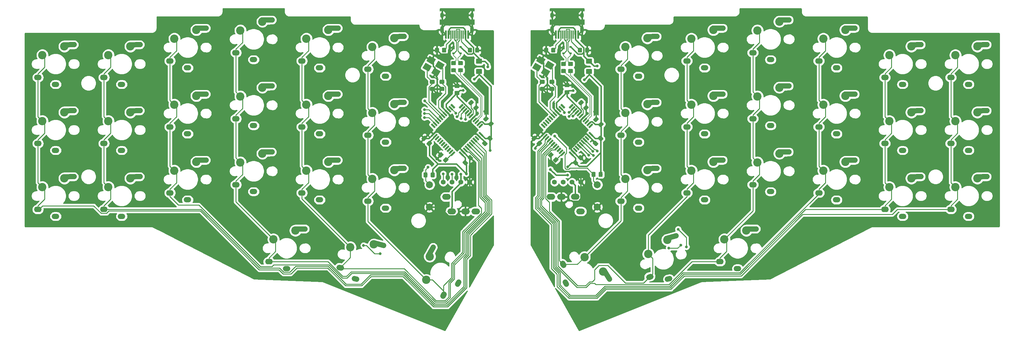
<source format=gbr>
G04 #@! TF.GenerationSoftware,KiCad,Pcbnew,(5.1.4)-1*
G04 #@! TF.CreationDate,2023-05-20T17:31:51-04:00*
G04 #@! TF.ProjectId,Corne Integrated Microchip,436f726e-6520-4496-9e74-656772617465,rev?*
G04 #@! TF.SameCoordinates,Original*
G04 #@! TF.FileFunction,Copper,L1,Top*
G04 #@! TF.FilePolarity,Positive*
%FSLAX46Y46*%
G04 Gerber Fmt 4.6, Leading zero omitted, Abs format (unit mm)*
G04 Created by KiCad (PCBNEW (5.1.4)-1) date 2023-05-20 17:31:51*
%MOMM*%
%LPD*%
G04 APERTURE LIST*
%ADD10C,1.397000*%
%ADD11C,2.400000*%
%ADD12C,1.500000*%
%ADD13C,1.500000*%
%ADD14C,1.600000*%
%ADD15C,1.600000*%
%ADD16C,1.800000*%
%ADD17C,0.100000*%
%ADD18O,1.000000X1.600000*%
%ADD19O,1.000000X2.100000*%
%ADD20R,0.300000X2.450000*%
%ADD21R,0.600000X2.450000*%
%ADD22R,0.700000X1.000000*%
%ADD23R,0.700000X0.600000*%
%ADD24C,0.550000*%
%ADD25C,2.000000*%
%ADD26C,1.150000*%
%ADD27O,2.200000X1.500000*%
%ADD28O,2.200000X1.600000*%
%ADD29O,2.500000X1.700000*%
%ADD30C,1.425000*%
%ADD31C,0.800000*%
%ADD32C,0.381000*%
%ADD33C,0.250000*%
%ADD34C,0.200000*%
%ADD35C,0.254000*%
G04 APERTURE END LIST*
D10*
X169100500Y-92075000D03*
X166560500Y-92075000D03*
X164020500Y-92075000D03*
X161480500Y-92075000D03*
X137001250Y-92075000D03*
X134461250Y-92075000D03*
X131921250Y-92075000D03*
X129381250Y-92075000D03*
D11*
X124482795Y-120298307D03*
D12*
X133697050Y-121218750D03*
D13*
X133522050Y-121521859D02*
X133872050Y-120915641D01*
D14*
X129414999Y-124635480D03*
D15*
X129264999Y-124895288D02*
X129564999Y-124375672D01*
D12*
X125739393Y-112121014D03*
D13*
X125025379Y-113383030D02*
X126453407Y-110858998D01*
D11*
X125458091Y-113529045D03*
D16*
X157543500Y-56879071D03*
D17*
G36*
X156184173Y-57133494D02*
G01*
X157084173Y-55574648D01*
X158902827Y-56624648D01*
X158002827Y-58183494D01*
X156184173Y-57133494D01*
X156184173Y-57133494D01*
G37*
D16*
X160054974Y-58329071D03*
D17*
G36*
X158695647Y-58583494D02*
G01*
X159595647Y-57024648D01*
X161414301Y-58074648D01*
X160514301Y-59633494D01*
X158695647Y-58583494D01*
X158695647Y-58583494D01*
G37*
D16*
X158904974Y-60320929D03*
D17*
G36*
X157545647Y-60575352D02*
G01*
X158445647Y-59016506D01*
X160264301Y-60066506D01*
X159364301Y-61625352D01*
X157545647Y-60575352D01*
X157545647Y-60575352D01*
G37*
D16*
X156393500Y-58870929D03*
D17*
G36*
X155034173Y-59125352D02*
G01*
X155934173Y-57566506D01*
X157752827Y-58616506D01*
X156852827Y-60175352D01*
X155034173Y-59125352D01*
X155034173Y-59125352D01*
G37*
D16*
X124731763Y-58870929D03*
D17*
G36*
X123372436Y-59125352D02*
G01*
X124272436Y-57566506D01*
X126091090Y-58616506D01*
X125191090Y-60175352D01*
X123372436Y-59125352D01*
X123372436Y-59125352D01*
G37*
D16*
X127243237Y-60320929D03*
D17*
G36*
X125883910Y-60575352D02*
G01*
X126783910Y-59016506D01*
X128602564Y-60066506D01*
X127702564Y-61625352D01*
X125883910Y-60575352D01*
X125883910Y-60575352D01*
G37*
D16*
X128393237Y-58329071D03*
D17*
G36*
X127033910Y-58583494D02*
G01*
X127933910Y-57024648D01*
X129752564Y-58074648D01*
X128852564Y-59633494D01*
X127033910Y-58583494D01*
X127033910Y-58583494D01*
G37*
D16*
X125881763Y-56879071D03*
D17*
G36*
X124522436Y-57133494D02*
G01*
X125422436Y-55574648D01*
X127241090Y-56624648D01*
X126341090Y-58183494D01*
X124522436Y-57133494D01*
X124522436Y-57133494D01*
G37*
D18*
X129030000Y-43875000D03*
X137670000Y-43875000D03*
D19*
X129030000Y-48055000D03*
X137670000Y-48055000D03*
D20*
X133600000Y-49470000D03*
X133100000Y-49470000D03*
X132600000Y-49470000D03*
X134100000Y-49470000D03*
X132100000Y-49470000D03*
X134600000Y-49470000D03*
X131600000Y-49470000D03*
X135100000Y-49470000D03*
D21*
X135800000Y-49470000D03*
X130900000Y-49470000D03*
X136575000Y-49470000D03*
X130125000Y-49470000D03*
D18*
X160780000Y-43875000D03*
X169420000Y-43875000D03*
D19*
X160780000Y-48055000D03*
X169420000Y-48055000D03*
D20*
X165350000Y-49470000D03*
X164850000Y-49470000D03*
X164350000Y-49470000D03*
X165850000Y-49470000D03*
X163850000Y-49470000D03*
X166350000Y-49470000D03*
X163350000Y-49470000D03*
X166850000Y-49470000D03*
D21*
X167550000Y-49470000D03*
X162650000Y-49470000D03*
X168325000Y-49470000D03*
X161875000Y-49470000D03*
D22*
X132350000Y-53225000D03*
D23*
X134350000Y-53025000D03*
X132350000Y-54925000D03*
X134350000Y-54925000D03*
D22*
X164100000Y-53225000D03*
D23*
X166100000Y-53025000D03*
X164100000Y-54925000D03*
X166100000Y-54925000D03*
D24*
X171958936Y-78195832D03*
D17*
G36*
X171234152Y-77859956D02*
G01*
X171623060Y-77471048D01*
X172683720Y-78531708D01*
X172294812Y-78920616D01*
X171234152Y-77859956D01*
X171234152Y-77859956D01*
G37*
D24*
X171393250Y-78761517D03*
D17*
G36*
X170668466Y-78425641D02*
G01*
X171057374Y-78036733D01*
X172118034Y-79097393D01*
X171729126Y-79486301D01*
X170668466Y-78425641D01*
X170668466Y-78425641D01*
G37*
D24*
X170827565Y-79327202D03*
D17*
G36*
X170102781Y-78991326D02*
G01*
X170491689Y-78602418D01*
X171552349Y-79663078D01*
X171163441Y-80051986D01*
X170102781Y-78991326D01*
X170102781Y-78991326D01*
G37*
D24*
X170261880Y-79892888D03*
D17*
G36*
X169537096Y-79557012D02*
G01*
X169926004Y-79168104D01*
X170986664Y-80228764D01*
X170597756Y-80617672D01*
X169537096Y-79557012D01*
X169537096Y-79557012D01*
G37*
D24*
X169696194Y-80458573D03*
D17*
G36*
X168971410Y-80122697D02*
G01*
X169360318Y-79733789D01*
X170420978Y-80794449D01*
X170032070Y-81183357D01*
X168971410Y-80122697D01*
X168971410Y-80122697D01*
G37*
D24*
X169130509Y-81024259D03*
D17*
G36*
X168405725Y-80688383D02*
G01*
X168794633Y-80299475D01*
X169855293Y-81360135D01*
X169466385Y-81749043D01*
X168405725Y-80688383D01*
X168405725Y-80688383D01*
G37*
D24*
X168564823Y-81589944D03*
D17*
G36*
X167840039Y-81254068D02*
G01*
X168228947Y-80865160D01*
X169289607Y-81925820D01*
X168900699Y-82314728D01*
X167840039Y-81254068D01*
X167840039Y-81254068D01*
G37*
D24*
X167999138Y-82155630D03*
D17*
G36*
X167274354Y-81819754D02*
G01*
X167663262Y-81430846D01*
X168723922Y-82491506D01*
X168335014Y-82880414D01*
X167274354Y-81819754D01*
X167274354Y-81819754D01*
G37*
D24*
X167433452Y-82721315D03*
D17*
G36*
X166708668Y-82385439D02*
G01*
X167097576Y-81996531D01*
X168158236Y-83057191D01*
X167769328Y-83446099D01*
X166708668Y-82385439D01*
X166708668Y-82385439D01*
G37*
D24*
X166867767Y-83287000D03*
D17*
G36*
X166142983Y-82951124D02*
G01*
X166531891Y-82562216D01*
X167592551Y-83622876D01*
X167203643Y-84011784D01*
X166142983Y-82951124D01*
X166142983Y-82951124D01*
G37*
D24*
X166302082Y-83852686D03*
D17*
G36*
X165577298Y-83516810D02*
G01*
X165966206Y-83127902D01*
X167026866Y-84188562D01*
X166637958Y-84577470D01*
X165577298Y-83516810D01*
X165577298Y-83516810D01*
G37*
D24*
X163897918Y-83852686D03*
D17*
G36*
X164233794Y-83127902D02*
G01*
X164622702Y-83516810D01*
X163562042Y-84577470D01*
X163173134Y-84188562D01*
X164233794Y-83127902D01*
X164233794Y-83127902D01*
G37*
D24*
X163332233Y-83287000D03*
D17*
G36*
X163668109Y-82562216D02*
G01*
X164057017Y-82951124D01*
X162996357Y-84011784D01*
X162607449Y-83622876D01*
X163668109Y-82562216D01*
X163668109Y-82562216D01*
G37*
D24*
X162766548Y-82721315D03*
D17*
G36*
X163102424Y-81996531D02*
G01*
X163491332Y-82385439D01*
X162430672Y-83446099D01*
X162041764Y-83057191D01*
X163102424Y-81996531D01*
X163102424Y-81996531D01*
G37*
D24*
X162200862Y-82155630D03*
D17*
G36*
X162536738Y-81430846D02*
G01*
X162925646Y-81819754D01*
X161864986Y-82880414D01*
X161476078Y-82491506D01*
X162536738Y-81430846D01*
X162536738Y-81430846D01*
G37*
D24*
X161635177Y-81589944D03*
D17*
G36*
X161971053Y-80865160D02*
G01*
X162359961Y-81254068D01*
X161299301Y-82314728D01*
X160910393Y-81925820D01*
X161971053Y-80865160D01*
X161971053Y-80865160D01*
G37*
D24*
X161069491Y-81024259D03*
D17*
G36*
X161405367Y-80299475D02*
G01*
X161794275Y-80688383D01*
X160733615Y-81749043D01*
X160344707Y-81360135D01*
X161405367Y-80299475D01*
X161405367Y-80299475D01*
G37*
D24*
X160503806Y-80458573D03*
D17*
G36*
X160839682Y-79733789D02*
G01*
X161228590Y-80122697D01*
X160167930Y-81183357D01*
X159779022Y-80794449D01*
X160839682Y-79733789D01*
X160839682Y-79733789D01*
G37*
D24*
X159938120Y-79892888D03*
D17*
G36*
X160273996Y-79168104D02*
G01*
X160662904Y-79557012D01*
X159602244Y-80617672D01*
X159213336Y-80228764D01*
X160273996Y-79168104D01*
X160273996Y-79168104D01*
G37*
D24*
X159372435Y-79327202D03*
D17*
G36*
X159708311Y-78602418D02*
G01*
X160097219Y-78991326D01*
X159036559Y-80051986D01*
X158647651Y-79663078D01*
X159708311Y-78602418D01*
X159708311Y-78602418D01*
G37*
D24*
X158806750Y-78761517D03*
D17*
G36*
X159142626Y-78036733D02*
G01*
X159531534Y-78425641D01*
X158470874Y-79486301D01*
X158081966Y-79097393D01*
X159142626Y-78036733D01*
X159142626Y-78036733D01*
G37*
D24*
X158241064Y-78195832D03*
D17*
G36*
X158576940Y-77471048D02*
G01*
X158965848Y-77859956D01*
X157905188Y-78920616D01*
X157516280Y-78531708D01*
X158576940Y-77471048D01*
X158576940Y-77471048D01*
G37*
D24*
X158241064Y-75791668D03*
D17*
G36*
X157516280Y-75455792D02*
G01*
X157905188Y-75066884D01*
X158965848Y-76127544D01*
X158576940Y-76516452D01*
X157516280Y-75455792D01*
X157516280Y-75455792D01*
G37*
D24*
X158806750Y-75225983D03*
D17*
G36*
X158081966Y-74890107D02*
G01*
X158470874Y-74501199D01*
X159531534Y-75561859D01*
X159142626Y-75950767D01*
X158081966Y-74890107D01*
X158081966Y-74890107D01*
G37*
D24*
X159372435Y-74660298D03*
D17*
G36*
X158647651Y-74324422D02*
G01*
X159036559Y-73935514D01*
X160097219Y-74996174D01*
X159708311Y-75385082D01*
X158647651Y-74324422D01*
X158647651Y-74324422D01*
G37*
D24*
X159938120Y-74094612D03*
D17*
G36*
X159213336Y-73758736D02*
G01*
X159602244Y-73369828D01*
X160662904Y-74430488D01*
X160273996Y-74819396D01*
X159213336Y-73758736D01*
X159213336Y-73758736D01*
G37*
D24*
X160503806Y-73528927D03*
D17*
G36*
X159779022Y-73193051D02*
G01*
X160167930Y-72804143D01*
X161228590Y-73864803D01*
X160839682Y-74253711D01*
X159779022Y-73193051D01*
X159779022Y-73193051D01*
G37*
D24*
X161069491Y-72963241D03*
D17*
G36*
X160344707Y-72627365D02*
G01*
X160733615Y-72238457D01*
X161794275Y-73299117D01*
X161405367Y-73688025D01*
X160344707Y-72627365D01*
X160344707Y-72627365D01*
G37*
D24*
X161635177Y-72397556D03*
D17*
G36*
X160910393Y-72061680D02*
G01*
X161299301Y-71672772D01*
X162359961Y-72733432D01*
X161971053Y-73122340D01*
X160910393Y-72061680D01*
X160910393Y-72061680D01*
G37*
D24*
X162200862Y-71831870D03*
D17*
G36*
X161476078Y-71495994D02*
G01*
X161864986Y-71107086D01*
X162925646Y-72167746D01*
X162536738Y-72556654D01*
X161476078Y-71495994D01*
X161476078Y-71495994D01*
G37*
D24*
X162766548Y-71266185D03*
D17*
G36*
X162041764Y-70930309D02*
G01*
X162430672Y-70541401D01*
X163491332Y-71602061D01*
X163102424Y-71990969D01*
X162041764Y-70930309D01*
X162041764Y-70930309D01*
G37*
D24*
X163332233Y-70700500D03*
D17*
G36*
X162607449Y-70364624D02*
G01*
X162996357Y-69975716D01*
X164057017Y-71036376D01*
X163668109Y-71425284D01*
X162607449Y-70364624D01*
X162607449Y-70364624D01*
G37*
D24*
X163897918Y-70134814D03*
D17*
G36*
X163173134Y-69798938D02*
G01*
X163562042Y-69410030D01*
X164622702Y-70470690D01*
X164233794Y-70859598D01*
X163173134Y-69798938D01*
X163173134Y-69798938D01*
G37*
D24*
X166302082Y-70134814D03*
D17*
G36*
X166637958Y-69410030D02*
G01*
X167026866Y-69798938D01*
X165966206Y-70859598D01*
X165577298Y-70470690D01*
X166637958Y-69410030D01*
X166637958Y-69410030D01*
G37*
D24*
X166867767Y-70700500D03*
D17*
G36*
X167203643Y-69975716D02*
G01*
X167592551Y-70364624D01*
X166531891Y-71425284D01*
X166142983Y-71036376D01*
X167203643Y-69975716D01*
X167203643Y-69975716D01*
G37*
D24*
X167433452Y-71266185D03*
D17*
G36*
X167769328Y-70541401D02*
G01*
X168158236Y-70930309D01*
X167097576Y-71990969D01*
X166708668Y-71602061D01*
X167769328Y-70541401D01*
X167769328Y-70541401D01*
G37*
D24*
X167999138Y-71831870D03*
D17*
G36*
X168335014Y-71107086D02*
G01*
X168723922Y-71495994D01*
X167663262Y-72556654D01*
X167274354Y-72167746D01*
X168335014Y-71107086D01*
X168335014Y-71107086D01*
G37*
D24*
X168564823Y-72397556D03*
D17*
G36*
X168900699Y-71672772D02*
G01*
X169289607Y-72061680D01*
X168228947Y-73122340D01*
X167840039Y-72733432D01*
X168900699Y-71672772D01*
X168900699Y-71672772D01*
G37*
D24*
X169130509Y-72963241D03*
D17*
G36*
X169466385Y-72238457D02*
G01*
X169855293Y-72627365D01*
X168794633Y-73688025D01*
X168405725Y-73299117D01*
X169466385Y-72238457D01*
X169466385Y-72238457D01*
G37*
D24*
X169696194Y-73528927D03*
D17*
G36*
X170032070Y-72804143D02*
G01*
X170420978Y-73193051D01*
X169360318Y-74253711D01*
X168971410Y-73864803D01*
X170032070Y-72804143D01*
X170032070Y-72804143D01*
G37*
D24*
X170261880Y-74094612D03*
D17*
G36*
X170597756Y-73369828D02*
G01*
X170986664Y-73758736D01*
X169926004Y-74819396D01*
X169537096Y-74430488D01*
X170597756Y-73369828D01*
X170597756Y-73369828D01*
G37*
D24*
X170827565Y-74660298D03*
D17*
G36*
X171163441Y-73935514D02*
G01*
X171552349Y-74324422D01*
X170491689Y-75385082D01*
X170102781Y-74996174D01*
X171163441Y-73935514D01*
X171163441Y-73935514D01*
G37*
D24*
X171393250Y-75225983D03*
D17*
G36*
X171729126Y-74501199D02*
G01*
X172118034Y-74890107D01*
X171057374Y-75950767D01*
X170668466Y-75561859D01*
X171729126Y-74501199D01*
X171729126Y-74501199D01*
G37*
D24*
X171958936Y-75791668D03*
D17*
G36*
X172294812Y-75066884D02*
G01*
X172683720Y-75455792D01*
X171623060Y-76516452D01*
X171234152Y-76127544D01*
X172294812Y-75066884D01*
X172294812Y-75066884D01*
G37*
D24*
X140208936Y-75791668D03*
D17*
G36*
X140544812Y-75066884D02*
G01*
X140933720Y-75455792D01*
X139873060Y-76516452D01*
X139484152Y-76127544D01*
X140544812Y-75066884D01*
X140544812Y-75066884D01*
G37*
D24*
X139643250Y-75225983D03*
D17*
G36*
X139979126Y-74501199D02*
G01*
X140368034Y-74890107D01*
X139307374Y-75950767D01*
X138918466Y-75561859D01*
X139979126Y-74501199D01*
X139979126Y-74501199D01*
G37*
D24*
X139077565Y-74660298D03*
D17*
G36*
X139413441Y-73935514D02*
G01*
X139802349Y-74324422D01*
X138741689Y-75385082D01*
X138352781Y-74996174D01*
X139413441Y-73935514D01*
X139413441Y-73935514D01*
G37*
D24*
X138511880Y-74094612D03*
D17*
G36*
X138847756Y-73369828D02*
G01*
X139236664Y-73758736D01*
X138176004Y-74819396D01*
X137787096Y-74430488D01*
X138847756Y-73369828D01*
X138847756Y-73369828D01*
G37*
D24*
X137946194Y-73528927D03*
D17*
G36*
X138282070Y-72804143D02*
G01*
X138670978Y-73193051D01*
X137610318Y-74253711D01*
X137221410Y-73864803D01*
X138282070Y-72804143D01*
X138282070Y-72804143D01*
G37*
D24*
X137380509Y-72963241D03*
D17*
G36*
X137716385Y-72238457D02*
G01*
X138105293Y-72627365D01*
X137044633Y-73688025D01*
X136655725Y-73299117D01*
X137716385Y-72238457D01*
X137716385Y-72238457D01*
G37*
D24*
X136814823Y-72397556D03*
D17*
G36*
X137150699Y-71672772D02*
G01*
X137539607Y-72061680D01*
X136478947Y-73122340D01*
X136090039Y-72733432D01*
X137150699Y-71672772D01*
X137150699Y-71672772D01*
G37*
D24*
X136249138Y-71831870D03*
D17*
G36*
X136585014Y-71107086D02*
G01*
X136973922Y-71495994D01*
X135913262Y-72556654D01*
X135524354Y-72167746D01*
X136585014Y-71107086D01*
X136585014Y-71107086D01*
G37*
D24*
X135683452Y-71266185D03*
D17*
G36*
X136019328Y-70541401D02*
G01*
X136408236Y-70930309D01*
X135347576Y-71990969D01*
X134958668Y-71602061D01*
X136019328Y-70541401D01*
X136019328Y-70541401D01*
G37*
D24*
X135117767Y-70700500D03*
D17*
G36*
X135453643Y-69975716D02*
G01*
X135842551Y-70364624D01*
X134781891Y-71425284D01*
X134392983Y-71036376D01*
X135453643Y-69975716D01*
X135453643Y-69975716D01*
G37*
D24*
X134552082Y-70134814D03*
D17*
G36*
X134887958Y-69410030D02*
G01*
X135276866Y-69798938D01*
X134216206Y-70859598D01*
X133827298Y-70470690D01*
X134887958Y-69410030D01*
X134887958Y-69410030D01*
G37*
D24*
X132147918Y-70134814D03*
D17*
G36*
X131423134Y-69798938D02*
G01*
X131812042Y-69410030D01*
X132872702Y-70470690D01*
X132483794Y-70859598D01*
X131423134Y-69798938D01*
X131423134Y-69798938D01*
G37*
D24*
X131582233Y-70700500D03*
D17*
G36*
X130857449Y-70364624D02*
G01*
X131246357Y-69975716D01*
X132307017Y-71036376D01*
X131918109Y-71425284D01*
X130857449Y-70364624D01*
X130857449Y-70364624D01*
G37*
D24*
X131016548Y-71266185D03*
D17*
G36*
X130291764Y-70930309D02*
G01*
X130680672Y-70541401D01*
X131741332Y-71602061D01*
X131352424Y-71990969D01*
X130291764Y-70930309D01*
X130291764Y-70930309D01*
G37*
D24*
X130450862Y-71831870D03*
D17*
G36*
X129726078Y-71495994D02*
G01*
X130114986Y-71107086D01*
X131175646Y-72167746D01*
X130786738Y-72556654D01*
X129726078Y-71495994D01*
X129726078Y-71495994D01*
G37*
D24*
X129885177Y-72397556D03*
D17*
G36*
X129160393Y-72061680D02*
G01*
X129549301Y-71672772D01*
X130609961Y-72733432D01*
X130221053Y-73122340D01*
X129160393Y-72061680D01*
X129160393Y-72061680D01*
G37*
D24*
X129319491Y-72963241D03*
D17*
G36*
X128594707Y-72627365D02*
G01*
X128983615Y-72238457D01*
X130044275Y-73299117D01*
X129655367Y-73688025D01*
X128594707Y-72627365D01*
X128594707Y-72627365D01*
G37*
D24*
X128753806Y-73528927D03*
D17*
G36*
X128029022Y-73193051D02*
G01*
X128417930Y-72804143D01*
X129478590Y-73864803D01*
X129089682Y-74253711D01*
X128029022Y-73193051D01*
X128029022Y-73193051D01*
G37*
D24*
X128188120Y-74094612D03*
D17*
G36*
X127463336Y-73758736D02*
G01*
X127852244Y-73369828D01*
X128912904Y-74430488D01*
X128523996Y-74819396D01*
X127463336Y-73758736D01*
X127463336Y-73758736D01*
G37*
D24*
X127622435Y-74660298D03*
D17*
G36*
X126897651Y-74324422D02*
G01*
X127286559Y-73935514D01*
X128347219Y-74996174D01*
X127958311Y-75385082D01*
X126897651Y-74324422D01*
X126897651Y-74324422D01*
G37*
D24*
X127056750Y-75225983D03*
D17*
G36*
X126331966Y-74890107D02*
G01*
X126720874Y-74501199D01*
X127781534Y-75561859D01*
X127392626Y-75950767D01*
X126331966Y-74890107D01*
X126331966Y-74890107D01*
G37*
D24*
X126491064Y-75791668D03*
D17*
G36*
X125766280Y-75455792D02*
G01*
X126155188Y-75066884D01*
X127215848Y-76127544D01*
X126826940Y-76516452D01*
X125766280Y-75455792D01*
X125766280Y-75455792D01*
G37*
D24*
X126491064Y-78195832D03*
D17*
G36*
X126826940Y-77471048D02*
G01*
X127215848Y-77859956D01*
X126155188Y-78920616D01*
X125766280Y-78531708D01*
X126826940Y-77471048D01*
X126826940Y-77471048D01*
G37*
D24*
X127056750Y-78761517D03*
D17*
G36*
X127392626Y-78036733D02*
G01*
X127781534Y-78425641D01*
X126720874Y-79486301D01*
X126331966Y-79097393D01*
X127392626Y-78036733D01*
X127392626Y-78036733D01*
G37*
D24*
X127622435Y-79327202D03*
D17*
G36*
X127958311Y-78602418D02*
G01*
X128347219Y-78991326D01*
X127286559Y-80051986D01*
X126897651Y-79663078D01*
X127958311Y-78602418D01*
X127958311Y-78602418D01*
G37*
D24*
X128188120Y-79892888D03*
D17*
G36*
X128523996Y-79168104D02*
G01*
X128912904Y-79557012D01*
X127852244Y-80617672D01*
X127463336Y-80228764D01*
X128523996Y-79168104D01*
X128523996Y-79168104D01*
G37*
D24*
X128753806Y-80458573D03*
D17*
G36*
X129089682Y-79733789D02*
G01*
X129478590Y-80122697D01*
X128417930Y-81183357D01*
X128029022Y-80794449D01*
X129089682Y-79733789D01*
X129089682Y-79733789D01*
G37*
D24*
X129319491Y-81024259D03*
D17*
G36*
X129655367Y-80299475D02*
G01*
X130044275Y-80688383D01*
X128983615Y-81749043D01*
X128594707Y-81360135D01*
X129655367Y-80299475D01*
X129655367Y-80299475D01*
G37*
D24*
X129885177Y-81589944D03*
D17*
G36*
X130221053Y-80865160D02*
G01*
X130609961Y-81254068D01*
X129549301Y-82314728D01*
X129160393Y-81925820D01*
X130221053Y-80865160D01*
X130221053Y-80865160D01*
G37*
D24*
X130450862Y-82155630D03*
D17*
G36*
X130786738Y-81430846D02*
G01*
X131175646Y-81819754D01*
X130114986Y-82880414D01*
X129726078Y-82491506D01*
X130786738Y-81430846D01*
X130786738Y-81430846D01*
G37*
D24*
X131016548Y-82721315D03*
D17*
G36*
X131352424Y-81996531D02*
G01*
X131741332Y-82385439D01*
X130680672Y-83446099D01*
X130291764Y-83057191D01*
X131352424Y-81996531D01*
X131352424Y-81996531D01*
G37*
D24*
X131582233Y-83287000D03*
D17*
G36*
X131918109Y-82562216D02*
G01*
X132307017Y-82951124D01*
X131246357Y-84011784D01*
X130857449Y-83622876D01*
X131918109Y-82562216D01*
X131918109Y-82562216D01*
G37*
D24*
X132147918Y-83852686D03*
D17*
G36*
X132483794Y-83127902D02*
G01*
X132872702Y-83516810D01*
X131812042Y-84577470D01*
X131423134Y-84188562D01*
X132483794Y-83127902D01*
X132483794Y-83127902D01*
G37*
D24*
X134552082Y-83852686D03*
D17*
G36*
X133827298Y-83516810D02*
G01*
X134216206Y-83127902D01*
X135276866Y-84188562D01*
X134887958Y-84577470D01*
X133827298Y-83516810D01*
X133827298Y-83516810D01*
G37*
D24*
X135117767Y-83287000D03*
D17*
G36*
X134392983Y-82951124D02*
G01*
X134781891Y-82562216D01*
X135842551Y-83622876D01*
X135453643Y-84011784D01*
X134392983Y-82951124D01*
X134392983Y-82951124D01*
G37*
D24*
X135683452Y-82721315D03*
D17*
G36*
X134958668Y-82385439D02*
G01*
X135347576Y-81996531D01*
X136408236Y-83057191D01*
X136019328Y-83446099D01*
X134958668Y-82385439D01*
X134958668Y-82385439D01*
G37*
D24*
X136249138Y-82155630D03*
D17*
G36*
X135524354Y-81819754D02*
G01*
X135913262Y-81430846D01*
X136973922Y-82491506D01*
X136585014Y-82880414D01*
X135524354Y-81819754D01*
X135524354Y-81819754D01*
G37*
D24*
X136814823Y-81589944D03*
D17*
G36*
X136090039Y-81254068D02*
G01*
X136478947Y-80865160D01*
X137539607Y-81925820D01*
X137150699Y-82314728D01*
X136090039Y-81254068D01*
X136090039Y-81254068D01*
G37*
D24*
X137380509Y-81024259D03*
D17*
G36*
X136655725Y-80688383D02*
G01*
X137044633Y-80299475D01*
X138105293Y-81360135D01*
X137716385Y-81749043D01*
X136655725Y-80688383D01*
X136655725Y-80688383D01*
G37*
D24*
X137946194Y-80458573D03*
D17*
G36*
X137221410Y-80122697D02*
G01*
X137610318Y-79733789D01*
X138670978Y-80794449D01*
X138282070Y-81183357D01*
X137221410Y-80122697D01*
X137221410Y-80122697D01*
G37*
D24*
X138511880Y-79892888D03*
D17*
G36*
X137787096Y-79557012D02*
G01*
X138176004Y-79168104D01*
X139236664Y-80228764D01*
X138847756Y-80617672D01*
X137787096Y-79557012D01*
X137787096Y-79557012D01*
G37*
D24*
X139077565Y-79327202D03*
D17*
G36*
X138352781Y-78991326D02*
G01*
X138741689Y-78602418D01*
X139802349Y-79663078D01*
X139413441Y-80051986D01*
X138352781Y-78991326D01*
X138352781Y-78991326D01*
G37*
D24*
X139643250Y-78761517D03*
D17*
G36*
X138918466Y-78425641D02*
G01*
X139307374Y-78036733D01*
X140368034Y-79097393D01*
X139979126Y-79486301D01*
X138918466Y-78425641D01*
X138918466Y-78425641D01*
G37*
D24*
X140208936Y-78195832D03*
D17*
G36*
X139484152Y-77859956D02*
G01*
X139873060Y-77471048D01*
X140933720Y-78531708D01*
X140544812Y-78920616D01*
X139484152Y-77859956D01*
X139484152Y-77859956D01*
G37*
D25*
X173831250Y-92793750D03*
X173831250Y-99293750D03*
X125412500Y-92793750D03*
X125412500Y-99293750D03*
D17*
G36*
X137437005Y-53276204D02*
G01*
X137461273Y-53279804D01*
X137485072Y-53285765D01*
X137508171Y-53294030D01*
X137530350Y-53304520D01*
X137551393Y-53317132D01*
X137571099Y-53331747D01*
X137589277Y-53348223D01*
X137605753Y-53366401D01*
X137620368Y-53386107D01*
X137632980Y-53407150D01*
X137643470Y-53429329D01*
X137651735Y-53452428D01*
X137657696Y-53476227D01*
X137661296Y-53500495D01*
X137662500Y-53524999D01*
X137662500Y-54425001D01*
X137661296Y-54449505D01*
X137657696Y-54473773D01*
X137651735Y-54497572D01*
X137643470Y-54520671D01*
X137632980Y-54542850D01*
X137620368Y-54563893D01*
X137605753Y-54583599D01*
X137589277Y-54601777D01*
X137571099Y-54618253D01*
X137551393Y-54632868D01*
X137530350Y-54645480D01*
X137508171Y-54655970D01*
X137485072Y-54664235D01*
X137461273Y-54670196D01*
X137437005Y-54673796D01*
X137412501Y-54675000D01*
X136762499Y-54675000D01*
X136737995Y-54673796D01*
X136713727Y-54670196D01*
X136689928Y-54664235D01*
X136666829Y-54655970D01*
X136644650Y-54645480D01*
X136623607Y-54632868D01*
X136603901Y-54618253D01*
X136585723Y-54601777D01*
X136569247Y-54583599D01*
X136554632Y-54563893D01*
X136542020Y-54542850D01*
X136531530Y-54520671D01*
X136523265Y-54497572D01*
X136517304Y-54473773D01*
X136513704Y-54449505D01*
X136512500Y-54425001D01*
X136512500Y-53524999D01*
X136513704Y-53500495D01*
X136517304Y-53476227D01*
X136523265Y-53452428D01*
X136531530Y-53429329D01*
X136542020Y-53407150D01*
X136554632Y-53386107D01*
X136569247Y-53366401D01*
X136585723Y-53348223D01*
X136603901Y-53331747D01*
X136623607Y-53317132D01*
X136644650Y-53304520D01*
X136666829Y-53294030D01*
X136689928Y-53285765D01*
X136713727Y-53279804D01*
X136737995Y-53276204D01*
X136762499Y-53275000D01*
X137412501Y-53275000D01*
X137437005Y-53276204D01*
X137437005Y-53276204D01*
G37*
D26*
X137087500Y-53975000D03*
D17*
G36*
X139487005Y-53276204D02*
G01*
X139511273Y-53279804D01*
X139535072Y-53285765D01*
X139558171Y-53294030D01*
X139580350Y-53304520D01*
X139601393Y-53317132D01*
X139621099Y-53331747D01*
X139639277Y-53348223D01*
X139655753Y-53366401D01*
X139670368Y-53386107D01*
X139682980Y-53407150D01*
X139693470Y-53429329D01*
X139701735Y-53452428D01*
X139707696Y-53476227D01*
X139711296Y-53500495D01*
X139712500Y-53524999D01*
X139712500Y-54425001D01*
X139711296Y-54449505D01*
X139707696Y-54473773D01*
X139701735Y-54497572D01*
X139693470Y-54520671D01*
X139682980Y-54542850D01*
X139670368Y-54563893D01*
X139655753Y-54583599D01*
X139639277Y-54601777D01*
X139621099Y-54618253D01*
X139601393Y-54632868D01*
X139580350Y-54645480D01*
X139558171Y-54655970D01*
X139535072Y-54664235D01*
X139511273Y-54670196D01*
X139487005Y-54673796D01*
X139462501Y-54675000D01*
X138812499Y-54675000D01*
X138787995Y-54673796D01*
X138763727Y-54670196D01*
X138739928Y-54664235D01*
X138716829Y-54655970D01*
X138694650Y-54645480D01*
X138673607Y-54632868D01*
X138653901Y-54618253D01*
X138635723Y-54601777D01*
X138619247Y-54583599D01*
X138604632Y-54563893D01*
X138592020Y-54542850D01*
X138581530Y-54520671D01*
X138573265Y-54497572D01*
X138567304Y-54473773D01*
X138563704Y-54449505D01*
X138562500Y-54425001D01*
X138562500Y-53524999D01*
X138563704Y-53500495D01*
X138567304Y-53476227D01*
X138573265Y-53452428D01*
X138581530Y-53429329D01*
X138592020Y-53407150D01*
X138604632Y-53386107D01*
X138619247Y-53366401D01*
X138635723Y-53348223D01*
X138653901Y-53331747D01*
X138673607Y-53317132D01*
X138694650Y-53304520D01*
X138716829Y-53294030D01*
X138739928Y-53285765D01*
X138763727Y-53279804D01*
X138787995Y-53276204D01*
X138812499Y-53275000D01*
X139462501Y-53275000D01*
X139487005Y-53276204D01*
X139487005Y-53276204D01*
G37*
D26*
X139137500Y-53975000D03*
D17*
G36*
X129962005Y-53276204D02*
G01*
X129986273Y-53279804D01*
X130010072Y-53285765D01*
X130033171Y-53294030D01*
X130055350Y-53304520D01*
X130076393Y-53317132D01*
X130096099Y-53331747D01*
X130114277Y-53348223D01*
X130130753Y-53366401D01*
X130145368Y-53386107D01*
X130157980Y-53407150D01*
X130168470Y-53429329D01*
X130176735Y-53452428D01*
X130182696Y-53476227D01*
X130186296Y-53500495D01*
X130187500Y-53524999D01*
X130187500Y-54425001D01*
X130186296Y-54449505D01*
X130182696Y-54473773D01*
X130176735Y-54497572D01*
X130168470Y-54520671D01*
X130157980Y-54542850D01*
X130145368Y-54563893D01*
X130130753Y-54583599D01*
X130114277Y-54601777D01*
X130096099Y-54618253D01*
X130076393Y-54632868D01*
X130055350Y-54645480D01*
X130033171Y-54655970D01*
X130010072Y-54664235D01*
X129986273Y-54670196D01*
X129962005Y-54673796D01*
X129937501Y-54675000D01*
X129287499Y-54675000D01*
X129262995Y-54673796D01*
X129238727Y-54670196D01*
X129214928Y-54664235D01*
X129191829Y-54655970D01*
X129169650Y-54645480D01*
X129148607Y-54632868D01*
X129128901Y-54618253D01*
X129110723Y-54601777D01*
X129094247Y-54583599D01*
X129079632Y-54563893D01*
X129067020Y-54542850D01*
X129056530Y-54520671D01*
X129048265Y-54497572D01*
X129042304Y-54473773D01*
X129038704Y-54449505D01*
X129037500Y-54425001D01*
X129037500Y-53524999D01*
X129038704Y-53500495D01*
X129042304Y-53476227D01*
X129048265Y-53452428D01*
X129056530Y-53429329D01*
X129067020Y-53407150D01*
X129079632Y-53386107D01*
X129094247Y-53366401D01*
X129110723Y-53348223D01*
X129128901Y-53331747D01*
X129148607Y-53317132D01*
X129169650Y-53304520D01*
X129191829Y-53294030D01*
X129214928Y-53285765D01*
X129238727Y-53279804D01*
X129262995Y-53276204D01*
X129287499Y-53275000D01*
X129937501Y-53275000D01*
X129962005Y-53276204D01*
X129962005Y-53276204D01*
G37*
D26*
X129612500Y-53975000D03*
D17*
G36*
X127912005Y-53276204D02*
G01*
X127936273Y-53279804D01*
X127960072Y-53285765D01*
X127983171Y-53294030D01*
X128005350Y-53304520D01*
X128026393Y-53317132D01*
X128046099Y-53331747D01*
X128064277Y-53348223D01*
X128080753Y-53366401D01*
X128095368Y-53386107D01*
X128107980Y-53407150D01*
X128118470Y-53429329D01*
X128126735Y-53452428D01*
X128132696Y-53476227D01*
X128136296Y-53500495D01*
X128137500Y-53524999D01*
X128137500Y-54425001D01*
X128136296Y-54449505D01*
X128132696Y-54473773D01*
X128126735Y-54497572D01*
X128118470Y-54520671D01*
X128107980Y-54542850D01*
X128095368Y-54563893D01*
X128080753Y-54583599D01*
X128064277Y-54601777D01*
X128046099Y-54618253D01*
X128026393Y-54632868D01*
X128005350Y-54645480D01*
X127983171Y-54655970D01*
X127960072Y-54664235D01*
X127936273Y-54670196D01*
X127912005Y-54673796D01*
X127887501Y-54675000D01*
X127237499Y-54675000D01*
X127212995Y-54673796D01*
X127188727Y-54670196D01*
X127164928Y-54664235D01*
X127141829Y-54655970D01*
X127119650Y-54645480D01*
X127098607Y-54632868D01*
X127078901Y-54618253D01*
X127060723Y-54601777D01*
X127044247Y-54583599D01*
X127029632Y-54563893D01*
X127017020Y-54542850D01*
X127006530Y-54520671D01*
X126998265Y-54497572D01*
X126992304Y-54473773D01*
X126988704Y-54449505D01*
X126987500Y-54425001D01*
X126987500Y-53524999D01*
X126988704Y-53500495D01*
X126992304Y-53476227D01*
X126998265Y-53452428D01*
X127006530Y-53429329D01*
X127017020Y-53407150D01*
X127029632Y-53386107D01*
X127044247Y-53366401D01*
X127060723Y-53348223D01*
X127078901Y-53331747D01*
X127098607Y-53317132D01*
X127119650Y-53304520D01*
X127141829Y-53294030D01*
X127164928Y-53285765D01*
X127188727Y-53279804D01*
X127212995Y-53276204D01*
X127237499Y-53275000D01*
X127887501Y-53275000D01*
X127912005Y-53276204D01*
X127912005Y-53276204D01*
G37*
D26*
X127562500Y-53975000D03*
D17*
G36*
X132808505Y-57138704D02*
G01*
X132832773Y-57142304D01*
X132856572Y-57148265D01*
X132879671Y-57156530D01*
X132901850Y-57167020D01*
X132922893Y-57179632D01*
X132942599Y-57194247D01*
X132960777Y-57210723D01*
X132977253Y-57228901D01*
X132991868Y-57248607D01*
X133004480Y-57269650D01*
X133014970Y-57291829D01*
X133023235Y-57314928D01*
X133029196Y-57338727D01*
X133032796Y-57362995D01*
X133034000Y-57387499D01*
X133034000Y-58037501D01*
X133032796Y-58062005D01*
X133029196Y-58086273D01*
X133023235Y-58110072D01*
X133014970Y-58133171D01*
X133004480Y-58155350D01*
X132991868Y-58176393D01*
X132977253Y-58196099D01*
X132960777Y-58214277D01*
X132942599Y-58230753D01*
X132922893Y-58245368D01*
X132901850Y-58257980D01*
X132879671Y-58268470D01*
X132856572Y-58276735D01*
X132832773Y-58282696D01*
X132808505Y-58286296D01*
X132784001Y-58287500D01*
X131883999Y-58287500D01*
X131859495Y-58286296D01*
X131835227Y-58282696D01*
X131811428Y-58276735D01*
X131788329Y-58268470D01*
X131766150Y-58257980D01*
X131745107Y-58245368D01*
X131725401Y-58230753D01*
X131707223Y-58214277D01*
X131690747Y-58196099D01*
X131676132Y-58176393D01*
X131663520Y-58155350D01*
X131653030Y-58133171D01*
X131644765Y-58110072D01*
X131638804Y-58086273D01*
X131635204Y-58062005D01*
X131634000Y-58037501D01*
X131634000Y-57387499D01*
X131635204Y-57362995D01*
X131638804Y-57338727D01*
X131644765Y-57314928D01*
X131653030Y-57291829D01*
X131663520Y-57269650D01*
X131676132Y-57248607D01*
X131690747Y-57228901D01*
X131707223Y-57210723D01*
X131725401Y-57194247D01*
X131745107Y-57179632D01*
X131766150Y-57167020D01*
X131788329Y-57156530D01*
X131811428Y-57148265D01*
X131835227Y-57142304D01*
X131859495Y-57138704D01*
X131883999Y-57137500D01*
X132784001Y-57137500D01*
X132808505Y-57138704D01*
X132808505Y-57138704D01*
G37*
D26*
X132334000Y-57712500D03*
D17*
G36*
X132808505Y-59188704D02*
G01*
X132832773Y-59192304D01*
X132856572Y-59198265D01*
X132879671Y-59206530D01*
X132901850Y-59217020D01*
X132922893Y-59229632D01*
X132942599Y-59244247D01*
X132960777Y-59260723D01*
X132977253Y-59278901D01*
X132991868Y-59298607D01*
X133004480Y-59319650D01*
X133014970Y-59341829D01*
X133023235Y-59364928D01*
X133029196Y-59388727D01*
X133032796Y-59412995D01*
X133034000Y-59437499D01*
X133034000Y-60087501D01*
X133032796Y-60112005D01*
X133029196Y-60136273D01*
X133023235Y-60160072D01*
X133014970Y-60183171D01*
X133004480Y-60205350D01*
X132991868Y-60226393D01*
X132977253Y-60246099D01*
X132960777Y-60264277D01*
X132942599Y-60280753D01*
X132922893Y-60295368D01*
X132901850Y-60307980D01*
X132879671Y-60318470D01*
X132856572Y-60326735D01*
X132832773Y-60332696D01*
X132808505Y-60336296D01*
X132784001Y-60337500D01*
X131883999Y-60337500D01*
X131859495Y-60336296D01*
X131835227Y-60332696D01*
X131811428Y-60326735D01*
X131788329Y-60318470D01*
X131766150Y-60307980D01*
X131745107Y-60295368D01*
X131725401Y-60280753D01*
X131707223Y-60264277D01*
X131690747Y-60246099D01*
X131676132Y-60226393D01*
X131663520Y-60205350D01*
X131653030Y-60183171D01*
X131644765Y-60160072D01*
X131638804Y-60136273D01*
X131635204Y-60112005D01*
X131634000Y-60087501D01*
X131634000Y-59437499D01*
X131635204Y-59412995D01*
X131638804Y-59388727D01*
X131644765Y-59364928D01*
X131653030Y-59341829D01*
X131663520Y-59319650D01*
X131676132Y-59298607D01*
X131690747Y-59278901D01*
X131707223Y-59260723D01*
X131725401Y-59244247D01*
X131745107Y-59229632D01*
X131766150Y-59217020D01*
X131788329Y-59206530D01*
X131811428Y-59198265D01*
X131835227Y-59192304D01*
X131859495Y-59188704D01*
X131883999Y-59187500D01*
X132784001Y-59187500D01*
X132808505Y-59188704D01*
X132808505Y-59188704D01*
G37*
D26*
X132334000Y-59762500D03*
D17*
G36*
X134840505Y-57138704D02*
G01*
X134864773Y-57142304D01*
X134888572Y-57148265D01*
X134911671Y-57156530D01*
X134933850Y-57167020D01*
X134954893Y-57179632D01*
X134974599Y-57194247D01*
X134992777Y-57210723D01*
X135009253Y-57228901D01*
X135023868Y-57248607D01*
X135036480Y-57269650D01*
X135046970Y-57291829D01*
X135055235Y-57314928D01*
X135061196Y-57338727D01*
X135064796Y-57362995D01*
X135066000Y-57387499D01*
X135066000Y-58037501D01*
X135064796Y-58062005D01*
X135061196Y-58086273D01*
X135055235Y-58110072D01*
X135046970Y-58133171D01*
X135036480Y-58155350D01*
X135023868Y-58176393D01*
X135009253Y-58196099D01*
X134992777Y-58214277D01*
X134974599Y-58230753D01*
X134954893Y-58245368D01*
X134933850Y-58257980D01*
X134911671Y-58268470D01*
X134888572Y-58276735D01*
X134864773Y-58282696D01*
X134840505Y-58286296D01*
X134816001Y-58287500D01*
X133915999Y-58287500D01*
X133891495Y-58286296D01*
X133867227Y-58282696D01*
X133843428Y-58276735D01*
X133820329Y-58268470D01*
X133798150Y-58257980D01*
X133777107Y-58245368D01*
X133757401Y-58230753D01*
X133739223Y-58214277D01*
X133722747Y-58196099D01*
X133708132Y-58176393D01*
X133695520Y-58155350D01*
X133685030Y-58133171D01*
X133676765Y-58110072D01*
X133670804Y-58086273D01*
X133667204Y-58062005D01*
X133666000Y-58037501D01*
X133666000Y-57387499D01*
X133667204Y-57362995D01*
X133670804Y-57338727D01*
X133676765Y-57314928D01*
X133685030Y-57291829D01*
X133695520Y-57269650D01*
X133708132Y-57248607D01*
X133722747Y-57228901D01*
X133739223Y-57210723D01*
X133757401Y-57194247D01*
X133777107Y-57179632D01*
X133798150Y-57167020D01*
X133820329Y-57156530D01*
X133843428Y-57148265D01*
X133867227Y-57142304D01*
X133891495Y-57138704D01*
X133915999Y-57137500D01*
X134816001Y-57137500D01*
X134840505Y-57138704D01*
X134840505Y-57138704D01*
G37*
D26*
X134366000Y-57712500D03*
D17*
G36*
X134840505Y-59188704D02*
G01*
X134864773Y-59192304D01*
X134888572Y-59198265D01*
X134911671Y-59206530D01*
X134933850Y-59217020D01*
X134954893Y-59229632D01*
X134974599Y-59244247D01*
X134992777Y-59260723D01*
X135009253Y-59278901D01*
X135023868Y-59298607D01*
X135036480Y-59319650D01*
X135046970Y-59341829D01*
X135055235Y-59364928D01*
X135061196Y-59388727D01*
X135064796Y-59412995D01*
X135066000Y-59437499D01*
X135066000Y-60087501D01*
X135064796Y-60112005D01*
X135061196Y-60136273D01*
X135055235Y-60160072D01*
X135046970Y-60183171D01*
X135036480Y-60205350D01*
X135023868Y-60226393D01*
X135009253Y-60246099D01*
X134992777Y-60264277D01*
X134974599Y-60280753D01*
X134954893Y-60295368D01*
X134933850Y-60307980D01*
X134911671Y-60318470D01*
X134888572Y-60326735D01*
X134864773Y-60332696D01*
X134840505Y-60336296D01*
X134816001Y-60337500D01*
X133915999Y-60337500D01*
X133891495Y-60336296D01*
X133867227Y-60332696D01*
X133843428Y-60326735D01*
X133820329Y-60318470D01*
X133798150Y-60307980D01*
X133777107Y-60295368D01*
X133757401Y-60280753D01*
X133739223Y-60264277D01*
X133722747Y-60246099D01*
X133708132Y-60226393D01*
X133695520Y-60205350D01*
X133685030Y-60183171D01*
X133676765Y-60160072D01*
X133670804Y-60136273D01*
X133667204Y-60112005D01*
X133666000Y-60087501D01*
X133666000Y-59437499D01*
X133667204Y-59412995D01*
X133670804Y-59388727D01*
X133676765Y-59364928D01*
X133685030Y-59341829D01*
X133695520Y-59319650D01*
X133708132Y-59298607D01*
X133722747Y-59278901D01*
X133739223Y-59260723D01*
X133757401Y-59244247D01*
X133777107Y-59229632D01*
X133798150Y-59217020D01*
X133820329Y-59206530D01*
X133843428Y-59198265D01*
X133867227Y-59192304D01*
X133891495Y-59188704D01*
X133915999Y-59187500D01*
X134816001Y-59187500D01*
X134840505Y-59188704D01*
X134840505Y-59188704D01*
G37*
D26*
X134366000Y-59762500D03*
D17*
G36*
X169187005Y-53276204D02*
G01*
X169211273Y-53279804D01*
X169235072Y-53285765D01*
X169258171Y-53294030D01*
X169280350Y-53304520D01*
X169301393Y-53317132D01*
X169321099Y-53331747D01*
X169339277Y-53348223D01*
X169355753Y-53366401D01*
X169370368Y-53386107D01*
X169382980Y-53407150D01*
X169393470Y-53429329D01*
X169401735Y-53452428D01*
X169407696Y-53476227D01*
X169411296Y-53500495D01*
X169412500Y-53524999D01*
X169412500Y-54425001D01*
X169411296Y-54449505D01*
X169407696Y-54473773D01*
X169401735Y-54497572D01*
X169393470Y-54520671D01*
X169382980Y-54542850D01*
X169370368Y-54563893D01*
X169355753Y-54583599D01*
X169339277Y-54601777D01*
X169321099Y-54618253D01*
X169301393Y-54632868D01*
X169280350Y-54645480D01*
X169258171Y-54655970D01*
X169235072Y-54664235D01*
X169211273Y-54670196D01*
X169187005Y-54673796D01*
X169162501Y-54675000D01*
X168512499Y-54675000D01*
X168487995Y-54673796D01*
X168463727Y-54670196D01*
X168439928Y-54664235D01*
X168416829Y-54655970D01*
X168394650Y-54645480D01*
X168373607Y-54632868D01*
X168353901Y-54618253D01*
X168335723Y-54601777D01*
X168319247Y-54583599D01*
X168304632Y-54563893D01*
X168292020Y-54542850D01*
X168281530Y-54520671D01*
X168273265Y-54497572D01*
X168267304Y-54473773D01*
X168263704Y-54449505D01*
X168262500Y-54425001D01*
X168262500Y-53524999D01*
X168263704Y-53500495D01*
X168267304Y-53476227D01*
X168273265Y-53452428D01*
X168281530Y-53429329D01*
X168292020Y-53407150D01*
X168304632Y-53386107D01*
X168319247Y-53366401D01*
X168335723Y-53348223D01*
X168353901Y-53331747D01*
X168373607Y-53317132D01*
X168394650Y-53304520D01*
X168416829Y-53294030D01*
X168439928Y-53285765D01*
X168463727Y-53279804D01*
X168487995Y-53276204D01*
X168512499Y-53275000D01*
X169162501Y-53275000D01*
X169187005Y-53276204D01*
X169187005Y-53276204D01*
G37*
D26*
X168837500Y-53975000D03*
D17*
G36*
X171237005Y-53276204D02*
G01*
X171261273Y-53279804D01*
X171285072Y-53285765D01*
X171308171Y-53294030D01*
X171330350Y-53304520D01*
X171351393Y-53317132D01*
X171371099Y-53331747D01*
X171389277Y-53348223D01*
X171405753Y-53366401D01*
X171420368Y-53386107D01*
X171432980Y-53407150D01*
X171443470Y-53429329D01*
X171451735Y-53452428D01*
X171457696Y-53476227D01*
X171461296Y-53500495D01*
X171462500Y-53524999D01*
X171462500Y-54425001D01*
X171461296Y-54449505D01*
X171457696Y-54473773D01*
X171451735Y-54497572D01*
X171443470Y-54520671D01*
X171432980Y-54542850D01*
X171420368Y-54563893D01*
X171405753Y-54583599D01*
X171389277Y-54601777D01*
X171371099Y-54618253D01*
X171351393Y-54632868D01*
X171330350Y-54645480D01*
X171308171Y-54655970D01*
X171285072Y-54664235D01*
X171261273Y-54670196D01*
X171237005Y-54673796D01*
X171212501Y-54675000D01*
X170562499Y-54675000D01*
X170537995Y-54673796D01*
X170513727Y-54670196D01*
X170489928Y-54664235D01*
X170466829Y-54655970D01*
X170444650Y-54645480D01*
X170423607Y-54632868D01*
X170403901Y-54618253D01*
X170385723Y-54601777D01*
X170369247Y-54583599D01*
X170354632Y-54563893D01*
X170342020Y-54542850D01*
X170331530Y-54520671D01*
X170323265Y-54497572D01*
X170317304Y-54473773D01*
X170313704Y-54449505D01*
X170312500Y-54425001D01*
X170312500Y-53524999D01*
X170313704Y-53500495D01*
X170317304Y-53476227D01*
X170323265Y-53452428D01*
X170331530Y-53429329D01*
X170342020Y-53407150D01*
X170354632Y-53386107D01*
X170369247Y-53366401D01*
X170385723Y-53348223D01*
X170403901Y-53331747D01*
X170423607Y-53317132D01*
X170444650Y-53304520D01*
X170466829Y-53294030D01*
X170489928Y-53285765D01*
X170513727Y-53279804D01*
X170537995Y-53276204D01*
X170562499Y-53275000D01*
X171212501Y-53275000D01*
X171237005Y-53276204D01*
X171237005Y-53276204D01*
G37*
D26*
X170887500Y-53975000D03*
D17*
G36*
X161480755Y-53276204D02*
G01*
X161505023Y-53279804D01*
X161528822Y-53285765D01*
X161551921Y-53294030D01*
X161574100Y-53304520D01*
X161595143Y-53317132D01*
X161614849Y-53331747D01*
X161633027Y-53348223D01*
X161649503Y-53366401D01*
X161664118Y-53386107D01*
X161676730Y-53407150D01*
X161687220Y-53429329D01*
X161695485Y-53452428D01*
X161701446Y-53476227D01*
X161705046Y-53500495D01*
X161706250Y-53524999D01*
X161706250Y-54425001D01*
X161705046Y-54449505D01*
X161701446Y-54473773D01*
X161695485Y-54497572D01*
X161687220Y-54520671D01*
X161676730Y-54542850D01*
X161664118Y-54563893D01*
X161649503Y-54583599D01*
X161633027Y-54601777D01*
X161614849Y-54618253D01*
X161595143Y-54632868D01*
X161574100Y-54645480D01*
X161551921Y-54655970D01*
X161528822Y-54664235D01*
X161505023Y-54670196D01*
X161480755Y-54673796D01*
X161456251Y-54675000D01*
X160806249Y-54675000D01*
X160781745Y-54673796D01*
X160757477Y-54670196D01*
X160733678Y-54664235D01*
X160710579Y-54655970D01*
X160688400Y-54645480D01*
X160667357Y-54632868D01*
X160647651Y-54618253D01*
X160629473Y-54601777D01*
X160612997Y-54583599D01*
X160598382Y-54563893D01*
X160585770Y-54542850D01*
X160575280Y-54520671D01*
X160567015Y-54497572D01*
X160561054Y-54473773D01*
X160557454Y-54449505D01*
X160556250Y-54425001D01*
X160556250Y-53524999D01*
X160557454Y-53500495D01*
X160561054Y-53476227D01*
X160567015Y-53452428D01*
X160575280Y-53429329D01*
X160585770Y-53407150D01*
X160598382Y-53386107D01*
X160612997Y-53366401D01*
X160629473Y-53348223D01*
X160647651Y-53331747D01*
X160667357Y-53317132D01*
X160688400Y-53304520D01*
X160710579Y-53294030D01*
X160733678Y-53285765D01*
X160757477Y-53279804D01*
X160781745Y-53276204D01*
X160806249Y-53275000D01*
X161456251Y-53275000D01*
X161480755Y-53276204D01*
X161480755Y-53276204D01*
G37*
D26*
X161131250Y-53975000D03*
D17*
G36*
X159430755Y-53276204D02*
G01*
X159455023Y-53279804D01*
X159478822Y-53285765D01*
X159501921Y-53294030D01*
X159524100Y-53304520D01*
X159545143Y-53317132D01*
X159564849Y-53331747D01*
X159583027Y-53348223D01*
X159599503Y-53366401D01*
X159614118Y-53386107D01*
X159626730Y-53407150D01*
X159637220Y-53429329D01*
X159645485Y-53452428D01*
X159651446Y-53476227D01*
X159655046Y-53500495D01*
X159656250Y-53524999D01*
X159656250Y-54425001D01*
X159655046Y-54449505D01*
X159651446Y-54473773D01*
X159645485Y-54497572D01*
X159637220Y-54520671D01*
X159626730Y-54542850D01*
X159614118Y-54563893D01*
X159599503Y-54583599D01*
X159583027Y-54601777D01*
X159564849Y-54618253D01*
X159545143Y-54632868D01*
X159524100Y-54645480D01*
X159501921Y-54655970D01*
X159478822Y-54664235D01*
X159455023Y-54670196D01*
X159430755Y-54673796D01*
X159406251Y-54675000D01*
X158756249Y-54675000D01*
X158731745Y-54673796D01*
X158707477Y-54670196D01*
X158683678Y-54664235D01*
X158660579Y-54655970D01*
X158638400Y-54645480D01*
X158617357Y-54632868D01*
X158597651Y-54618253D01*
X158579473Y-54601777D01*
X158562997Y-54583599D01*
X158548382Y-54563893D01*
X158535770Y-54542850D01*
X158525280Y-54520671D01*
X158517015Y-54497572D01*
X158511054Y-54473773D01*
X158507454Y-54449505D01*
X158506250Y-54425001D01*
X158506250Y-53524999D01*
X158507454Y-53500495D01*
X158511054Y-53476227D01*
X158517015Y-53452428D01*
X158525280Y-53429329D01*
X158535770Y-53407150D01*
X158548382Y-53386107D01*
X158562997Y-53366401D01*
X158579473Y-53348223D01*
X158597651Y-53331747D01*
X158617357Y-53317132D01*
X158638400Y-53304520D01*
X158660579Y-53294030D01*
X158683678Y-53285765D01*
X158707477Y-53279804D01*
X158731745Y-53276204D01*
X158756249Y-53275000D01*
X159406251Y-53275000D01*
X159430755Y-53276204D01*
X159430755Y-53276204D01*
G37*
D26*
X159081250Y-53975000D03*
D17*
G36*
X164558505Y-57369954D02*
G01*
X164582773Y-57373554D01*
X164606572Y-57379515D01*
X164629671Y-57387780D01*
X164651850Y-57398270D01*
X164672893Y-57410882D01*
X164692599Y-57425497D01*
X164710777Y-57441973D01*
X164727253Y-57460151D01*
X164741868Y-57479857D01*
X164754480Y-57500900D01*
X164764970Y-57523079D01*
X164773235Y-57546178D01*
X164779196Y-57569977D01*
X164782796Y-57594245D01*
X164784000Y-57618749D01*
X164784000Y-58268751D01*
X164782796Y-58293255D01*
X164779196Y-58317523D01*
X164773235Y-58341322D01*
X164764970Y-58364421D01*
X164754480Y-58386600D01*
X164741868Y-58407643D01*
X164727253Y-58427349D01*
X164710777Y-58445527D01*
X164692599Y-58462003D01*
X164672893Y-58476618D01*
X164651850Y-58489230D01*
X164629671Y-58499720D01*
X164606572Y-58507985D01*
X164582773Y-58513946D01*
X164558505Y-58517546D01*
X164534001Y-58518750D01*
X163633999Y-58518750D01*
X163609495Y-58517546D01*
X163585227Y-58513946D01*
X163561428Y-58507985D01*
X163538329Y-58499720D01*
X163516150Y-58489230D01*
X163495107Y-58476618D01*
X163475401Y-58462003D01*
X163457223Y-58445527D01*
X163440747Y-58427349D01*
X163426132Y-58407643D01*
X163413520Y-58386600D01*
X163403030Y-58364421D01*
X163394765Y-58341322D01*
X163388804Y-58317523D01*
X163385204Y-58293255D01*
X163384000Y-58268751D01*
X163384000Y-57618749D01*
X163385204Y-57594245D01*
X163388804Y-57569977D01*
X163394765Y-57546178D01*
X163403030Y-57523079D01*
X163413520Y-57500900D01*
X163426132Y-57479857D01*
X163440747Y-57460151D01*
X163457223Y-57441973D01*
X163475401Y-57425497D01*
X163495107Y-57410882D01*
X163516150Y-57398270D01*
X163538329Y-57387780D01*
X163561428Y-57379515D01*
X163585227Y-57373554D01*
X163609495Y-57369954D01*
X163633999Y-57368750D01*
X164534001Y-57368750D01*
X164558505Y-57369954D01*
X164558505Y-57369954D01*
G37*
D26*
X164084000Y-57943750D03*
D17*
G36*
X164558505Y-59419954D02*
G01*
X164582773Y-59423554D01*
X164606572Y-59429515D01*
X164629671Y-59437780D01*
X164651850Y-59448270D01*
X164672893Y-59460882D01*
X164692599Y-59475497D01*
X164710777Y-59491973D01*
X164727253Y-59510151D01*
X164741868Y-59529857D01*
X164754480Y-59550900D01*
X164764970Y-59573079D01*
X164773235Y-59596178D01*
X164779196Y-59619977D01*
X164782796Y-59644245D01*
X164784000Y-59668749D01*
X164784000Y-60318751D01*
X164782796Y-60343255D01*
X164779196Y-60367523D01*
X164773235Y-60391322D01*
X164764970Y-60414421D01*
X164754480Y-60436600D01*
X164741868Y-60457643D01*
X164727253Y-60477349D01*
X164710777Y-60495527D01*
X164692599Y-60512003D01*
X164672893Y-60526618D01*
X164651850Y-60539230D01*
X164629671Y-60549720D01*
X164606572Y-60557985D01*
X164582773Y-60563946D01*
X164558505Y-60567546D01*
X164534001Y-60568750D01*
X163633999Y-60568750D01*
X163609495Y-60567546D01*
X163585227Y-60563946D01*
X163561428Y-60557985D01*
X163538329Y-60549720D01*
X163516150Y-60539230D01*
X163495107Y-60526618D01*
X163475401Y-60512003D01*
X163457223Y-60495527D01*
X163440747Y-60477349D01*
X163426132Y-60457643D01*
X163413520Y-60436600D01*
X163403030Y-60414421D01*
X163394765Y-60391322D01*
X163388804Y-60367523D01*
X163385204Y-60343255D01*
X163384000Y-60318751D01*
X163384000Y-59668749D01*
X163385204Y-59644245D01*
X163388804Y-59619977D01*
X163394765Y-59596178D01*
X163403030Y-59573079D01*
X163413520Y-59550900D01*
X163426132Y-59529857D01*
X163440747Y-59510151D01*
X163457223Y-59491973D01*
X163475401Y-59475497D01*
X163495107Y-59460882D01*
X163516150Y-59448270D01*
X163538329Y-59437780D01*
X163561428Y-59429515D01*
X163585227Y-59423554D01*
X163609495Y-59419954D01*
X163633999Y-59418750D01*
X164534001Y-59418750D01*
X164558505Y-59419954D01*
X164558505Y-59419954D01*
G37*
D26*
X164084000Y-59993750D03*
D17*
G36*
X166590505Y-57369954D02*
G01*
X166614773Y-57373554D01*
X166638572Y-57379515D01*
X166661671Y-57387780D01*
X166683850Y-57398270D01*
X166704893Y-57410882D01*
X166724599Y-57425497D01*
X166742777Y-57441973D01*
X166759253Y-57460151D01*
X166773868Y-57479857D01*
X166786480Y-57500900D01*
X166796970Y-57523079D01*
X166805235Y-57546178D01*
X166811196Y-57569977D01*
X166814796Y-57594245D01*
X166816000Y-57618749D01*
X166816000Y-58268751D01*
X166814796Y-58293255D01*
X166811196Y-58317523D01*
X166805235Y-58341322D01*
X166796970Y-58364421D01*
X166786480Y-58386600D01*
X166773868Y-58407643D01*
X166759253Y-58427349D01*
X166742777Y-58445527D01*
X166724599Y-58462003D01*
X166704893Y-58476618D01*
X166683850Y-58489230D01*
X166661671Y-58499720D01*
X166638572Y-58507985D01*
X166614773Y-58513946D01*
X166590505Y-58517546D01*
X166566001Y-58518750D01*
X165665999Y-58518750D01*
X165641495Y-58517546D01*
X165617227Y-58513946D01*
X165593428Y-58507985D01*
X165570329Y-58499720D01*
X165548150Y-58489230D01*
X165527107Y-58476618D01*
X165507401Y-58462003D01*
X165489223Y-58445527D01*
X165472747Y-58427349D01*
X165458132Y-58407643D01*
X165445520Y-58386600D01*
X165435030Y-58364421D01*
X165426765Y-58341322D01*
X165420804Y-58317523D01*
X165417204Y-58293255D01*
X165416000Y-58268751D01*
X165416000Y-57618749D01*
X165417204Y-57594245D01*
X165420804Y-57569977D01*
X165426765Y-57546178D01*
X165435030Y-57523079D01*
X165445520Y-57500900D01*
X165458132Y-57479857D01*
X165472747Y-57460151D01*
X165489223Y-57441973D01*
X165507401Y-57425497D01*
X165527107Y-57410882D01*
X165548150Y-57398270D01*
X165570329Y-57387780D01*
X165593428Y-57379515D01*
X165617227Y-57373554D01*
X165641495Y-57369954D01*
X165665999Y-57368750D01*
X166566001Y-57368750D01*
X166590505Y-57369954D01*
X166590505Y-57369954D01*
G37*
D26*
X166116000Y-57943750D03*
D17*
G36*
X166590505Y-59419954D02*
G01*
X166614773Y-59423554D01*
X166638572Y-59429515D01*
X166661671Y-59437780D01*
X166683850Y-59448270D01*
X166704893Y-59460882D01*
X166724599Y-59475497D01*
X166742777Y-59491973D01*
X166759253Y-59510151D01*
X166773868Y-59529857D01*
X166786480Y-59550900D01*
X166796970Y-59573079D01*
X166805235Y-59596178D01*
X166811196Y-59619977D01*
X166814796Y-59644245D01*
X166816000Y-59668749D01*
X166816000Y-60318751D01*
X166814796Y-60343255D01*
X166811196Y-60367523D01*
X166805235Y-60391322D01*
X166796970Y-60414421D01*
X166786480Y-60436600D01*
X166773868Y-60457643D01*
X166759253Y-60477349D01*
X166742777Y-60495527D01*
X166724599Y-60512003D01*
X166704893Y-60526618D01*
X166683850Y-60539230D01*
X166661671Y-60549720D01*
X166638572Y-60557985D01*
X166614773Y-60563946D01*
X166590505Y-60567546D01*
X166566001Y-60568750D01*
X165665999Y-60568750D01*
X165641495Y-60567546D01*
X165617227Y-60563946D01*
X165593428Y-60557985D01*
X165570329Y-60549720D01*
X165548150Y-60539230D01*
X165527107Y-60526618D01*
X165507401Y-60512003D01*
X165489223Y-60495527D01*
X165472747Y-60477349D01*
X165458132Y-60457643D01*
X165445520Y-60436600D01*
X165435030Y-60414421D01*
X165426765Y-60391322D01*
X165420804Y-60367523D01*
X165417204Y-60343255D01*
X165416000Y-60318751D01*
X165416000Y-59668749D01*
X165417204Y-59644245D01*
X165420804Y-59619977D01*
X165426765Y-59596178D01*
X165435030Y-59573079D01*
X165445520Y-59550900D01*
X165458132Y-59529857D01*
X165472747Y-59510151D01*
X165489223Y-59491973D01*
X165507401Y-59475497D01*
X165527107Y-59460882D01*
X165548150Y-59448270D01*
X165570329Y-59437780D01*
X165593428Y-59429515D01*
X165617227Y-59423554D01*
X165641495Y-59419954D01*
X165665999Y-59418750D01*
X166566001Y-59418750D01*
X166590505Y-59419954D01*
X166590505Y-59419954D01*
G37*
D26*
X166116000Y-59993750D03*
D17*
G36*
X161968926Y-84859230D02*
G01*
X161993194Y-84862830D01*
X162016993Y-84868791D01*
X162040092Y-84877056D01*
X162062271Y-84887546D01*
X162083314Y-84900158D01*
X162103020Y-84914773D01*
X162121198Y-84931249D01*
X162580819Y-85390870D01*
X162597295Y-85409048D01*
X162611910Y-85428754D01*
X162624522Y-85449797D01*
X162635012Y-85471976D01*
X162643277Y-85495075D01*
X162649238Y-85518874D01*
X162652838Y-85543142D01*
X162654042Y-85567646D01*
X162652838Y-85592150D01*
X162649238Y-85616418D01*
X162643277Y-85640217D01*
X162635012Y-85663316D01*
X162624522Y-85685495D01*
X162611910Y-85706538D01*
X162597295Y-85726244D01*
X162580819Y-85744422D01*
X161944422Y-86380819D01*
X161926244Y-86397295D01*
X161906538Y-86411910D01*
X161885495Y-86424522D01*
X161863316Y-86435012D01*
X161840217Y-86443277D01*
X161816418Y-86449238D01*
X161792150Y-86452838D01*
X161767646Y-86454042D01*
X161743142Y-86452838D01*
X161718874Y-86449238D01*
X161695075Y-86443277D01*
X161671976Y-86435012D01*
X161649797Y-86424522D01*
X161628754Y-86411910D01*
X161609048Y-86397295D01*
X161590870Y-86380819D01*
X161131249Y-85921198D01*
X161114773Y-85903020D01*
X161100158Y-85883314D01*
X161087546Y-85862271D01*
X161077056Y-85840092D01*
X161068791Y-85816993D01*
X161062830Y-85793194D01*
X161059230Y-85768926D01*
X161058026Y-85744422D01*
X161059230Y-85719918D01*
X161062830Y-85695650D01*
X161068791Y-85671851D01*
X161077056Y-85648752D01*
X161087546Y-85626573D01*
X161100158Y-85605530D01*
X161114773Y-85585824D01*
X161131249Y-85567646D01*
X161767646Y-84931249D01*
X161785824Y-84914773D01*
X161805530Y-84900158D01*
X161826573Y-84887546D01*
X161848752Y-84877056D01*
X161871851Y-84868791D01*
X161895650Y-84862830D01*
X161919918Y-84859230D01*
X161944422Y-84858026D01*
X161968926Y-84859230D01*
X161968926Y-84859230D01*
G37*
D26*
X161856034Y-85656034D03*
D17*
G36*
X160519358Y-83409662D02*
G01*
X160543626Y-83413262D01*
X160567425Y-83419223D01*
X160590524Y-83427488D01*
X160612703Y-83437978D01*
X160633746Y-83450590D01*
X160653452Y-83465205D01*
X160671630Y-83481681D01*
X161131251Y-83941302D01*
X161147727Y-83959480D01*
X161162342Y-83979186D01*
X161174954Y-84000229D01*
X161185444Y-84022408D01*
X161193709Y-84045507D01*
X161199670Y-84069306D01*
X161203270Y-84093574D01*
X161204474Y-84118078D01*
X161203270Y-84142582D01*
X161199670Y-84166850D01*
X161193709Y-84190649D01*
X161185444Y-84213748D01*
X161174954Y-84235927D01*
X161162342Y-84256970D01*
X161147727Y-84276676D01*
X161131251Y-84294854D01*
X160494854Y-84931251D01*
X160476676Y-84947727D01*
X160456970Y-84962342D01*
X160435927Y-84974954D01*
X160413748Y-84985444D01*
X160390649Y-84993709D01*
X160366850Y-84999670D01*
X160342582Y-85003270D01*
X160318078Y-85004474D01*
X160293574Y-85003270D01*
X160269306Y-84999670D01*
X160245507Y-84993709D01*
X160222408Y-84985444D01*
X160200229Y-84974954D01*
X160179186Y-84962342D01*
X160159480Y-84947727D01*
X160141302Y-84931251D01*
X159681681Y-84471630D01*
X159665205Y-84453452D01*
X159650590Y-84433746D01*
X159637978Y-84412703D01*
X159627488Y-84390524D01*
X159619223Y-84367425D01*
X159613262Y-84343626D01*
X159609662Y-84319358D01*
X159608458Y-84294854D01*
X159609662Y-84270350D01*
X159613262Y-84246082D01*
X159619223Y-84222283D01*
X159627488Y-84199184D01*
X159637978Y-84177005D01*
X159650590Y-84155962D01*
X159665205Y-84136256D01*
X159681681Y-84118078D01*
X160318078Y-83481681D01*
X160336256Y-83465205D01*
X160355962Y-83450590D01*
X160377005Y-83437978D01*
X160399184Y-83427488D01*
X160422283Y-83419223D01*
X160446082Y-83413262D01*
X160470350Y-83409662D01*
X160494854Y-83408458D01*
X160519358Y-83409662D01*
X160519358Y-83409662D01*
G37*
D26*
X160406466Y-84206466D03*
D17*
G36*
X130218926Y-84859230D02*
G01*
X130243194Y-84862830D01*
X130266993Y-84868791D01*
X130290092Y-84877056D01*
X130312271Y-84887546D01*
X130333314Y-84900158D01*
X130353020Y-84914773D01*
X130371198Y-84931249D01*
X130830819Y-85390870D01*
X130847295Y-85409048D01*
X130861910Y-85428754D01*
X130874522Y-85449797D01*
X130885012Y-85471976D01*
X130893277Y-85495075D01*
X130899238Y-85518874D01*
X130902838Y-85543142D01*
X130904042Y-85567646D01*
X130902838Y-85592150D01*
X130899238Y-85616418D01*
X130893277Y-85640217D01*
X130885012Y-85663316D01*
X130874522Y-85685495D01*
X130861910Y-85706538D01*
X130847295Y-85726244D01*
X130830819Y-85744422D01*
X130194422Y-86380819D01*
X130176244Y-86397295D01*
X130156538Y-86411910D01*
X130135495Y-86424522D01*
X130113316Y-86435012D01*
X130090217Y-86443277D01*
X130066418Y-86449238D01*
X130042150Y-86452838D01*
X130017646Y-86454042D01*
X129993142Y-86452838D01*
X129968874Y-86449238D01*
X129945075Y-86443277D01*
X129921976Y-86435012D01*
X129899797Y-86424522D01*
X129878754Y-86411910D01*
X129859048Y-86397295D01*
X129840870Y-86380819D01*
X129381249Y-85921198D01*
X129364773Y-85903020D01*
X129350158Y-85883314D01*
X129337546Y-85862271D01*
X129327056Y-85840092D01*
X129318791Y-85816993D01*
X129312830Y-85793194D01*
X129309230Y-85768926D01*
X129308026Y-85744422D01*
X129309230Y-85719918D01*
X129312830Y-85695650D01*
X129318791Y-85671851D01*
X129327056Y-85648752D01*
X129337546Y-85626573D01*
X129350158Y-85605530D01*
X129364773Y-85585824D01*
X129381249Y-85567646D01*
X130017646Y-84931249D01*
X130035824Y-84914773D01*
X130055530Y-84900158D01*
X130076573Y-84887546D01*
X130098752Y-84877056D01*
X130121851Y-84868791D01*
X130145650Y-84862830D01*
X130169918Y-84859230D01*
X130194422Y-84858026D01*
X130218926Y-84859230D01*
X130218926Y-84859230D01*
G37*
D26*
X130106034Y-85656034D03*
D17*
G36*
X128769358Y-83409662D02*
G01*
X128793626Y-83413262D01*
X128817425Y-83419223D01*
X128840524Y-83427488D01*
X128862703Y-83437978D01*
X128883746Y-83450590D01*
X128903452Y-83465205D01*
X128921630Y-83481681D01*
X129381251Y-83941302D01*
X129397727Y-83959480D01*
X129412342Y-83979186D01*
X129424954Y-84000229D01*
X129435444Y-84022408D01*
X129443709Y-84045507D01*
X129449670Y-84069306D01*
X129453270Y-84093574D01*
X129454474Y-84118078D01*
X129453270Y-84142582D01*
X129449670Y-84166850D01*
X129443709Y-84190649D01*
X129435444Y-84213748D01*
X129424954Y-84235927D01*
X129412342Y-84256970D01*
X129397727Y-84276676D01*
X129381251Y-84294854D01*
X128744854Y-84931251D01*
X128726676Y-84947727D01*
X128706970Y-84962342D01*
X128685927Y-84974954D01*
X128663748Y-84985444D01*
X128640649Y-84993709D01*
X128616850Y-84999670D01*
X128592582Y-85003270D01*
X128568078Y-85004474D01*
X128543574Y-85003270D01*
X128519306Y-84999670D01*
X128495507Y-84993709D01*
X128472408Y-84985444D01*
X128450229Y-84974954D01*
X128429186Y-84962342D01*
X128409480Y-84947727D01*
X128391302Y-84931251D01*
X127931681Y-84471630D01*
X127915205Y-84453452D01*
X127900590Y-84433746D01*
X127887978Y-84412703D01*
X127877488Y-84390524D01*
X127869223Y-84367425D01*
X127863262Y-84343626D01*
X127859662Y-84319358D01*
X127858458Y-84294854D01*
X127859662Y-84270350D01*
X127863262Y-84246082D01*
X127869223Y-84222283D01*
X127877488Y-84199184D01*
X127887978Y-84177005D01*
X127900590Y-84155962D01*
X127915205Y-84136256D01*
X127931681Y-84118078D01*
X128568078Y-83481681D01*
X128586256Y-83465205D01*
X128605962Y-83450590D01*
X128627005Y-83437978D01*
X128649184Y-83427488D01*
X128672283Y-83419223D01*
X128696082Y-83413262D01*
X128720350Y-83409662D01*
X128744854Y-83408458D01*
X128769358Y-83409662D01*
X128769358Y-83409662D01*
G37*
D26*
X128656466Y-84206466D03*
D17*
G36*
X173097721Y-89127420D02*
G01*
X173121989Y-89131020D01*
X173145788Y-89136981D01*
X173168887Y-89145246D01*
X173191066Y-89155736D01*
X173212109Y-89168348D01*
X173231815Y-89182963D01*
X173249993Y-89199439D01*
X173266469Y-89217617D01*
X173281084Y-89237323D01*
X173293696Y-89258366D01*
X173304186Y-89280545D01*
X173312451Y-89303644D01*
X173318412Y-89327443D01*
X173322012Y-89351711D01*
X173323216Y-89376215D01*
X173323216Y-90276217D01*
X173322012Y-90300721D01*
X173318412Y-90324989D01*
X173312451Y-90348788D01*
X173304186Y-90371887D01*
X173293696Y-90394066D01*
X173281084Y-90415109D01*
X173266469Y-90434815D01*
X173249993Y-90452993D01*
X173231815Y-90469469D01*
X173212109Y-90484084D01*
X173191066Y-90496696D01*
X173168887Y-90507186D01*
X173145788Y-90515451D01*
X173121989Y-90521412D01*
X173097721Y-90525012D01*
X173073217Y-90526216D01*
X172423215Y-90526216D01*
X172398711Y-90525012D01*
X172374443Y-90521412D01*
X172350644Y-90515451D01*
X172327545Y-90507186D01*
X172305366Y-90496696D01*
X172284323Y-90484084D01*
X172264617Y-90469469D01*
X172246439Y-90452993D01*
X172229963Y-90434815D01*
X172215348Y-90415109D01*
X172202736Y-90394066D01*
X172192246Y-90371887D01*
X172183981Y-90348788D01*
X172178020Y-90324989D01*
X172174420Y-90300721D01*
X172173216Y-90276217D01*
X172173216Y-89376215D01*
X172174420Y-89351711D01*
X172178020Y-89327443D01*
X172183981Y-89303644D01*
X172192246Y-89280545D01*
X172202736Y-89258366D01*
X172215348Y-89237323D01*
X172229963Y-89217617D01*
X172246439Y-89199439D01*
X172264617Y-89182963D01*
X172284323Y-89168348D01*
X172305366Y-89155736D01*
X172327545Y-89145246D01*
X172350644Y-89136981D01*
X172374443Y-89131020D01*
X172398711Y-89127420D01*
X172423215Y-89126216D01*
X173073217Y-89126216D01*
X173097721Y-89127420D01*
X173097721Y-89127420D01*
G37*
D26*
X172748216Y-89826216D03*
D17*
G36*
X175147721Y-89127420D02*
G01*
X175171989Y-89131020D01*
X175195788Y-89136981D01*
X175218887Y-89145246D01*
X175241066Y-89155736D01*
X175262109Y-89168348D01*
X175281815Y-89182963D01*
X175299993Y-89199439D01*
X175316469Y-89217617D01*
X175331084Y-89237323D01*
X175343696Y-89258366D01*
X175354186Y-89280545D01*
X175362451Y-89303644D01*
X175368412Y-89327443D01*
X175372012Y-89351711D01*
X175373216Y-89376215D01*
X175373216Y-90276217D01*
X175372012Y-90300721D01*
X175368412Y-90324989D01*
X175362451Y-90348788D01*
X175354186Y-90371887D01*
X175343696Y-90394066D01*
X175331084Y-90415109D01*
X175316469Y-90434815D01*
X175299993Y-90452993D01*
X175281815Y-90469469D01*
X175262109Y-90484084D01*
X175241066Y-90496696D01*
X175218887Y-90507186D01*
X175195788Y-90515451D01*
X175171989Y-90521412D01*
X175147721Y-90525012D01*
X175123217Y-90526216D01*
X174473215Y-90526216D01*
X174448711Y-90525012D01*
X174424443Y-90521412D01*
X174400644Y-90515451D01*
X174377545Y-90507186D01*
X174355366Y-90496696D01*
X174334323Y-90484084D01*
X174314617Y-90469469D01*
X174296439Y-90452993D01*
X174279963Y-90434815D01*
X174265348Y-90415109D01*
X174252736Y-90394066D01*
X174242246Y-90371887D01*
X174233981Y-90348788D01*
X174228020Y-90324989D01*
X174224420Y-90300721D01*
X174223216Y-90276217D01*
X174223216Y-89376215D01*
X174224420Y-89351711D01*
X174228020Y-89327443D01*
X174233981Y-89303644D01*
X174242246Y-89280545D01*
X174252736Y-89258366D01*
X174265348Y-89237323D01*
X174279963Y-89217617D01*
X174296439Y-89199439D01*
X174314617Y-89182963D01*
X174334323Y-89168348D01*
X174355366Y-89155736D01*
X174377545Y-89145246D01*
X174400644Y-89136981D01*
X174424443Y-89131020D01*
X174448711Y-89127420D01*
X174473215Y-89126216D01*
X175123217Y-89126216D01*
X175147721Y-89127420D01*
X175147721Y-89127420D01*
G37*
D26*
X174798216Y-89826216D03*
D17*
G36*
X124599505Y-89281204D02*
G01*
X124623773Y-89284804D01*
X124647572Y-89290765D01*
X124670671Y-89299030D01*
X124692850Y-89309520D01*
X124713893Y-89322132D01*
X124733599Y-89336747D01*
X124751777Y-89353223D01*
X124768253Y-89371401D01*
X124782868Y-89391107D01*
X124795480Y-89412150D01*
X124805970Y-89434329D01*
X124814235Y-89457428D01*
X124820196Y-89481227D01*
X124823796Y-89505495D01*
X124825000Y-89529999D01*
X124825000Y-90430001D01*
X124823796Y-90454505D01*
X124820196Y-90478773D01*
X124814235Y-90502572D01*
X124805970Y-90525671D01*
X124795480Y-90547850D01*
X124782868Y-90568893D01*
X124768253Y-90588599D01*
X124751777Y-90606777D01*
X124733599Y-90623253D01*
X124713893Y-90637868D01*
X124692850Y-90650480D01*
X124670671Y-90660970D01*
X124647572Y-90669235D01*
X124623773Y-90675196D01*
X124599505Y-90678796D01*
X124575001Y-90680000D01*
X123924999Y-90680000D01*
X123900495Y-90678796D01*
X123876227Y-90675196D01*
X123852428Y-90669235D01*
X123829329Y-90660970D01*
X123807150Y-90650480D01*
X123786107Y-90637868D01*
X123766401Y-90623253D01*
X123748223Y-90606777D01*
X123731747Y-90588599D01*
X123717132Y-90568893D01*
X123704520Y-90547850D01*
X123694030Y-90525671D01*
X123685765Y-90502572D01*
X123679804Y-90478773D01*
X123676204Y-90454505D01*
X123675000Y-90430001D01*
X123675000Y-89529999D01*
X123676204Y-89505495D01*
X123679804Y-89481227D01*
X123685765Y-89457428D01*
X123694030Y-89434329D01*
X123704520Y-89412150D01*
X123717132Y-89391107D01*
X123731747Y-89371401D01*
X123748223Y-89353223D01*
X123766401Y-89336747D01*
X123786107Y-89322132D01*
X123807150Y-89309520D01*
X123829329Y-89299030D01*
X123852428Y-89290765D01*
X123876227Y-89284804D01*
X123900495Y-89281204D01*
X123924999Y-89280000D01*
X124575001Y-89280000D01*
X124599505Y-89281204D01*
X124599505Y-89281204D01*
G37*
D26*
X124250000Y-89980000D03*
D17*
G36*
X126649505Y-89281204D02*
G01*
X126673773Y-89284804D01*
X126697572Y-89290765D01*
X126720671Y-89299030D01*
X126742850Y-89309520D01*
X126763893Y-89322132D01*
X126783599Y-89336747D01*
X126801777Y-89353223D01*
X126818253Y-89371401D01*
X126832868Y-89391107D01*
X126845480Y-89412150D01*
X126855970Y-89434329D01*
X126864235Y-89457428D01*
X126870196Y-89481227D01*
X126873796Y-89505495D01*
X126875000Y-89529999D01*
X126875000Y-90430001D01*
X126873796Y-90454505D01*
X126870196Y-90478773D01*
X126864235Y-90502572D01*
X126855970Y-90525671D01*
X126845480Y-90547850D01*
X126832868Y-90568893D01*
X126818253Y-90588599D01*
X126801777Y-90606777D01*
X126783599Y-90623253D01*
X126763893Y-90637868D01*
X126742850Y-90650480D01*
X126720671Y-90660970D01*
X126697572Y-90669235D01*
X126673773Y-90675196D01*
X126649505Y-90678796D01*
X126625001Y-90680000D01*
X125974999Y-90680000D01*
X125950495Y-90678796D01*
X125926227Y-90675196D01*
X125902428Y-90669235D01*
X125879329Y-90660970D01*
X125857150Y-90650480D01*
X125836107Y-90637868D01*
X125816401Y-90623253D01*
X125798223Y-90606777D01*
X125781747Y-90588599D01*
X125767132Y-90568893D01*
X125754520Y-90547850D01*
X125744030Y-90525671D01*
X125735765Y-90502572D01*
X125729804Y-90478773D01*
X125726204Y-90454505D01*
X125725000Y-90430001D01*
X125725000Y-89529999D01*
X125726204Y-89505495D01*
X125729804Y-89481227D01*
X125735765Y-89457428D01*
X125744030Y-89434329D01*
X125754520Y-89412150D01*
X125767132Y-89391107D01*
X125781747Y-89371401D01*
X125798223Y-89353223D01*
X125816401Y-89336747D01*
X125836107Y-89322132D01*
X125857150Y-89309520D01*
X125879329Y-89299030D01*
X125902428Y-89290765D01*
X125926227Y-89284804D01*
X125950495Y-89281204D01*
X125974999Y-89280000D01*
X126625001Y-89280000D01*
X126649505Y-89281204D01*
X126649505Y-89281204D01*
G37*
D26*
X126300000Y-89980000D03*
D11*
X210502500Y-108585000D03*
D27*
X214312500Y-117025000D03*
D28*
X209212500Y-115025000D03*
D12*
X218212542Y-105584599D03*
D13*
X216762597Y-105597252D02*
X219662487Y-105571946D01*
D11*
X216852500Y-106045000D03*
X188543672Y-112832649D03*
D12*
X194408282Y-119998962D03*
D13*
X194070208Y-120089549D02*
X194746356Y-119908375D01*
D14*
X188964423Y-119387088D03*
D15*
X188674645Y-119464734D02*
X189254201Y-119309442D01*
D12*
X195214440Y-107938978D03*
D13*
X193817176Y-108326474D02*
X196611704Y-107551482D01*
D11*
X194019901Y-108735696D03*
X170157205Y-113699193D03*
D12*
X164752950Y-121218750D03*
D13*
X164577950Y-120915641D02*
X164927950Y-121521859D01*
D14*
X163935001Y-115802020D03*
D15*
X163785001Y-115542212D02*
X164085001Y-116061828D01*
D12*
X176610649Y-118876085D03*
D13*
X175874718Y-117626723D02*
X177346580Y-120125447D01*
D11*
X175531909Y-117928455D03*
X277177500Y-93503750D03*
D27*
X280987500Y-101943750D03*
D28*
X275887500Y-99943750D03*
D12*
X284887542Y-90503349D03*
D13*
X283437597Y-90516002D02*
X286337487Y-90490696D01*
D11*
X283527500Y-90963750D03*
X258127500Y-93503750D03*
D27*
X261937500Y-101943750D03*
D28*
X256837500Y-99943750D03*
D12*
X265837542Y-90503349D03*
D13*
X264387597Y-90516002D02*
X267287487Y-90490696D01*
D11*
X264477500Y-90963750D03*
X239077500Y-88741250D03*
D27*
X242887500Y-97181250D03*
D28*
X237787500Y-95181250D03*
D12*
X246787542Y-85740849D03*
D13*
X245337597Y-85753502D02*
X248237487Y-85728196D01*
D11*
X245427500Y-86201250D03*
X220027500Y-86360000D03*
D27*
X223837500Y-94800000D03*
D28*
X218737500Y-92800000D03*
D12*
X227737542Y-83359599D03*
D13*
X226287597Y-83372252D02*
X229187487Y-83346946D01*
D11*
X226377500Y-83820000D03*
X200977500Y-88741250D03*
D27*
X204787500Y-97181250D03*
D28*
X199687500Y-95181250D03*
D12*
X208687542Y-85740849D03*
D13*
X207237597Y-85753502D02*
X210137487Y-85728196D01*
D11*
X207327500Y-86201250D03*
X181927500Y-91122500D03*
D27*
X185737500Y-99562500D03*
D28*
X180637500Y-97562500D03*
D12*
X189637542Y-88122099D03*
D13*
X188187597Y-88134752D02*
X191087487Y-88109446D01*
D11*
X188277500Y-88582500D03*
X277177500Y-74453750D03*
D27*
X280987500Y-82893750D03*
D28*
X275887500Y-80893750D03*
D12*
X284887542Y-71453349D03*
D13*
X283437597Y-71466002D02*
X286337487Y-71440696D01*
D11*
X283527500Y-71913750D03*
X258127500Y-74453750D03*
D27*
X261937500Y-82893750D03*
D28*
X256837500Y-80893750D03*
D12*
X265837542Y-71453349D03*
D13*
X264387597Y-71466002D02*
X267287487Y-71440696D01*
D11*
X264477500Y-71913750D03*
X239077500Y-69691250D03*
D27*
X242887500Y-78131250D03*
D28*
X237787500Y-76131250D03*
D12*
X246787542Y-66690849D03*
D13*
X245337597Y-66703502D02*
X248237487Y-66678196D01*
D11*
X245427500Y-67151250D03*
X220027500Y-67310000D03*
D27*
X223837500Y-75750000D03*
D28*
X218737500Y-73750000D03*
D12*
X227737542Y-64309599D03*
D13*
X226287597Y-64322252D02*
X229187487Y-64296946D01*
D11*
X226377500Y-64770000D03*
X200977500Y-69691250D03*
D27*
X204787500Y-78131250D03*
D28*
X199687500Y-76131250D03*
D12*
X208687542Y-66690849D03*
D13*
X207237597Y-66703502D02*
X210137487Y-66678196D01*
D11*
X207327500Y-67151250D03*
X181927500Y-72072500D03*
D27*
X185737500Y-80512500D03*
D28*
X180637500Y-78512500D03*
D12*
X189637542Y-69072099D03*
D13*
X188187597Y-69084752D02*
X191087487Y-69059446D01*
D11*
X188277500Y-69532500D03*
X277177500Y-55403750D03*
D27*
X280987500Y-63843750D03*
D28*
X275887500Y-61843750D03*
D12*
X284887542Y-52403349D03*
D13*
X283437597Y-52416002D02*
X286337487Y-52390696D01*
D11*
X283527500Y-52863750D03*
X258127500Y-55403750D03*
D27*
X261937500Y-63843750D03*
D28*
X256837500Y-61843750D03*
D12*
X265837542Y-52403349D03*
D13*
X264387597Y-52416002D02*
X267287487Y-52390696D01*
D11*
X264477500Y-52863750D03*
X239077500Y-50641250D03*
D27*
X242887500Y-59081250D03*
D28*
X237787500Y-57081250D03*
D12*
X246787542Y-47640849D03*
D13*
X245337597Y-47653502D02*
X248237487Y-47628196D01*
D11*
X245427500Y-48101250D03*
X220027500Y-48260000D03*
D27*
X223837500Y-56700000D03*
D28*
X218737500Y-54700000D03*
D12*
X227737542Y-45259599D03*
D13*
X226287597Y-45272252D02*
X229187487Y-45246946D01*
D11*
X226377500Y-45720000D03*
X200977500Y-50641250D03*
D27*
X204787500Y-59081250D03*
D28*
X199687500Y-57081250D03*
D12*
X208687542Y-47640849D03*
D13*
X207237597Y-47653502D02*
X210137487Y-47628196D01*
D11*
X207327500Y-48101250D03*
X181927500Y-53022500D03*
D27*
X185737500Y-61462500D03*
D28*
X180637500Y-59462500D03*
D12*
X189637542Y-50022099D03*
D13*
X188187597Y-50034752D02*
X191087487Y-50009446D01*
D11*
X188277500Y-50482500D03*
X102545973Y-110860448D03*
D12*
X104041718Y-119998962D03*
D13*
X103703644Y-119908375D02*
X104379792Y-120089549D01*
D14*
X99633134Y-116747134D03*
D15*
X99343356Y-116669488D02*
X99922912Y-116824780D01*
D12*
X110769863Y-109957789D03*
D13*
X109366049Y-109594738D02*
X112173677Y-110320840D01*
D11*
X109337002Y-110050497D03*
X80327500Y-108585000D03*
D27*
X84137500Y-117025000D03*
D28*
X79037500Y-115025000D03*
D12*
X88037542Y-105584599D03*
D13*
X86587597Y-105597252D02*
X89487487Y-105571946D01*
D11*
X86677500Y-106045000D03*
X108902500Y-91122500D03*
D27*
X112712500Y-99562500D03*
D28*
X107612500Y-97562500D03*
D12*
X116612542Y-88122099D03*
D13*
X115162597Y-88134752D02*
X118062487Y-88109446D01*
D11*
X115252500Y-88582500D03*
X89852500Y-88741250D03*
D27*
X93662500Y-97181250D03*
D28*
X88562500Y-95181250D03*
D12*
X97562542Y-85740849D03*
D13*
X96112597Y-85753502D02*
X99012487Y-85728196D01*
D11*
X96202500Y-86201250D03*
X70802500Y-86360000D03*
D27*
X74612500Y-94800000D03*
D28*
X69512500Y-92800000D03*
D12*
X78512542Y-83359599D03*
D13*
X77062597Y-83372252D02*
X79962487Y-83346946D01*
D11*
X77152500Y-83820000D03*
X51752500Y-88741250D03*
D27*
X55562500Y-97181250D03*
D28*
X50462500Y-95181250D03*
D12*
X59462542Y-85740849D03*
D13*
X58012597Y-85753502D02*
X60912487Y-85728196D01*
D11*
X58102500Y-86201250D03*
X32702500Y-93503750D03*
D27*
X36512500Y-101943750D03*
D28*
X31412500Y-99943750D03*
D12*
X40412542Y-90503349D03*
D13*
X38962597Y-90516002D02*
X41862487Y-90490696D01*
D11*
X39052500Y-90963750D03*
X13652500Y-93503750D03*
D27*
X17462500Y-101943750D03*
D28*
X12362500Y-99943750D03*
D12*
X21362542Y-90503349D03*
D13*
X19912597Y-90516002D02*
X22812487Y-90490696D01*
D11*
X20002500Y-90963750D03*
X108902500Y-72072500D03*
D27*
X112712500Y-80512500D03*
D28*
X107612500Y-78512500D03*
D12*
X116612542Y-69072099D03*
D13*
X115162597Y-69084752D02*
X118062487Y-69059446D01*
D11*
X115252500Y-69532500D03*
X89852500Y-69691250D03*
D27*
X93662500Y-78131250D03*
D28*
X88562500Y-76131250D03*
D12*
X97562542Y-66690849D03*
D13*
X96112597Y-66703502D02*
X99012487Y-66678196D01*
D11*
X96202500Y-67151250D03*
X70802500Y-67310000D03*
D27*
X74612500Y-75750000D03*
D28*
X69512500Y-73750000D03*
D12*
X78512542Y-64309599D03*
D13*
X77062597Y-64322252D02*
X79962487Y-64296946D01*
D11*
X77152500Y-64770000D03*
X51752500Y-69691250D03*
D27*
X55562500Y-78131250D03*
D28*
X50462500Y-76131250D03*
D12*
X59462542Y-66690849D03*
D13*
X58012597Y-66703502D02*
X60912487Y-66678196D01*
D11*
X58102500Y-67151250D03*
X32702500Y-74453750D03*
D27*
X36512500Y-82893750D03*
D28*
X31412500Y-80893750D03*
D12*
X40412542Y-71453349D03*
D13*
X38962597Y-71466002D02*
X41862487Y-71440696D01*
D11*
X39052500Y-71913750D03*
X13652500Y-74453750D03*
D27*
X17462500Y-82893750D03*
D28*
X12362500Y-80893750D03*
D12*
X21362542Y-71453349D03*
D13*
X19912597Y-71466002D02*
X22812487Y-71440696D01*
D11*
X20002500Y-71913750D03*
X108902500Y-53022500D03*
D27*
X112712500Y-61462500D03*
D28*
X107612500Y-59462500D03*
D12*
X116612542Y-50022099D03*
D13*
X115162597Y-50034752D02*
X118062487Y-50009446D01*
D11*
X115252500Y-50482500D03*
X89852500Y-50641250D03*
D27*
X93662500Y-59081250D03*
D28*
X88562500Y-57081250D03*
D12*
X97562542Y-47640849D03*
D13*
X96112597Y-47653502D02*
X99012487Y-47628196D01*
D11*
X96202500Y-48101250D03*
X70802500Y-48260000D03*
D27*
X74612500Y-56700000D03*
D28*
X69512500Y-54700000D03*
D12*
X78512542Y-45259599D03*
D13*
X77062597Y-45272252D02*
X79962487Y-45246946D01*
D11*
X77152500Y-45720000D03*
X51752500Y-50641250D03*
D27*
X55562500Y-59081250D03*
D28*
X50462500Y-57081250D03*
D12*
X59462542Y-47640849D03*
D13*
X58012597Y-47653502D02*
X60912487Y-47628196D01*
D11*
X58102500Y-48101250D03*
X32702500Y-55403750D03*
D27*
X36512500Y-63843750D03*
D28*
X31412500Y-61843750D03*
D12*
X40412542Y-52403349D03*
D13*
X38962597Y-52416002D02*
X41862487Y-52390696D01*
D11*
X39052500Y-52863750D03*
X13652500Y-55403750D03*
D27*
X17462500Y-63843750D03*
D28*
X12362500Y-61843750D03*
D12*
X21362542Y-52403349D03*
D13*
X19912597Y-52416002D02*
X22812487Y-52390696D01*
D11*
X20002500Y-52863750D03*
D29*
X160462500Y-96325000D03*
X163462500Y-96325000D03*
X167462500Y-96325000D03*
X168962500Y-100525000D03*
X138781250Y-100525000D03*
X135781250Y-100525000D03*
X131781250Y-100525000D03*
X130281250Y-96325000D03*
D17*
G36*
X140349504Y-56438704D02*
G01*
X140373773Y-56442304D01*
X140397571Y-56448265D01*
X140420671Y-56456530D01*
X140442849Y-56467020D01*
X140463893Y-56479633D01*
X140483598Y-56494247D01*
X140501777Y-56510723D01*
X140518253Y-56528902D01*
X140532867Y-56548607D01*
X140545480Y-56569651D01*
X140555970Y-56591829D01*
X140564235Y-56614929D01*
X140570196Y-56638727D01*
X140573796Y-56662996D01*
X140575000Y-56687500D01*
X140575000Y-57612500D01*
X140573796Y-57637004D01*
X140570196Y-57661273D01*
X140564235Y-57685071D01*
X140555970Y-57708171D01*
X140545480Y-57730349D01*
X140532867Y-57751393D01*
X140518253Y-57771098D01*
X140501777Y-57789277D01*
X140483598Y-57805753D01*
X140463893Y-57820367D01*
X140442849Y-57832980D01*
X140420671Y-57843470D01*
X140397571Y-57851735D01*
X140373773Y-57857696D01*
X140349504Y-57861296D01*
X140325000Y-57862500D01*
X139075000Y-57862500D01*
X139050496Y-57861296D01*
X139026227Y-57857696D01*
X139002429Y-57851735D01*
X138979329Y-57843470D01*
X138957151Y-57832980D01*
X138936107Y-57820367D01*
X138916402Y-57805753D01*
X138898223Y-57789277D01*
X138881747Y-57771098D01*
X138867133Y-57751393D01*
X138854520Y-57730349D01*
X138844030Y-57708171D01*
X138835765Y-57685071D01*
X138829804Y-57661273D01*
X138826204Y-57637004D01*
X138825000Y-57612500D01*
X138825000Y-56687500D01*
X138826204Y-56662996D01*
X138829804Y-56638727D01*
X138835765Y-56614929D01*
X138844030Y-56591829D01*
X138854520Y-56569651D01*
X138867133Y-56548607D01*
X138881747Y-56528902D01*
X138898223Y-56510723D01*
X138916402Y-56494247D01*
X138936107Y-56479633D01*
X138957151Y-56467020D01*
X138979329Y-56456530D01*
X139002429Y-56448265D01*
X139026227Y-56442304D01*
X139050496Y-56438704D01*
X139075000Y-56437500D01*
X140325000Y-56437500D01*
X140349504Y-56438704D01*
X140349504Y-56438704D01*
G37*
D30*
X139700000Y-57150000D03*
D17*
G36*
X140349504Y-59413704D02*
G01*
X140373773Y-59417304D01*
X140397571Y-59423265D01*
X140420671Y-59431530D01*
X140442849Y-59442020D01*
X140463893Y-59454633D01*
X140483598Y-59469247D01*
X140501777Y-59485723D01*
X140518253Y-59503902D01*
X140532867Y-59523607D01*
X140545480Y-59544651D01*
X140555970Y-59566829D01*
X140564235Y-59589929D01*
X140570196Y-59613727D01*
X140573796Y-59637996D01*
X140575000Y-59662500D01*
X140575000Y-60587500D01*
X140573796Y-60612004D01*
X140570196Y-60636273D01*
X140564235Y-60660071D01*
X140555970Y-60683171D01*
X140545480Y-60705349D01*
X140532867Y-60726393D01*
X140518253Y-60746098D01*
X140501777Y-60764277D01*
X140483598Y-60780753D01*
X140463893Y-60795367D01*
X140442849Y-60807980D01*
X140420671Y-60818470D01*
X140397571Y-60826735D01*
X140373773Y-60832696D01*
X140349504Y-60836296D01*
X140325000Y-60837500D01*
X139075000Y-60837500D01*
X139050496Y-60836296D01*
X139026227Y-60832696D01*
X139002429Y-60826735D01*
X138979329Y-60818470D01*
X138957151Y-60807980D01*
X138936107Y-60795367D01*
X138916402Y-60780753D01*
X138898223Y-60764277D01*
X138881747Y-60746098D01*
X138867133Y-60726393D01*
X138854520Y-60705349D01*
X138844030Y-60683171D01*
X138835765Y-60660071D01*
X138829804Y-60636273D01*
X138826204Y-60612004D01*
X138825000Y-60587500D01*
X138825000Y-59662500D01*
X138826204Y-59637996D01*
X138829804Y-59613727D01*
X138835765Y-59589929D01*
X138844030Y-59566829D01*
X138854520Y-59544651D01*
X138867133Y-59523607D01*
X138881747Y-59503902D01*
X138898223Y-59485723D01*
X138916402Y-59469247D01*
X138936107Y-59454633D01*
X138957151Y-59442020D01*
X138979329Y-59431530D01*
X139002429Y-59423265D01*
X139026227Y-59417304D01*
X139050496Y-59413704D01*
X139075000Y-59412500D01*
X140325000Y-59412500D01*
X140349504Y-59413704D01*
X140349504Y-59413704D01*
G37*
D30*
X139700000Y-60125000D03*
D17*
G36*
X172099504Y-56438704D02*
G01*
X172123773Y-56442304D01*
X172147571Y-56448265D01*
X172170671Y-56456530D01*
X172192849Y-56467020D01*
X172213893Y-56479633D01*
X172233598Y-56494247D01*
X172251777Y-56510723D01*
X172268253Y-56528902D01*
X172282867Y-56548607D01*
X172295480Y-56569651D01*
X172305970Y-56591829D01*
X172314235Y-56614929D01*
X172320196Y-56638727D01*
X172323796Y-56662996D01*
X172325000Y-56687500D01*
X172325000Y-57612500D01*
X172323796Y-57637004D01*
X172320196Y-57661273D01*
X172314235Y-57685071D01*
X172305970Y-57708171D01*
X172295480Y-57730349D01*
X172282867Y-57751393D01*
X172268253Y-57771098D01*
X172251777Y-57789277D01*
X172233598Y-57805753D01*
X172213893Y-57820367D01*
X172192849Y-57832980D01*
X172170671Y-57843470D01*
X172147571Y-57851735D01*
X172123773Y-57857696D01*
X172099504Y-57861296D01*
X172075000Y-57862500D01*
X170825000Y-57862500D01*
X170800496Y-57861296D01*
X170776227Y-57857696D01*
X170752429Y-57851735D01*
X170729329Y-57843470D01*
X170707151Y-57832980D01*
X170686107Y-57820367D01*
X170666402Y-57805753D01*
X170648223Y-57789277D01*
X170631747Y-57771098D01*
X170617133Y-57751393D01*
X170604520Y-57730349D01*
X170594030Y-57708171D01*
X170585765Y-57685071D01*
X170579804Y-57661273D01*
X170576204Y-57637004D01*
X170575000Y-57612500D01*
X170575000Y-56687500D01*
X170576204Y-56662996D01*
X170579804Y-56638727D01*
X170585765Y-56614929D01*
X170594030Y-56591829D01*
X170604520Y-56569651D01*
X170617133Y-56548607D01*
X170631747Y-56528902D01*
X170648223Y-56510723D01*
X170666402Y-56494247D01*
X170686107Y-56479633D01*
X170707151Y-56467020D01*
X170729329Y-56456530D01*
X170752429Y-56448265D01*
X170776227Y-56442304D01*
X170800496Y-56438704D01*
X170825000Y-56437500D01*
X172075000Y-56437500D01*
X172099504Y-56438704D01*
X172099504Y-56438704D01*
G37*
D30*
X171450000Y-57150000D03*
D17*
G36*
X172099504Y-59413704D02*
G01*
X172123773Y-59417304D01*
X172147571Y-59423265D01*
X172170671Y-59431530D01*
X172192849Y-59442020D01*
X172213893Y-59454633D01*
X172233598Y-59469247D01*
X172251777Y-59485723D01*
X172268253Y-59503902D01*
X172282867Y-59523607D01*
X172295480Y-59544651D01*
X172305970Y-59566829D01*
X172314235Y-59589929D01*
X172320196Y-59613727D01*
X172323796Y-59637996D01*
X172325000Y-59662500D01*
X172325000Y-60587500D01*
X172323796Y-60612004D01*
X172320196Y-60636273D01*
X172314235Y-60660071D01*
X172305970Y-60683171D01*
X172295480Y-60705349D01*
X172282867Y-60726393D01*
X172268253Y-60746098D01*
X172251777Y-60764277D01*
X172233598Y-60780753D01*
X172213893Y-60795367D01*
X172192849Y-60807980D01*
X172170671Y-60818470D01*
X172147571Y-60826735D01*
X172123773Y-60832696D01*
X172099504Y-60836296D01*
X172075000Y-60837500D01*
X170825000Y-60837500D01*
X170800496Y-60836296D01*
X170776227Y-60832696D01*
X170752429Y-60826735D01*
X170729329Y-60818470D01*
X170707151Y-60807980D01*
X170686107Y-60795367D01*
X170666402Y-60780753D01*
X170648223Y-60764277D01*
X170631747Y-60746098D01*
X170617133Y-60726393D01*
X170604520Y-60705349D01*
X170594030Y-60683171D01*
X170585765Y-60660071D01*
X170579804Y-60636273D01*
X170576204Y-60612004D01*
X170575000Y-60587500D01*
X170575000Y-59662500D01*
X170576204Y-59637996D01*
X170579804Y-59613727D01*
X170585765Y-59589929D01*
X170594030Y-59566829D01*
X170604520Y-59544651D01*
X170617133Y-59523607D01*
X170631747Y-59503902D01*
X170648223Y-59485723D01*
X170666402Y-59469247D01*
X170686107Y-59454633D01*
X170707151Y-59442020D01*
X170729329Y-59431530D01*
X170752429Y-59423265D01*
X170776227Y-59417304D01*
X170800496Y-59413704D01*
X170825000Y-59412500D01*
X172075000Y-59412500D01*
X172099504Y-59413704D01*
X172099504Y-59413704D01*
G37*
D30*
X171450000Y-60125000D03*
D17*
G36*
X173273832Y-80096730D02*
G01*
X173298100Y-80100330D01*
X173321899Y-80106291D01*
X173344998Y-80114556D01*
X173367177Y-80125046D01*
X173388220Y-80137658D01*
X173407926Y-80152273D01*
X173426104Y-80168749D01*
X174062501Y-80805146D01*
X174078977Y-80823324D01*
X174093592Y-80843030D01*
X174106204Y-80864073D01*
X174116694Y-80886252D01*
X174124959Y-80909351D01*
X174130920Y-80933150D01*
X174134520Y-80957418D01*
X174135724Y-80981922D01*
X174134520Y-81006426D01*
X174130920Y-81030694D01*
X174124959Y-81054493D01*
X174116694Y-81077592D01*
X174106204Y-81099771D01*
X174093592Y-81120814D01*
X174078977Y-81140520D01*
X174062501Y-81158698D01*
X173602880Y-81618319D01*
X173584702Y-81634795D01*
X173564996Y-81649410D01*
X173543953Y-81662022D01*
X173521774Y-81672512D01*
X173498675Y-81680777D01*
X173474876Y-81686738D01*
X173450608Y-81690338D01*
X173426104Y-81691542D01*
X173401600Y-81690338D01*
X173377332Y-81686738D01*
X173353533Y-81680777D01*
X173330434Y-81672512D01*
X173308255Y-81662022D01*
X173287212Y-81649410D01*
X173267506Y-81634795D01*
X173249328Y-81618319D01*
X172612931Y-80981922D01*
X172596455Y-80963744D01*
X172581840Y-80944038D01*
X172569228Y-80922995D01*
X172558738Y-80900816D01*
X172550473Y-80877717D01*
X172544512Y-80853918D01*
X172540912Y-80829650D01*
X172539708Y-80805146D01*
X172540912Y-80780642D01*
X172544512Y-80756374D01*
X172550473Y-80732575D01*
X172558738Y-80709476D01*
X172569228Y-80687297D01*
X172581840Y-80666254D01*
X172596455Y-80646548D01*
X172612931Y-80628370D01*
X173072552Y-80168749D01*
X173090730Y-80152273D01*
X173110436Y-80137658D01*
X173131479Y-80125046D01*
X173153658Y-80114556D01*
X173176757Y-80106291D01*
X173200556Y-80100330D01*
X173224824Y-80096730D01*
X173249328Y-80095526D01*
X173273832Y-80096730D01*
X173273832Y-80096730D01*
G37*
D26*
X173337716Y-80893534D03*
D17*
G36*
X174723400Y-78647162D02*
G01*
X174747668Y-78650762D01*
X174771467Y-78656723D01*
X174794566Y-78664988D01*
X174816745Y-78675478D01*
X174837788Y-78688090D01*
X174857494Y-78702705D01*
X174875672Y-78719181D01*
X175512069Y-79355578D01*
X175528545Y-79373756D01*
X175543160Y-79393462D01*
X175555772Y-79414505D01*
X175566262Y-79436684D01*
X175574527Y-79459783D01*
X175580488Y-79483582D01*
X175584088Y-79507850D01*
X175585292Y-79532354D01*
X175584088Y-79556858D01*
X175580488Y-79581126D01*
X175574527Y-79604925D01*
X175566262Y-79628024D01*
X175555772Y-79650203D01*
X175543160Y-79671246D01*
X175528545Y-79690952D01*
X175512069Y-79709130D01*
X175052448Y-80168751D01*
X175034270Y-80185227D01*
X175014564Y-80199842D01*
X174993521Y-80212454D01*
X174971342Y-80222944D01*
X174948243Y-80231209D01*
X174924444Y-80237170D01*
X174900176Y-80240770D01*
X174875672Y-80241974D01*
X174851168Y-80240770D01*
X174826900Y-80237170D01*
X174803101Y-80231209D01*
X174780002Y-80222944D01*
X174757823Y-80212454D01*
X174736780Y-80199842D01*
X174717074Y-80185227D01*
X174698896Y-80168751D01*
X174062499Y-79532354D01*
X174046023Y-79514176D01*
X174031408Y-79494470D01*
X174018796Y-79473427D01*
X174008306Y-79451248D01*
X174000041Y-79428149D01*
X173994080Y-79404350D01*
X173990480Y-79380082D01*
X173989276Y-79355578D01*
X173990480Y-79331074D01*
X173994080Y-79306806D01*
X174000041Y-79283007D01*
X174008306Y-79259908D01*
X174018796Y-79237729D01*
X174031408Y-79216686D01*
X174046023Y-79196980D01*
X174062499Y-79178802D01*
X174522120Y-78719181D01*
X174540298Y-78702705D01*
X174560004Y-78688090D01*
X174581047Y-78675478D01*
X174603226Y-78664988D01*
X174626325Y-78656723D01*
X174650124Y-78650762D01*
X174674392Y-78647162D01*
X174698896Y-78645958D01*
X174723400Y-78647162D01*
X174723400Y-78647162D01*
G37*
D26*
X174787284Y-79443966D03*
D17*
G36*
X165574505Y-63488704D02*
G01*
X165598773Y-63492304D01*
X165622572Y-63498265D01*
X165645671Y-63506530D01*
X165667850Y-63517020D01*
X165688893Y-63529632D01*
X165708599Y-63544247D01*
X165726777Y-63560723D01*
X165743253Y-63578901D01*
X165757868Y-63598607D01*
X165770480Y-63619650D01*
X165780970Y-63641829D01*
X165789235Y-63664928D01*
X165795196Y-63688727D01*
X165798796Y-63712995D01*
X165800000Y-63737499D01*
X165800000Y-64387501D01*
X165798796Y-64412005D01*
X165795196Y-64436273D01*
X165789235Y-64460072D01*
X165780970Y-64483171D01*
X165770480Y-64505350D01*
X165757868Y-64526393D01*
X165743253Y-64546099D01*
X165726777Y-64564277D01*
X165708599Y-64580753D01*
X165688893Y-64595368D01*
X165667850Y-64607980D01*
X165645671Y-64618470D01*
X165622572Y-64626735D01*
X165598773Y-64632696D01*
X165574505Y-64636296D01*
X165550001Y-64637500D01*
X164649999Y-64637500D01*
X164625495Y-64636296D01*
X164601227Y-64632696D01*
X164577428Y-64626735D01*
X164554329Y-64618470D01*
X164532150Y-64607980D01*
X164511107Y-64595368D01*
X164491401Y-64580753D01*
X164473223Y-64564277D01*
X164456747Y-64546099D01*
X164442132Y-64526393D01*
X164429520Y-64505350D01*
X164419030Y-64483171D01*
X164410765Y-64460072D01*
X164404804Y-64436273D01*
X164401204Y-64412005D01*
X164400000Y-64387501D01*
X164400000Y-63737499D01*
X164401204Y-63712995D01*
X164404804Y-63688727D01*
X164410765Y-63664928D01*
X164419030Y-63641829D01*
X164429520Y-63619650D01*
X164442132Y-63598607D01*
X164456747Y-63578901D01*
X164473223Y-63560723D01*
X164491401Y-63544247D01*
X164511107Y-63529632D01*
X164532150Y-63517020D01*
X164554329Y-63506530D01*
X164577428Y-63498265D01*
X164601227Y-63492304D01*
X164625495Y-63488704D01*
X164649999Y-63487500D01*
X165550001Y-63487500D01*
X165574505Y-63488704D01*
X165574505Y-63488704D01*
G37*
D26*
X165100000Y-64062500D03*
D17*
G36*
X165574505Y-65538704D02*
G01*
X165598773Y-65542304D01*
X165622572Y-65548265D01*
X165645671Y-65556530D01*
X165667850Y-65567020D01*
X165688893Y-65579632D01*
X165708599Y-65594247D01*
X165726777Y-65610723D01*
X165743253Y-65628901D01*
X165757868Y-65648607D01*
X165770480Y-65669650D01*
X165780970Y-65691829D01*
X165789235Y-65714928D01*
X165795196Y-65738727D01*
X165798796Y-65762995D01*
X165800000Y-65787499D01*
X165800000Y-66437501D01*
X165798796Y-66462005D01*
X165795196Y-66486273D01*
X165789235Y-66510072D01*
X165780970Y-66533171D01*
X165770480Y-66555350D01*
X165757868Y-66576393D01*
X165743253Y-66596099D01*
X165726777Y-66614277D01*
X165708599Y-66630753D01*
X165688893Y-66645368D01*
X165667850Y-66657980D01*
X165645671Y-66668470D01*
X165622572Y-66676735D01*
X165598773Y-66682696D01*
X165574505Y-66686296D01*
X165550001Y-66687500D01*
X164649999Y-66687500D01*
X164625495Y-66686296D01*
X164601227Y-66682696D01*
X164577428Y-66676735D01*
X164554329Y-66668470D01*
X164532150Y-66657980D01*
X164511107Y-66645368D01*
X164491401Y-66630753D01*
X164473223Y-66614277D01*
X164456747Y-66596099D01*
X164442132Y-66576393D01*
X164429520Y-66555350D01*
X164419030Y-66533171D01*
X164410765Y-66510072D01*
X164404804Y-66486273D01*
X164401204Y-66462005D01*
X164400000Y-66437501D01*
X164400000Y-65787499D01*
X164401204Y-65762995D01*
X164404804Y-65738727D01*
X164410765Y-65714928D01*
X164419030Y-65691829D01*
X164429520Y-65669650D01*
X164442132Y-65648607D01*
X164456747Y-65628901D01*
X164473223Y-65610723D01*
X164491401Y-65594247D01*
X164511107Y-65579632D01*
X164532150Y-65567020D01*
X164554329Y-65556530D01*
X164577428Y-65548265D01*
X164601227Y-65542304D01*
X164625495Y-65538704D01*
X164649999Y-65537500D01*
X165550001Y-65537500D01*
X165574505Y-65538704D01*
X165574505Y-65538704D01*
G37*
D26*
X165100000Y-66112500D03*
D17*
G36*
X155756858Y-78647162D02*
G01*
X155781126Y-78650762D01*
X155804925Y-78656723D01*
X155828024Y-78664988D01*
X155850203Y-78675478D01*
X155871246Y-78688090D01*
X155890952Y-78702705D01*
X155909130Y-78719181D01*
X156368751Y-79178802D01*
X156385227Y-79196980D01*
X156399842Y-79216686D01*
X156412454Y-79237729D01*
X156422944Y-79259908D01*
X156431209Y-79283007D01*
X156437170Y-79306806D01*
X156440770Y-79331074D01*
X156441974Y-79355578D01*
X156440770Y-79380082D01*
X156437170Y-79404350D01*
X156431209Y-79428149D01*
X156422944Y-79451248D01*
X156412454Y-79473427D01*
X156399842Y-79494470D01*
X156385227Y-79514176D01*
X156368751Y-79532354D01*
X155732354Y-80168751D01*
X155714176Y-80185227D01*
X155694470Y-80199842D01*
X155673427Y-80212454D01*
X155651248Y-80222944D01*
X155628149Y-80231209D01*
X155604350Y-80237170D01*
X155580082Y-80240770D01*
X155555578Y-80241974D01*
X155531074Y-80240770D01*
X155506806Y-80237170D01*
X155483007Y-80231209D01*
X155459908Y-80222944D01*
X155437729Y-80212454D01*
X155416686Y-80199842D01*
X155396980Y-80185227D01*
X155378802Y-80168751D01*
X154919181Y-79709130D01*
X154902705Y-79690952D01*
X154888090Y-79671246D01*
X154875478Y-79650203D01*
X154864988Y-79628024D01*
X154856723Y-79604925D01*
X154850762Y-79581126D01*
X154847162Y-79556858D01*
X154845958Y-79532354D01*
X154847162Y-79507850D01*
X154850762Y-79483582D01*
X154856723Y-79459783D01*
X154864988Y-79436684D01*
X154875478Y-79414505D01*
X154888090Y-79393462D01*
X154902705Y-79373756D01*
X154919181Y-79355578D01*
X155555578Y-78719181D01*
X155573756Y-78702705D01*
X155593462Y-78688090D01*
X155614505Y-78675478D01*
X155636684Y-78664988D01*
X155659783Y-78656723D01*
X155683582Y-78650762D01*
X155707850Y-78647162D01*
X155732354Y-78645958D01*
X155756858Y-78647162D01*
X155756858Y-78647162D01*
G37*
D26*
X155643966Y-79443966D03*
D17*
G36*
X157206426Y-80096730D02*
G01*
X157230694Y-80100330D01*
X157254493Y-80106291D01*
X157277592Y-80114556D01*
X157299771Y-80125046D01*
X157320814Y-80137658D01*
X157340520Y-80152273D01*
X157358698Y-80168749D01*
X157818319Y-80628370D01*
X157834795Y-80646548D01*
X157849410Y-80666254D01*
X157862022Y-80687297D01*
X157872512Y-80709476D01*
X157880777Y-80732575D01*
X157886738Y-80756374D01*
X157890338Y-80780642D01*
X157891542Y-80805146D01*
X157890338Y-80829650D01*
X157886738Y-80853918D01*
X157880777Y-80877717D01*
X157872512Y-80900816D01*
X157862022Y-80922995D01*
X157849410Y-80944038D01*
X157834795Y-80963744D01*
X157818319Y-80981922D01*
X157181922Y-81618319D01*
X157163744Y-81634795D01*
X157144038Y-81649410D01*
X157122995Y-81662022D01*
X157100816Y-81672512D01*
X157077717Y-81680777D01*
X157053918Y-81686738D01*
X157029650Y-81690338D01*
X157005146Y-81691542D01*
X156980642Y-81690338D01*
X156956374Y-81686738D01*
X156932575Y-81680777D01*
X156909476Y-81672512D01*
X156887297Y-81662022D01*
X156866254Y-81649410D01*
X156846548Y-81634795D01*
X156828370Y-81618319D01*
X156368749Y-81158698D01*
X156352273Y-81140520D01*
X156337658Y-81120814D01*
X156325046Y-81099771D01*
X156314556Y-81077592D01*
X156306291Y-81054493D01*
X156300330Y-81030694D01*
X156296730Y-81006426D01*
X156295526Y-80981922D01*
X156296730Y-80957418D01*
X156300330Y-80933150D01*
X156306291Y-80909351D01*
X156314556Y-80886252D01*
X156325046Y-80864073D01*
X156337658Y-80843030D01*
X156352273Y-80823324D01*
X156368749Y-80805146D01*
X157005146Y-80168749D01*
X157023324Y-80152273D01*
X157043030Y-80137658D01*
X157064073Y-80125046D01*
X157086252Y-80114556D01*
X157109351Y-80106291D01*
X157133150Y-80100330D01*
X157157418Y-80096730D01*
X157181922Y-80095526D01*
X157206426Y-80096730D01*
X157206426Y-80096730D01*
G37*
D26*
X157093534Y-80893534D03*
D17*
G36*
X168935900Y-84203412D02*
G01*
X168960168Y-84207012D01*
X168983967Y-84212973D01*
X169007066Y-84221238D01*
X169029245Y-84231728D01*
X169050288Y-84244340D01*
X169069994Y-84258955D01*
X169088172Y-84275431D01*
X169724569Y-84911828D01*
X169741045Y-84930006D01*
X169755660Y-84949712D01*
X169768272Y-84970755D01*
X169778762Y-84992934D01*
X169787027Y-85016033D01*
X169792988Y-85039832D01*
X169796588Y-85064100D01*
X169797792Y-85088604D01*
X169796588Y-85113108D01*
X169792988Y-85137376D01*
X169787027Y-85161175D01*
X169778762Y-85184274D01*
X169768272Y-85206453D01*
X169755660Y-85227496D01*
X169741045Y-85247202D01*
X169724569Y-85265380D01*
X169264948Y-85725001D01*
X169246770Y-85741477D01*
X169227064Y-85756092D01*
X169206021Y-85768704D01*
X169183842Y-85779194D01*
X169160743Y-85787459D01*
X169136944Y-85793420D01*
X169112676Y-85797020D01*
X169088172Y-85798224D01*
X169063668Y-85797020D01*
X169039400Y-85793420D01*
X169015601Y-85787459D01*
X168992502Y-85779194D01*
X168970323Y-85768704D01*
X168949280Y-85756092D01*
X168929574Y-85741477D01*
X168911396Y-85725001D01*
X168274999Y-85088604D01*
X168258523Y-85070426D01*
X168243908Y-85050720D01*
X168231296Y-85029677D01*
X168220806Y-85007498D01*
X168212541Y-84984399D01*
X168206580Y-84960600D01*
X168202980Y-84936332D01*
X168201776Y-84911828D01*
X168202980Y-84887324D01*
X168206580Y-84863056D01*
X168212541Y-84839257D01*
X168220806Y-84816158D01*
X168231296Y-84793979D01*
X168243908Y-84772936D01*
X168258523Y-84753230D01*
X168274999Y-84735052D01*
X168734620Y-84275431D01*
X168752798Y-84258955D01*
X168772504Y-84244340D01*
X168793547Y-84231728D01*
X168815726Y-84221238D01*
X168838825Y-84212973D01*
X168862624Y-84207012D01*
X168886892Y-84203412D01*
X168911396Y-84202208D01*
X168935900Y-84203412D01*
X168935900Y-84203412D01*
G37*
D26*
X168999784Y-85000216D03*
D17*
G36*
X167486332Y-85652980D02*
G01*
X167510600Y-85656580D01*
X167534399Y-85662541D01*
X167557498Y-85670806D01*
X167579677Y-85681296D01*
X167600720Y-85693908D01*
X167620426Y-85708523D01*
X167638604Y-85724999D01*
X168275001Y-86361396D01*
X168291477Y-86379574D01*
X168306092Y-86399280D01*
X168318704Y-86420323D01*
X168329194Y-86442502D01*
X168337459Y-86465601D01*
X168343420Y-86489400D01*
X168347020Y-86513668D01*
X168348224Y-86538172D01*
X168347020Y-86562676D01*
X168343420Y-86586944D01*
X168337459Y-86610743D01*
X168329194Y-86633842D01*
X168318704Y-86656021D01*
X168306092Y-86677064D01*
X168291477Y-86696770D01*
X168275001Y-86714948D01*
X167815380Y-87174569D01*
X167797202Y-87191045D01*
X167777496Y-87205660D01*
X167756453Y-87218272D01*
X167734274Y-87228762D01*
X167711175Y-87237027D01*
X167687376Y-87242988D01*
X167663108Y-87246588D01*
X167638604Y-87247792D01*
X167614100Y-87246588D01*
X167589832Y-87242988D01*
X167566033Y-87237027D01*
X167542934Y-87228762D01*
X167520755Y-87218272D01*
X167499712Y-87205660D01*
X167480006Y-87191045D01*
X167461828Y-87174569D01*
X166825431Y-86538172D01*
X166808955Y-86519994D01*
X166794340Y-86500288D01*
X166781728Y-86479245D01*
X166771238Y-86457066D01*
X166762973Y-86433967D01*
X166757012Y-86410168D01*
X166753412Y-86385900D01*
X166752208Y-86361396D01*
X166753412Y-86336892D01*
X166757012Y-86312624D01*
X166762973Y-86288825D01*
X166771238Y-86265726D01*
X166781728Y-86243547D01*
X166794340Y-86222504D01*
X166808955Y-86202798D01*
X166825431Y-86184620D01*
X167285052Y-85724999D01*
X167303230Y-85708523D01*
X167322936Y-85693908D01*
X167343979Y-85681296D01*
X167366158Y-85670806D01*
X167389257Y-85662541D01*
X167413056Y-85656580D01*
X167437324Y-85652980D01*
X167461828Y-85651776D01*
X167486332Y-85652980D01*
X167486332Y-85652980D01*
G37*
D26*
X167550216Y-86449784D03*
D17*
G36*
X173568608Y-73154412D02*
G01*
X173592876Y-73158012D01*
X173616675Y-73163973D01*
X173639774Y-73172238D01*
X173661953Y-73182728D01*
X173682996Y-73195340D01*
X173702702Y-73209955D01*
X173720880Y-73226431D01*
X174180501Y-73686052D01*
X174196977Y-73704230D01*
X174211592Y-73723936D01*
X174224204Y-73744979D01*
X174234694Y-73767158D01*
X174242959Y-73790257D01*
X174248920Y-73814056D01*
X174252520Y-73838324D01*
X174253724Y-73862828D01*
X174252520Y-73887332D01*
X174248920Y-73911600D01*
X174242959Y-73935399D01*
X174234694Y-73958498D01*
X174224204Y-73980677D01*
X174211592Y-74001720D01*
X174196977Y-74021426D01*
X174180501Y-74039604D01*
X173544104Y-74676001D01*
X173525926Y-74692477D01*
X173506220Y-74707092D01*
X173485177Y-74719704D01*
X173462998Y-74730194D01*
X173439899Y-74738459D01*
X173416100Y-74744420D01*
X173391832Y-74748020D01*
X173367328Y-74749224D01*
X173342824Y-74748020D01*
X173318556Y-74744420D01*
X173294757Y-74738459D01*
X173271658Y-74730194D01*
X173249479Y-74719704D01*
X173228436Y-74707092D01*
X173208730Y-74692477D01*
X173190552Y-74676001D01*
X172730931Y-74216380D01*
X172714455Y-74198202D01*
X172699840Y-74178496D01*
X172687228Y-74157453D01*
X172676738Y-74135274D01*
X172668473Y-74112175D01*
X172662512Y-74088376D01*
X172658912Y-74064108D01*
X172657708Y-74039604D01*
X172658912Y-74015100D01*
X172662512Y-73990832D01*
X172668473Y-73967033D01*
X172676738Y-73943934D01*
X172687228Y-73921755D01*
X172699840Y-73900712D01*
X172714455Y-73881006D01*
X172730931Y-73862828D01*
X173367328Y-73226431D01*
X173385506Y-73209955D01*
X173405212Y-73195340D01*
X173426255Y-73182728D01*
X173448434Y-73172238D01*
X173471533Y-73163973D01*
X173495332Y-73158012D01*
X173519600Y-73154412D01*
X173544104Y-73153208D01*
X173568608Y-73154412D01*
X173568608Y-73154412D01*
G37*
D26*
X173455716Y-73951216D03*
D17*
G36*
X175018176Y-74603980D02*
G01*
X175042444Y-74607580D01*
X175066243Y-74613541D01*
X175089342Y-74621806D01*
X175111521Y-74632296D01*
X175132564Y-74644908D01*
X175152270Y-74659523D01*
X175170448Y-74675999D01*
X175630069Y-75135620D01*
X175646545Y-75153798D01*
X175661160Y-75173504D01*
X175673772Y-75194547D01*
X175684262Y-75216726D01*
X175692527Y-75239825D01*
X175698488Y-75263624D01*
X175702088Y-75287892D01*
X175703292Y-75312396D01*
X175702088Y-75336900D01*
X175698488Y-75361168D01*
X175692527Y-75384967D01*
X175684262Y-75408066D01*
X175673772Y-75430245D01*
X175661160Y-75451288D01*
X175646545Y-75470994D01*
X175630069Y-75489172D01*
X174993672Y-76125569D01*
X174975494Y-76142045D01*
X174955788Y-76156660D01*
X174934745Y-76169272D01*
X174912566Y-76179762D01*
X174889467Y-76188027D01*
X174865668Y-76193988D01*
X174841400Y-76197588D01*
X174816896Y-76198792D01*
X174792392Y-76197588D01*
X174768124Y-76193988D01*
X174744325Y-76188027D01*
X174721226Y-76179762D01*
X174699047Y-76169272D01*
X174678004Y-76156660D01*
X174658298Y-76142045D01*
X174640120Y-76125569D01*
X174180499Y-75665948D01*
X174164023Y-75647770D01*
X174149408Y-75628064D01*
X174136796Y-75607021D01*
X174126306Y-75584842D01*
X174118041Y-75561743D01*
X174112080Y-75537944D01*
X174108480Y-75513676D01*
X174107276Y-75489172D01*
X174108480Y-75464668D01*
X174112080Y-75440400D01*
X174118041Y-75416601D01*
X174126306Y-75393502D01*
X174136796Y-75371323D01*
X174149408Y-75350280D01*
X174164023Y-75330574D01*
X174180499Y-75312396D01*
X174816896Y-74675999D01*
X174835074Y-74659523D01*
X174854780Y-74644908D01*
X174875823Y-74632296D01*
X174898002Y-74621806D01*
X174921101Y-74613541D01*
X174944900Y-74607580D01*
X174969168Y-74603980D01*
X174993672Y-74602776D01*
X175018176Y-74603980D01*
X175018176Y-74603980D01*
G37*
D26*
X174905284Y-75400784D03*
D17*
G36*
X141292582Y-80096730D02*
G01*
X141316850Y-80100330D01*
X141340649Y-80106291D01*
X141363748Y-80114556D01*
X141385927Y-80125046D01*
X141406970Y-80137658D01*
X141426676Y-80152273D01*
X141444854Y-80168749D01*
X142081251Y-80805146D01*
X142097727Y-80823324D01*
X142112342Y-80843030D01*
X142124954Y-80864073D01*
X142135444Y-80886252D01*
X142143709Y-80909351D01*
X142149670Y-80933150D01*
X142153270Y-80957418D01*
X142154474Y-80981922D01*
X142153270Y-81006426D01*
X142149670Y-81030694D01*
X142143709Y-81054493D01*
X142135444Y-81077592D01*
X142124954Y-81099771D01*
X142112342Y-81120814D01*
X142097727Y-81140520D01*
X142081251Y-81158698D01*
X141621630Y-81618319D01*
X141603452Y-81634795D01*
X141583746Y-81649410D01*
X141562703Y-81662022D01*
X141540524Y-81672512D01*
X141517425Y-81680777D01*
X141493626Y-81686738D01*
X141469358Y-81690338D01*
X141444854Y-81691542D01*
X141420350Y-81690338D01*
X141396082Y-81686738D01*
X141372283Y-81680777D01*
X141349184Y-81672512D01*
X141327005Y-81662022D01*
X141305962Y-81649410D01*
X141286256Y-81634795D01*
X141268078Y-81618319D01*
X140631681Y-80981922D01*
X140615205Y-80963744D01*
X140600590Y-80944038D01*
X140587978Y-80922995D01*
X140577488Y-80900816D01*
X140569223Y-80877717D01*
X140563262Y-80853918D01*
X140559662Y-80829650D01*
X140558458Y-80805146D01*
X140559662Y-80780642D01*
X140563262Y-80756374D01*
X140569223Y-80732575D01*
X140577488Y-80709476D01*
X140587978Y-80687297D01*
X140600590Y-80666254D01*
X140615205Y-80646548D01*
X140631681Y-80628370D01*
X141091302Y-80168749D01*
X141109480Y-80152273D01*
X141129186Y-80137658D01*
X141150229Y-80125046D01*
X141172408Y-80114556D01*
X141195507Y-80106291D01*
X141219306Y-80100330D01*
X141243574Y-80096730D01*
X141268078Y-80095526D01*
X141292582Y-80096730D01*
X141292582Y-80096730D01*
G37*
D26*
X141356466Y-80893534D03*
D17*
G36*
X142742150Y-78647162D02*
G01*
X142766418Y-78650762D01*
X142790217Y-78656723D01*
X142813316Y-78664988D01*
X142835495Y-78675478D01*
X142856538Y-78688090D01*
X142876244Y-78702705D01*
X142894422Y-78719181D01*
X143530819Y-79355578D01*
X143547295Y-79373756D01*
X143561910Y-79393462D01*
X143574522Y-79414505D01*
X143585012Y-79436684D01*
X143593277Y-79459783D01*
X143599238Y-79483582D01*
X143602838Y-79507850D01*
X143604042Y-79532354D01*
X143602838Y-79556858D01*
X143599238Y-79581126D01*
X143593277Y-79604925D01*
X143585012Y-79628024D01*
X143574522Y-79650203D01*
X143561910Y-79671246D01*
X143547295Y-79690952D01*
X143530819Y-79709130D01*
X143071198Y-80168751D01*
X143053020Y-80185227D01*
X143033314Y-80199842D01*
X143012271Y-80212454D01*
X142990092Y-80222944D01*
X142966993Y-80231209D01*
X142943194Y-80237170D01*
X142918926Y-80240770D01*
X142894422Y-80241974D01*
X142869918Y-80240770D01*
X142845650Y-80237170D01*
X142821851Y-80231209D01*
X142798752Y-80222944D01*
X142776573Y-80212454D01*
X142755530Y-80199842D01*
X142735824Y-80185227D01*
X142717646Y-80168751D01*
X142081249Y-79532354D01*
X142064773Y-79514176D01*
X142050158Y-79494470D01*
X142037546Y-79473427D01*
X142027056Y-79451248D01*
X142018791Y-79428149D01*
X142012830Y-79404350D01*
X142009230Y-79380082D01*
X142008026Y-79355578D01*
X142009230Y-79331074D01*
X142012830Y-79306806D01*
X142018791Y-79283007D01*
X142027056Y-79259908D01*
X142037546Y-79237729D01*
X142050158Y-79216686D01*
X142064773Y-79196980D01*
X142081249Y-79178802D01*
X142540870Y-78719181D01*
X142559048Y-78702705D01*
X142578754Y-78688090D01*
X142599797Y-78675478D01*
X142621976Y-78664988D01*
X142645075Y-78656723D01*
X142668874Y-78650762D01*
X142693142Y-78647162D01*
X142717646Y-78645958D01*
X142742150Y-78647162D01*
X142742150Y-78647162D01*
G37*
D26*
X142806034Y-79443966D03*
D17*
G36*
X133824505Y-63719954D02*
G01*
X133848773Y-63723554D01*
X133872572Y-63729515D01*
X133895671Y-63737780D01*
X133917850Y-63748270D01*
X133938893Y-63760882D01*
X133958599Y-63775497D01*
X133976777Y-63791973D01*
X133993253Y-63810151D01*
X134007868Y-63829857D01*
X134020480Y-63850900D01*
X134030970Y-63873079D01*
X134039235Y-63896178D01*
X134045196Y-63919977D01*
X134048796Y-63944245D01*
X134050000Y-63968749D01*
X134050000Y-64618751D01*
X134048796Y-64643255D01*
X134045196Y-64667523D01*
X134039235Y-64691322D01*
X134030970Y-64714421D01*
X134020480Y-64736600D01*
X134007868Y-64757643D01*
X133993253Y-64777349D01*
X133976777Y-64795527D01*
X133958599Y-64812003D01*
X133938893Y-64826618D01*
X133917850Y-64839230D01*
X133895671Y-64849720D01*
X133872572Y-64857985D01*
X133848773Y-64863946D01*
X133824505Y-64867546D01*
X133800001Y-64868750D01*
X132899999Y-64868750D01*
X132875495Y-64867546D01*
X132851227Y-64863946D01*
X132827428Y-64857985D01*
X132804329Y-64849720D01*
X132782150Y-64839230D01*
X132761107Y-64826618D01*
X132741401Y-64812003D01*
X132723223Y-64795527D01*
X132706747Y-64777349D01*
X132692132Y-64757643D01*
X132679520Y-64736600D01*
X132669030Y-64714421D01*
X132660765Y-64691322D01*
X132654804Y-64667523D01*
X132651204Y-64643255D01*
X132650000Y-64618751D01*
X132650000Y-63968749D01*
X132651204Y-63944245D01*
X132654804Y-63919977D01*
X132660765Y-63896178D01*
X132669030Y-63873079D01*
X132679520Y-63850900D01*
X132692132Y-63829857D01*
X132706747Y-63810151D01*
X132723223Y-63791973D01*
X132741401Y-63775497D01*
X132761107Y-63760882D01*
X132782150Y-63748270D01*
X132804329Y-63737780D01*
X132827428Y-63729515D01*
X132851227Y-63723554D01*
X132875495Y-63719954D01*
X132899999Y-63718750D01*
X133800001Y-63718750D01*
X133824505Y-63719954D01*
X133824505Y-63719954D01*
G37*
D26*
X133350000Y-64293750D03*
D17*
G36*
X133824505Y-65769954D02*
G01*
X133848773Y-65773554D01*
X133872572Y-65779515D01*
X133895671Y-65787780D01*
X133917850Y-65798270D01*
X133938893Y-65810882D01*
X133958599Y-65825497D01*
X133976777Y-65841973D01*
X133993253Y-65860151D01*
X134007868Y-65879857D01*
X134020480Y-65900900D01*
X134030970Y-65923079D01*
X134039235Y-65946178D01*
X134045196Y-65969977D01*
X134048796Y-65994245D01*
X134050000Y-66018749D01*
X134050000Y-66668751D01*
X134048796Y-66693255D01*
X134045196Y-66717523D01*
X134039235Y-66741322D01*
X134030970Y-66764421D01*
X134020480Y-66786600D01*
X134007868Y-66807643D01*
X133993253Y-66827349D01*
X133976777Y-66845527D01*
X133958599Y-66862003D01*
X133938893Y-66876618D01*
X133917850Y-66889230D01*
X133895671Y-66899720D01*
X133872572Y-66907985D01*
X133848773Y-66913946D01*
X133824505Y-66917546D01*
X133800001Y-66918750D01*
X132899999Y-66918750D01*
X132875495Y-66917546D01*
X132851227Y-66913946D01*
X132827428Y-66907985D01*
X132804329Y-66899720D01*
X132782150Y-66889230D01*
X132761107Y-66876618D01*
X132741401Y-66862003D01*
X132723223Y-66845527D01*
X132706747Y-66827349D01*
X132692132Y-66807643D01*
X132679520Y-66786600D01*
X132669030Y-66764421D01*
X132660765Y-66741322D01*
X132654804Y-66717523D01*
X132651204Y-66693255D01*
X132650000Y-66668751D01*
X132650000Y-66018749D01*
X132651204Y-65994245D01*
X132654804Y-65969977D01*
X132660765Y-65946178D01*
X132669030Y-65923079D01*
X132679520Y-65900900D01*
X132692132Y-65879857D01*
X132706747Y-65860151D01*
X132723223Y-65841973D01*
X132741401Y-65825497D01*
X132761107Y-65810882D01*
X132782150Y-65798270D01*
X132804329Y-65787780D01*
X132827428Y-65779515D01*
X132851227Y-65773554D01*
X132875495Y-65769954D01*
X132899999Y-65768750D01*
X133800001Y-65768750D01*
X133824505Y-65769954D01*
X133824505Y-65769954D01*
G37*
D26*
X133350000Y-66343750D03*
D17*
G36*
X124006858Y-78647162D02*
G01*
X124031126Y-78650762D01*
X124054925Y-78656723D01*
X124078024Y-78664988D01*
X124100203Y-78675478D01*
X124121246Y-78688090D01*
X124140952Y-78702705D01*
X124159130Y-78719181D01*
X124618751Y-79178802D01*
X124635227Y-79196980D01*
X124649842Y-79216686D01*
X124662454Y-79237729D01*
X124672944Y-79259908D01*
X124681209Y-79283007D01*
X124687170Y-79306806D01*
X124690770Y-79331074D01*
X124691974Y-79355578D01*
X124690770Y-79380082D01*
X124687170Y-79404350D01*
X124681209Y-79428149D01*
X124672944Y-79451248D01*
X124662454Y-79473427D01*
X124649842Y-79494470D01*
X124635227Y-79514176D01*
X124618751Y-79532354D01*
X123982354Y-80168751D01*
X123964176Y-80185227D01*
X123944470Y-80199842D01*
X123923427Y-80212454D01*
X123901248Y-80222944D01*
X123878149Y-80231209D01*
X123854350Y-80237170D01*
X123830082Y-80240770D01*
X123805578Y-80241974D01*
X123781074Y-80240770D01*
X123756806Y-80237170D01*
X123733007Y-80231209D01*
X123709908Y-80222944D01*
X123687729Y-80212454D01*
X123666686Y-80199842D01*
X123646980Y-80185227D01*
X123628802Y-80168751D01*
X123169181Y-79709130D01*
X123152705Y-79690952D01*
X123138090Y-79671246D01*
X123125478Y-79650203D01*
X123114988Y-79628024D01*
X123106723Y-79604925D01*
X123100762Y-79581126D01*
X123097162Y-79556858D01*
X123095958Y-79532354D01*
X123097162Y-79507850D01*
X123100762Y-79483582D01*
X123106723Y-79459783D01*
X123114988Y-79436684D01*
X123125478Y-79414505D01*
X123138090Y-79393462D01*
X123152705Y-79373756D01*
X123169181Y-79355578D01*
X123805578Y-78719181D01*
X123823756Y-78702705D01*
X123843462Y-78688090D01*
X123864505Y-78675478D01*
X123886684Y-78664988D01*
X123909783Y-78656723D01*
X123933582Y-78650762D01*
X123957850Y-78647162D01*
X123982354Y-78645958D01*
X124006858Y-78647162D01*
X124006858Y-78647162D01*
G37*
D26*
X123893966Y-79443966D03*
D17*
G36*
X125456426Y-80096730D02*
G01*
X125480694Y-80100330D01*
X125504493Y-80106291D01*
X125527592Y-80114556D01*
X125549771Y-80125046D01*
X125570814Y-80137658D01*
X125590520Y-80152273D01*
X125608698Y-80168749D01*
X126068319Y-80628370D01*
X126084795Y-80646548D01*
X126099410Y-80666254D01*
X126112022Y-80687297D01*
X126122512Y-80709476D01*
X126130777Y-80732575D01*
X126136738Y-80756374D01*
X126140338Y-80780642D01*
X126141542Y-80805146D01*
X126140338Y-80829650D01*
X126136738Y-80853918D01*
X126130777Y-80877717D01*
X126122512Y-80900816D01*
X126112022Y-80922995D01*
X126099410Y-80944038D01*
X126084795Y-80963744D01*
X126068319Y-80981922D01*
X125431922Y-81618319D01*
X125413744Y-81634795D01*
X125394038Y-81649410D01*
X125372995Y-81662022D01*
X125350816Y-81672512D01*
X125327717Y-81680777D01*
X125303918Y-81686738D01*
X125279650Y-81690338D01*
X125255146Y-81691542D01*
X125230642Y-81690338D01*
X125206374Y-81686738D01*
X125182575Y-81680777D01*
X125159476Y-81672512D01*
X125137297Y-81662022D01*
X125116254Y-81649410D01*
X125096548Y-81634795D01*
X125078370Y-81618319D01*
X124618749Y-81158698D01*
X124602273Y-81140520D01*
X124587658Y-81120814D01*
X124575046Y-81099771D01*
X124564556Y-81077592D01*
X124556291Y-81054493D01*
X124550330Y-81030694D01*
X124546730Y-81006426D01*
X124545526Y-80981922D01*
X124546730Y-80957418D01*
X124550330Y-80933150D01*
X124556291Y-80909351D01*
X124564556Y-80886252D01*
X124575046Y-80864073D01*
X124587658Y-80843030D01*
X124602273Y-80823324D01*
X124618749Y-80805146D01*
X125255146Y-80168749D01*
X125273324Y-80152273D01*
X125293030Y-80137658D01*
X125314073Y-80125046D01*
X125336252Y-80114556D01*
X125359351Y-80106291D01*
X125383150Y-80100330D01*
X125407418Y-80096730D01*
X125431922Y-80095526D01*
X125456426Y-80096730D01*
X125456426Y-80096730D01*
G37*
D26*
X125343534Y-80893534D03*
D17*
G36*
X137116934Y-84203412D02*
G01*
X137141202Y-84207012D01*
X137165001Y-84212973D01*
X137188100Y-84221238D01*
X137210279Y-84231728D01*
X137231322Y-84244340D01*
X137251028Y-84258955D01*
X137269206Y-84275431D01*
X137905603Y-84911828D01*
X137922079Y-84930006D01*
X137936694Y-84949712D01*
X137949306Y-84970755D01*
X137959796Y-84992934D01*
X137968061Y-85016033D01*
X137974022Y-85039832D01*
X137977622Y-85064100D01*
X137978826Y-85088604D01*
X137977622Y-85113108D01*
X137974022Y-85137376D01*
X137968061Y-85161175D01*
X137959796Y-85184274D01*
X137949306Y-85206453D01*
X137936694Y-85227496D01*
X137922079Y-85247202D01*
X137905603Y-85265380D01*
X137445982Y-85725001D01*
X137427804Y-85741477D01*
X137408098Y-85756092D01*
X137387055Y-85768704D01*
X137364876Y-85779194D01*
X137341777Y-85787459D01*
X137317978Y-85793420D01*
X137293710Y-85797020D01*
X137269206Y-85798224D01*
X137244702Y-85797020D01*
X137220434Y-85793420D01*
X137196635Y-85787459D01*
X137173536Y-85779194D01*
X137151357Y-85768704D01*
X137130314Y-85756092D01*
X137110608Y-85741477D01*
X137092430Y-85725001D01*
X136456033Y-85088604D01*
X136439557Y-85070426D01*
X136424942Y-85050720D01*
X136412330Y-85029677D01*
X136401840Y-85007498D01*
X136393575Y-84984399D01*
X136387614Y-84960600D01*
X136384014Y-84936332D01*
X136382810Y-84911828D01*
X136384014Y-84887324D01*
X136387614Y-84863056D01*
X136393575Y-84839257D01*
X136401840Y-84816158D01*
X136412330Y-84793979D01*
X136424942Y-84772936D01*
X136439557Y-84753230D01*
X136456033Y-84735052D01*
X136915654Y-84275431D01*
X136933832Y-84258955D01*
X136953538Y-84244340D01*
X136974581Y-84231728D01*
X136996760Y-84221238D01*
X137019859Y-84212973D01*
X137043658Y-84207012D01*
X137067926Y-84203412D01*
X137092430Y-84202208D01*
X137116934Y-84203412D01*
X137116934Y-84203412D01*
G37*
D26*
X137180818Y-85000216D03*
D17*
G36*
X135667366Y-85652980D02*
G01*
X135691634Y-85656580D01*
X135715433Y-85662541D01*
X135738532Y-85670806D01*
X135760711Y-85681296D01*
X135781754Y-85693908D01*
X135801460Y-85708523D01*
X135819638Y-85724999D01*
X136456035Y-86361396D01*
X136472511Y-86379574D01*
X136487126Y-86399280D01*
X136499738Y-86420323D01*
X136510228Y-86442502D01*
X136518493Y-86465601D01*
X136524454Y-86489400D01*
X136528054Y-86513668D01*
X136529258Y-86538172D01*
X136528054Y-86562676D01*
X136524454Y-86586944D01*
X136518493Y-86610743D01*
X136510228Y-86633842D01*
X136499738Y-86656021D01*
X136487126Y-86677064D01*
X136472511Y-86696770D01*
X136456035Y-86714948D01*
X135996414Y-87174569D01*
X135978236Y-87191045D01*
X135958530Y-87205660D01*
X135937487Y-87218272D01*
X135915308Y-87228762D01*
X135892209Y-87237027D01*
X135868410Y-87242988D01*
X135844142Y-87246588D01*
X135819638Y-87247792D01*
X135795134Y-87246588D01*
X135770866Y-87242988D01*
X135747067Y-87237027D01*
X135723968Y-87228762D01*
X135701789Y-87218272D01*
X135680746Y-87205660D01*
X135661040Y-87191045D01*
X135642862Y-87174569D01*
X135006465Y-86538172D01*
X134989989Y-86519994D01*
X134975374Y-86500288D01*
X134962762Y-86479245D01*
X134952272Y-86457066D01*
X134944007Y-86433967D01*
X134938046Y-86410168D01*
X134934446Y-86385900D01*
X134933242Y-86361396D01*
X134934446Y-86336892D01*
X134938046Y-86312624D01*
X134944007Y-86288825D01*
X134952272Y-86265726D01*
X134962762Y-86243547D01*
X134975374Y-86222504D01*
X134989989Y-86202798D01*
X135006465Y-86184620D01*
X135466086Y-85724999D01*
X135484264Y-85708523D01*
X135503970Y-85693908D01*
X135525013Y-85681296D01*
X135547192Y-85670806D01*
X135570291Y-85662541D01*
X135594090Y-85656580D01*
X135618358Y-85652980D01*
X135642862Y-85651776D01*
X135667366Y-85652980D01*
X135667366Y-85652980D01*
G37*
D26*
X135731250Y-86449784D03*
D17*
G36*
X141813142Y-72990196D02*
G01*
X141837410Y-72993796D01*
X141861209Y-72999757D01*
X141884308Y-73008022D01*
X141906487Y-73018512D01*
X141927530Y-73031124D01*
X141947236Y-73045739D01*
X141965414Y-73062215D01*
X142425035Y-73521836D01*
X142441511Y-73540014D01*
X142456126Y-73559720D01*
X142468738Y-73580763D01*
X142479228Y-73602942D01*
X142487493Y-73626041D01*
X142493454Y-73649840D01*
X142497054Y-73674108D01*
X142498258Y-73698612D01*
X142497054Y-73723116D01*
X142493454Y-73747384D01*
X142487493Y-73771183D01*
X142479228Y-73794282D01*
X142468738Y-73816461D01*
X142456126Y-73837504D01*
X142441511Y-73857210D01*
X142425035Y-73875388D01*
X141788638Y-74511785D01*
X141770460Y-74528261D01*
X141750754Y-74542876D01*
X141729711Y-74555488D01*
X141707532Y-74565978D01*
X141684433Y-74574243D01*
X141660634Y-74580204D01*
X141636366Y-74583804D01*
X141611862Y-74585008D01*
X141587358Y-74583804D01*
X141563090Y-74580204D01*
X141539291Y-74574243D01*
X141516192Y-74565978D01*
X141494013Y-74555488D01*
X141472970Y-74542876D01*
X141453264Y-74528261D01*
X141435086Y-74511785D01*
X140975465Y-74052164D01*
X140958989Y-74033986D01*
X140944374Y-74014280D01*
X140931762Y-73993237D01*
X140921272Y-73971058D01*
X140913007Y-73947959D01*
X140907046Y-73924160D01*
X140903446Y-73899892D01*
X140902242Y-73875388D01*
X140903446Y-73850884D01*
X140907046Y-73826616D01*
X140913007Y-73802817D01*
X140921272Y-73779718D01*
X140931762Y-73757539D01*
X140944374Y-73736496D01*
X140958989Y-73716790D01*
X140975465Y-73698612D01*
X141611862Y-73062215D01*
X141630040Y-73045739D01*
X141649746Y-73031124D01*
X141670789Y-73018512D01*
X141692968Y-73008022D01*
X141716067Y-72999757D01*
X141739866Y-72993796D01*
X141764134Y-72990196D01*
X141788638Y-72988992D01*
X141813142Y-72990196D01*
X141813142Y-72990196D01*
G37*
D26*
X141700250Y-73787000D03*
D17*
G36*
X143262710Y-74439764D02*
G01*
X143286978Y-74443364D01*
X143310777Y-74449325D01*
X143333876Y-74457590D01*
X143356055Y-74468080D01*
X143377098Y-74480692D01*
X143396804Y-74495307D01*
X143414982Y-74511783D01*
X143874603Y-74971404D01*
X143891079Y-74989582D01*
X143905694Y-75009288D01*
X143918306Y-75030331D01*
X143928796Y-75052510D01*
X143937061Y-75075609D01*
X143943022Y-75099408D01*
X143946622Y-75123676D01*
X143947826Y-75148180D01*
X143946622Y-75172684D01*
X143943022Y-75196952D01*
X143937061Y-75220751D01*
X143928796Y-75243850D01*
X143918306Y-75266029D01*
X143905694Y-75287072D01*
X143891079Y-75306778D01*
X143874603Y-75324956D01*
X143238206Y-75961353D01*
X143220028Y-75977829D01*
X143200322Y-75992444D01*
X143179279Y-76005056D01*
X143157100Y-76015546D01*
X143134001Y-76023811D01*
X143110202Y-76029772D01*
X143085934Y-76033372D01*
X143061430Y-76034576D01*
X143036926Y-76033372D01*
X143012658Y-76029772D01*
X142988859Y-76023811D01*
X142965760Y-76015546D01*
X142943581Y-76005056D01*
X142922538Y-75992444D01*
X142902832Y-75977829D01*
X142884654Y-75961353D01*
X142425033Y-75501732D01*
X142408557Y-75483554D01*
X142393942Y-75463848D01*
X142381330Y-75442805D01*
X142370840Y-75420626D01*
X142362575Y-75397527D01*
X142356614Y-75373728D01*
X142353014Y-75349460D01*
X142351810Y-75324956D01*
X142353014Y-75300452D01*
X142356614Y-75276184D01*
X142362575Y-75252385D01*
X142370840Y-75229286D01*
X142381330Y-75207107D01*
X142393942Y-75186064D01*
X142408557Y-75166358D01*
X142425033Y-75148180D01*
X143061430Y-74511783D01*
X143079608Y-74495307D01*
X143099314Y-74480692D01*
X143120357Y-74468080D01*
X143142536Y-74457590D01*
X143165635Y-74449325D01*
X143189434Y-74443364D01*
X143213702Y-74439764D01*
X143238206Y-74438560D01*
X143262710Y-74439764D01*
X143262710Y-74439764D01*
G37*
D26*
X143149818Y-75236568D03*
D17*
G36*
X170700176Y-69777980D02*
G01*
X170724444Y-69781580D01*
X170748243Y-69787541D01*
X170771342Y-69795806D01*
X170793521Y-69806296D01*
X170814564Y-69818908D01*
X170834270Y-69833523D01*
X170852448Y-69849999D01*
X171312069Y-70309620D01*
X171328545Y-70327798D01*
X171343160Y-70347504D01*
X171355772Y-70368547D01*
X171366262Y-70390726D01*
X171374527Y-70413825D01*
X171380488Y-70437624D01*
X171384088Y-70461892D01*
X171385292Y-70486396D01*
X171384088Y-70510900D01*
X171380488Y-70535168D01*
X171374527Y-70558967D01*
X171366262Y-70582066D01*
X171355772Y-70604245D01*
X171343160Y-70625288D01*
X171328545Y-70644994D01*
X171312069Y-70663172D01*
X170675672Y-71299569D01*
X170657494Y-71316045D01*
X170637788Y-71330660D01*
X170616745Y-71343272D01*
X170594566Y-71353762D01*
X170571467Y-71362027D01*
X170547668Y-71367988D01*
X170523400Y-71371588D01*
X170498896Y-71372792D01*
X170474392Y-71371588D01*
X170450124Y-71367988D01*
X170426325Y-71362027D01*
X170403226Y-71353762D01*
X170381047Y-71343272D01*
X170360004Y-71330660D01*
X170340298Y-71316045D01*
X170322120Y-71299569D01*
X169862499Y-70839948D01*
X169846023Y-70821770D01*
X169831408Y-70802064D01*
X169818796Y-70781021D01*
X169808306Y-70758842D01*
X169800041Y-70735743D01*
X169794080Y-70711944D01*
X169790480Y-70687676D01*
X169789276Y-70663172D01*
X169790480Y-70638668D01*
X169794080Y-70614400D01*
X169800041Y-70590601D01*
X169808306Y-70567502D01*
X169818796Y-70545323D01*
X169831408Y-70524280D01*
X169846023Y-70504574D01*
X169862499Y-70486396D01*
X170498896Y-69849999D01*
X170517074Y-69833523D01*
X170536780Y-69818908D01*
X170557823Y-69806296D01*
X170580002Y-69795806D01*
X170603101Y-69787541D01*
X170626900Y-69781580D01*
X170651168Y-69777980D01*
X170675672Y-69776776D01*
X170700176Y-69777980D01*
X170700176Y-69777980D01*
G37*
D26*
X170587284Y-70574784D03*
D17*
G36*
X169250608Y-68328412D02*
G01*
X169274876Y-68332012D01*
X169298675Y-68337973D01*
X169321774Y-68346238D01*
X169343953Y-68356728D01*
X169364996Y-68369340D01*
X169384702Y-68383955D01*
X169402880Y-68400431D01*
X169862501Y-68860052D01*
X169878977Y-68878230D01*
X169893592Y-68897936D01*
X169906204Y-68918979D01*
X169916694Y-68941158D01*
X169924959Y-68964257D01*
X169930920Y-68988056D01*
X169934520Y-69012324D01*
X169935724Y-69036828D01*
X169934520Y-69061332D01*
X169930920Y-69085600D01*
X169924959Y-69109399D01*
X169916694Y-69132498D01*
X169906204Y-69154677D01*
X169893592Y-69175720D01*
X169878977Y-69195426D01*
X169862501Y-69213604D01*
X169226104Y-69850001D01*
X169207926Y-69866477D01*
X169188220Y-69881092D01*
X169167177Y-69893704D01*
X169144998Y-69904194D01*
X169121899Y-69912459D01*
X169098100Y-69918420D01*
X169073832Y-69922020D01*
X169049328Y-69923224D01*
X169024824Y-69922020D01*
X169000556Y-69918420D01*
X168976757Y-69912459D01*
X168953658Y-69904194D01*
X168931479Y-69893704D01*
X168910436Y-69881092D01*
X168890730Y-69866477D01*
X168872552Y-69850001D01*
X168412931Y-69390380D01*
X168396455Y-69372202D01*
X168381840Y-69352496D01*
X168369228Y-69331453D01*
X168358738Y-69309274D01*
X168350473Y-69286175D01*
X168344512Y-69262376D01*
X168340912Y-69238108D01*
X168339708Y-69213604D01*
X168340912Y-69189100D01*
X168344512Y-69164832D01*
X168350473Y-69141033D01*
X168358738Y-69117934D01*
X168369228Y-69095755D01*
X168381840Y-69074712D01*
X168396455Y-69055006D01*
X168412931Y-69036828D01*
X169049328Y-68400431D01*
X169067506Y-68383955D01*
X169087212Y-68369340D01*
X169108255Y-68356728D01*
X169130434Y-68346238D01*
X169153533Y-68337973D01*
X169177332Y-68332012D01*
X169201600Y-68328412D01*
X169226104Y-68327208D01*
X169250608Y-68328412D01*
X169250608Y-68328412D01*
G37*
D26*
X169137716Y-69125216D03*
D17*
G36*
X138950176Y-69777980D02*
G01*
X138974444Y-69781580D01*
X138998243Y-69787541D01*
X139021342Y-69795806D01*
X139043521Y-69806296D01*
X139064564Y-69818908D01*
X139084270Y-69833523D01*
X139102448Y-69849999D01*
X139562069Y-70309620D01*
X139578545Y-70327798D01*
X139593160Y-70347504D01*
X139605772Y-70368547D01*
X139616262Y-70390726D01*
X139624527Y-70413825D01*
X139630488Y-70437624D01*
X139634088Y-70461892D01*
X139635292Y-70486396D01*
X139634088Y-70510900D01*
X139630488Y-70535168D01*
X139624527Y-70558967D01*
X139616262Y-70582066D01*
X139605772Y-70604245D01*
X139593160Y-70625288D01*
X139578545Y-70644994D01*
X139562069Y-70663172D01*
X138925672Y-71299569D01*
X138907494Y-71316045D01*
X138887788Y-71330660D01*
X138866745Y-71343272D01*
X138844566Y-71353762D01*
X138821467Y-71362027D01*
X138797668Y-71367988D01*
X138773400Y-71371588D01*
X138748896Y-71372792D01*
X138724392Y-71371588D01*
X138700124Y-71367988D01*
X138676325Y-71362027D01*
X138653226Y-71353762D01*
X138631047Y-71343272D01*
X138610004Y-71330660D01*
X138590298Y-71316045D01*
X138572120Y-71299569D01*
X138112499Y-70839948D01*
X138096023Y-70821770D01*
X138081408Y-70802064D01*
X138068796Y-70781021D01*
X138058306Y-70758842D01*
X138050041Y-70735743D01*
X138044080Y-70711944D01*
X138040480Y-70687676D01*
X138039276Y-70663172D01*
X138040480Y-70638668D01*
X138044080Y-70614400D01*
X138050041Y-70590601D01*
X138058306Y-70567502D01*
X138068796Y-70545323D01*
X138081408Y-70524280D01*
X138096023Y-70504574D01*
X138112499Y-70486396D01*
X138748896Y-69849999D01*
X138767074Y-69833523D01*
X138786780Y-69818908D01*
X138807823Y-69806296D01*
X138830002Y-69795806D01*
X138853101Y-69787541D01*
X138876900Y-69781580D01*
X138901168Y-69777980D01*
X138925672Y-69776776D01*
X138950176Y-69777980D01*
X138950176Y-69777980D01*
G37*
D26*
X138837284Y-70574784D03*
D17*
G36*
X137500608Y-68328412D02*
G01*
X137524876Y-68332012D01*
X137548675Y-68337973D01*
X137571774Y-68346238D01*
X137593953Y-68356728D01*
X137614996Y-68369340D01*
X137634702Y-68383955D01*
X137652880Y-68400431D01*
X138112501Y-68860052D01*
X138128977Y-68878230D01*
X138143592Y-68897936D01*
X138156204Y-68918979D01*
X138166694Y-68941158D01*
X138174959Y-68964257D01*
X138180920Y-68988056D01*
X138184520Y-69012324D01*
X138185724Y-69036828D01*
X138184520Y-69061332D01*
X138180920Y-69085600D01*
X138174959Y-69109399D01*
X138166694Y-69132498D01*
X138156204Y-69154677D01*
X138143592Y-69175720D01*
X138128977Y-69195426D01*
X138112501Y-69213604D01*
X137476104Y-69850001D01*
X137457926Y-69866477D01*
X137438220Y-69881092D01*
X137417177Y-69893704D01*
X137394998Y-69904194D01*
X137371899Y-69912459D01*
X137348100Y-69918420D01*
X137323832Y-69922020D01*
X137299328Y-69923224D01*
X137274824Y-69922020D01*
X137250556Y-69918420D01*
X137226757Y-69912459D01*
X137203658Y-69904194D01*
X137181479Y-69893704D01*
X137160436Y-69881092D01*
X137140730Y-69866477D01*
X137122552Y-69850001D01*
X136662931Y-69390380D01*
X136646455Y-69372202D01*
X136631840Y-69352496D01*
X136619228Y-69331453D01*
X136608738Y-69309274D01*
X136600473Y-69286175D01*
X136594512Y-69262376D01*
X136590912Y-69238108D01*
X136589708Y-69213604D01*
X136590912Y-69189100D01*
X136594512Y-69164832D01*
X136600473Y-69141033D01*
X136608738Y-69117934D01*
X136619228Y-69095755D01*
X136631840Y-69074712D01*
X136646455Y-69055006D01*
X136662931Y-69036828D01*
X137299328Y-68400431D01*
X137317506Y-68383955D01*
X137337212Y-68369340D01*
X137358255Y-68356728D01*
X137380434Y-68346238D01*
X137403533Y-68337973D01*
X137427332Y-68332012D01*
X137451600Y-68328412D01*
X137476104Y-68327208D01*
X137500608Y-68328412D01*
X137500608Y-68328412D01*
G37*
D26*
X137387716Y-69125216D03*
D17*
G36*
X161193005Y-64586204D02*
G01*
X161217273Y-64589804D01*
X161241072Y-64595765D01*
X161264171Y-64604030D01*
X161286350Y-64614520D01*
X161307393Y-64627132D01*
X161327099Y-64641747D01*
X161345277Y-64658223D01*
X161361753Y-64676401D01*
X161376368Y-64696107D01*
X161388980Y-64717150D01*
X161399470Y-64739329D01*
X161407735Y-64762428D01*
X161413696Y-64786227D01*
X161417296Y-64810495D01*
X161418500Y-64834999D01*
X161418500Y-65485001D01*
X161417296Y-65509505D01*
X161413696Y-65533773D01*
X161407735Y-65557572D01*
X161399470Y-65580671D01*
X161388980Y-65602850D01*
X161376368Y-65623893D01*
X161361753Y-65643599D01*
X161345277Y-65661777D01*
X161327099Y-65678253D01*
X161307393Y-65692868D01*
X161286350Y-65705480D01*
X161264171Y-65715970D01*
X161241072Y-65724235D01*
X161217273Y-65730196D01*
X161193005Y-65733796D01*
X161168501Y-65735000D01*
X160268499Y-65735000D01*
X160243995Y-65733796D01*
X160219727Y-65730196D01*
X160195928Y-65724235D01*
X160172829Y-65715970D01*
X160150650Y-65705480D01*
X160129607Y-65692868D01*
X160109901Y-65678253D01*
X160091723Y-65661777D01*
X160075247Y-65643599D01*
X160060632Y-65623893D01*
X160048020Y-65602850D01*
X160037530Y-65580671D01*
X160029265Y-65557572D01*
X160023304Y-65533773D01*
X160019704Y-65509505D01*
X160018500Y-65485001D01*
X160018500Y-64834999D01*
X160019704Y-64810495D01*
X160023304Y-64786227D01*
X160029265Y-64762428D01*
X160037530Y-64739329D01*
X160048020Y-64717150D01*
X160060632Y-64696107D01*
X160075247Y-64676401D01*
X160091723Y-64658223D01*
X160109901Y-64641747D01*
X160129607Y-64627132D01*
X160150650Y-64614520D01*
X160172829Y-64604030D01*
X160195928Y-64595765D01*
X160219727Y-64589804D01*
X160243995Y-64586204D01*
X160268499Y-64585000D01*
X161168501Y-64585000D01*
X161193005Y-64586204D01*
X161193005Y-64586204D01*
G37*
D26*
X160718500Y-65160000D03*
D17*
G36*
X161193005Y-62536204D02*
G01*
X161217273Y-62539804D01*
X161241072Y-62545765D01*
X161264171Y-62554030D01*
X161286350Y-62564520D01*
X161307393Y-62577132D01*
X161327099Y-62591747D01*
X161345277Y-62608223D01*
X161361753Y-62626401D01*
X161376368Y-62646107D01*
X161388980Y-62667150D01*
X161399470Y-62689329D01*
X161407735Y-62712428D01*
X161413696Y-62736227D01*
X161417296Y-62760495D01*
X161418500Y-62784999D01*
X161418500Y-63435001D01*
X161417296Y-63459505D01*
X161413696Y-63483773D01*
X161407735Y-63507572D01*
X161399470Y-63530671D01*
X161388980Y-63552850D01*
X161376368Y-63573893D01*
X161361753Y-63593599D01*
X161345277Y-63611777D01*
X161327099Y-63628253D01*
X161307393Y-63642868D01*
X161286350Y-63655480D01*
X161264171Y-63665970D01*
X161241072Y-63674235D01*
X161217273Y-63680196D01*
X161193005Y-63683796D01*
X161168501Y-63685000D01*
X160268499Y-63685000D01*
X160243995Y-63683796D01*
X160219727Y-63680196D01*
X160195928Y-63674235D01*
X160172829Y-63665970D01*
X160150650Y-63655480D01*
X160129607Y-63642868D01*
X160109901Y-63628253D01*
X160091723Y-63611777D01*
X160075247Y-63593599D01*
X160060632Y-63573893D01*
X160048020Y-63552850D01*
X160037530Y-63530671D01*
X160029265Y-63507572D01*
X160023304Y-63483773D01*
X160019704Y-63459505D01*
X160018500Y-63435001D01*
X160018500Y-62784999D01*
X160019704Y-62760495D01*
X160023304Y-62736227D01*
X160029265Y-62712428D01*
X160037530Y-62689329D01*
X160048020Y-62667150D01*
X160060632Y-62646107D01*
X160075247Y-62626401D01*
X160091723Y-62608223D01*
X160109901Y-62591747D01*
X160129607Y-62577132D01*
X160150650Y-62564520D01*
X160172829Y-62554030D01*
X160195928Y-62545765D01*
X160219727Y-62539804D01*
X160243995Y-62536204D01*
X160268499Y-62535000D01*
X161168501Y-62535000D01*
X161193005Y-62536204D01*
X161193005Y-62536204D01*
G37*
D26*
X160718500Y-63110000D03*
D17*
G36*
X129474755Y-62536204D02*
G01*
X129499023Y-62539804D01*
X129522822Y-62545765D01*
X129545921Y-62554030D01*
X129568100Y-62564520D01*
X129589143Y-62577132D01*
X129608849Y-62591747D01*
X129627027Y-62608223D01*
X129643503Y-62626401D01*
X129658118Y-62646107D01*
X129670730Y-62667150D01*
X129681220Y-62689329D01*
X129689485Y-62712428D01*
X129695446Y-62736227D01*
X129699046Y-62760495D01*
X129700250Y-62784999D01*
X129700250Y-63435001D01*
X129699046Y-63459505D01*
X129695446Y-63483773D01*
X129689485Y-63507572D01*
X129681220Y-63530671D01*
X129670730Y-63552850D01*
X129658118Y-63573893D01*
X129643503Y-63593599D01*
X129627027Y-63611777D01*
X129608849Y-63628253D01*
X129589143Y-63642868D01*
X129568100Y-63655480D01*
X129545921Y-63665970D01*
X129522822Y-63674235D01*
X129499023Y-63680196D01*
X129474755Y-63683796D01*
X129450251Y-63685000D01*
X128550249Y-63685000D01*
X128525745Y-63683796D01*
X128501477Y-63680196D01*
X128477678Y-63674235D01*
X128454579Y-63665970D01*
X128432400Y-63655480D01*
X128411357Y-63642868D01*
X128391651Y-63628253D01*
X128373473Y-63611777D01*
X128356997Y-63593599D01*
X128342382Y-63573893D01*
X128329770Y-63552850D01*
X128319280Y-63530671D01*
X128311015Y-63507572D01*
X128305054Y-63483773D01*
X128301454Y-63459505D01*
X128300250Y-63435001D01*
X128300250Y-62784999D01*
X128301454Y-62760495D01*
X128305054Y-62736227D01*
X128311015Y-62712428D01*
X128319280Y-62689329D01*
X128329770Y-62667150D01*
X128342382Y-62646107D01*
X128356997Y-62626401D01*
X128373473Y-62608223D01*
X128391651Y-62591747D01*
X128411357Y-62577132D01*
X128432400Y-62564520D01*
X128454579Y-62554030D01*
X128477678Y-62545765D01*
X128501477Y-62539804D01*
X128525745Y-62536204D01*
X128550249Y-62535000D01*
X129450251Y-62535000D01*
X129474755Y-62536204D01*
X129474755Y-62536204D01*
G37*
D26*
X129000250Y-63110000D03*
D17*
G36*
X129474755Y-64586204D02*
G01*
X129499023Y-64589804D01*
X129522822Y-64595765D01*
X129545921Y-64604030D01*
X129568100Y-64614520D01*
X129589143Y-64627132D01*
X129608849Y-64641747D01*
X129627027Y-64658223D01*
X129643503Y-64676401D01*
X129658118Y-64696107D01*
X129670730Y-64717150D01*
X129681220Y-64739329D01*
X129689485Y-64762428D01*
X129695446Y-64786227D01*
X129699046Y-64810495D01*
X129700250Y-64834999D01*
X129700250Y-65485001D01*
X129699046Y-65509505D01*
X129695446Y-65533773D01*
X129689485Y-65557572D01*
X129681220Y-65580671D01*
X129670730Y-65602850D01*
X129658118Y-65623893D01*
X129643503Y-65643599D01*
X129627027Y-65661777D01*
X129608849Y-65678253D01*
X129589143Y-65692868D01*
X129568100Y-65705480D01*
X129545921Y-65715970D01*
X129522822Y-65724235D01*
X129499023Y-65730196D01*
X129474755Y-65733796D01*
X129450251Y-65735000D01*
X128550249Y-65735000D01*
X128525745Y-65733796D01*
X128501477Y-65730196D01*
X128477678Y-65724235D01*
X128454579Y-65715970D01*
X128432400Y-65705480D01*
X128411357Y-65692868D01*
X128391651Y-65678253D01*
X128373473Y-65661777D01*
X128356997Y-65643599D01*
X128342382Y-65623893D01*
X128329770Y-65602850D01*
X128319280Y-65580671D01*
X128311015Y-65557572D01*
X128305054Y-65533773D01*
X128301454Y-65509505D01*
X128300250Y-65485001D01*
X128300250Y-64834999D01*
X128301454Y-64810495D01*
X128305054Y-64786227D01*
X128311015Y-64762428D01*
X128319280Y-64739329D01*
X128329770Y-64717150D01*
X128342382Y-64696107D01*
X128356997Y-64676401D01*
X128373473Y-64658223D01*
X128391651Y-64641747D01*
X128411357Y-64627132D01*
X128432400Y-64614520D01*
X128454579Y-64604030D01*
X128477678Y-64595765D01*
X128501477Y-64589804D01*
X128525745Y-64586204D01*
X128550249Y-64585000D01*
X129450251Y-64585000D01*
X129474755Y-64586204D01*
X129474755Y-64586204D01*
G37*
D26*
X129000250Y-65160000D03*
D17*
G36*
X158430755Y-64586204D02*
G01*
X158455023Y-64589804D01*
X158478822Y-64595765D01*
X158501921Y-64604030D01*
X158524100Y-64614520D01*
X158545143Y-64627132D01*
X158564849Y-64641747D01*
X158583027Y-64658223D01*
X158599503Y-64676401D01*
X158614118Y-64696107D01*
X158626730Y-64717150D01*
X158637220Y-64739329D01*
X158645485Y-64762428D01*
X158651446Y-64786227D01*
X158655046Y-64810495D01*
X158656250Y-64834999D01*
X158656250Y-65485001D01*
X158655046Y-65509505D01*
X158651446Y-65533773D01*
X158645485Y-65557572D01*
X158637220Y-65580671D01*
X158626730Y-65602850D01*
X158614118Y-65623893D01*
X158599503Y-65643599D01*
X158583027Y-65661777D01*
X158564849Y-65678253D01*
X158545143Y-65692868D01*
X158524100Y-65705480D01*
X158501921Y-65715970D01*
X158478822Y-65724235D01*
X158455023Y-65730196D01*
X158430755Y-65733796D01*
X158406251Y-65735000D01*
X157506249Y-65735000D01*
X157481745Y-65733796D01*
X157457477Y-65730196D01*
X157433678Y-65724235D01*
X157410579Y-65715970D01*
X157388400Y-65705480D01*
X157367357Y-65692868D01*
X157347651Y-65678253D01*
X157329473Y-65661777D01*
X157312997Y-65643599D01*
X157298382Y-65623893D01*
X157285770Y-65602850D01*
X157275280Y-65580671D01*
X157267015Y-65557572D01*
X157261054Y-65533773D01*
X157257454Y-65509505D01*
X157256250Y-65485001D01*
X157256250Y-64834999D01*
X157257454Y-64810495D01*
X157261054Y-64786227D01*
X157267015Y-64762428D01*
X157275280Y-64739329D01*
X157285770Y-64717150D01*
X157298382Y-64696107D01*
X157312997Y-64676401D01*
X157329473Y-64658223D01*
X157347651Y-64641747D01*
X157367357Y-64627132D01*
X157388400Y-64614520D01*
X157410579Y-64604030D01*
X157433678Y-64595765D01*
X157457477Y-64589804D01*
X157481745Y-64586204D01*
X157506249Y-64585000D01*
X158406251Y-64585000D01*
X158430755Y-64586204D01*
X158430755Y-64586204D01*
G37*
D26*
X157956250Y-65160000D03*
D17*
G36*
X158430755Y-62536204D02*
G01*
X158455023Y-62539804D01*
X158478822Y-62545765D01*
X158501921Y-62554030D01*
X158524100Y-62564520D01*
X158545143Y-62577132D01*
X158564849Y-62591747D01*
X158583027Y-62608223D01*
X158599503Y-62626401D01*
X158614118Y-62646107D01*
X158626730Y-62667150D01*
X158637220Y-62689329D01*
X158645485Y-62712428D01*
X158651446Y-62736227D01*
X158655046Y-62760495D01*
X158656250Y-62784999D01*
X158656250Y-63435001D01*
X158655046Y-63459505D01*
X158651446Y-63483773D01*
X158645485Y-63507572D01*
X158637220Y-63530671D01*
X158626730Y-63552850D01*
X158614118Y-63573893D01*
X158599503Y-63593599D01*
X158583027Y-63611777D01*
X158564849Y-63628253D01*
X158545143Y-63642868D01*
X158524100Y-63655480D01*
X158501921Y-63665970D01*
X158478822Y-63674235D01*
X158455023Y-63680196D01*
X158430755Y-63683796D01*
X158406251Y-63685000D01*
X157506249Y-63685000D01*
X157481745Y-63683796D01*
X157457477Y-63680196D01*
X157433678Y-63674235D01*
X157410579Y-63665970D01*
X157388400Y-63655480D01*
X157367357Y-63642868D01*
X157347651Y-63628253D01*
X157329473Y-63611777D01*
X157312997Y-63593599D01*
X157298382Y-63573893D01*
X157285770Y-63552850D01*
X157275280Y-63530671D01*
X157267015Y-63507572D01*
X157261054Y-63483773D01*
X157257454Y-63459505D01*
X157256250Y-63435001D01*
X157256250Y-62784999D01*
X157257454Y-62760495D01*
X157261054Y-62736227D01*
X157267015Y-62712428D01*
X157275280Y-62689329D01*
X157285770Y-62667150D01*
X157298382Y-62646107D01*
X157312997Y-62626401D01*
X157329473Y-62608223D01*
X157347651Y-62591747D01*
X157367357Y-62577132D01*
X157388400Y-62564520D01*
X157410579Y-62554030D01*
X157433678Y-62545765D01*
X157457477Y-62539804D01*
X157481745Y-62536204D01*
X157506249Y-62535000D01*
X158406251Y-62535000D01*
X158430755Y-62536204D01*
X158430755Y-62536204D01*
G37*
D26*
X157956250Y-63110000D03*
D17*
G36*
X126680755Y-62536204D02*
G01*
X126705023Y-62539804D01*
X126728822Y-62545765D01*
X126751921Y-62554030D01*
X126774100Y-62564520D01*
X126795143Y-62577132D01*
X126814849Y-62591747D01*
X126833027Y-62608223D01*
X126849503Y-62626401D01*
X126864118Y-62646107D01*
X126876730Y-62667150D01*
X126887220Y-62689329D01*
X126895485Y-62712428D01*
X126901446Y-62736227D01*
X126905046Y-62760495D01*
X126906250Y-62784999D01*
X126906250Y-63435001D01*
X126905046Y-63459505D01*
X126901446Y-63483773D01*
X126895485Y-63507572D01*
X126887220Y-63530671D01*
X126876730Y-63552850D01*
X126864118Y-63573893D01*
X126849503Y-63593599D01*
X126833027Y-63611777D01*
X126814849Y-63628253D01*
X126795143Y-63642868D01*
X126774100Y-63655480D01*
X126751921Y-63665970D01*
X126728822Y-63674235D01*
X126705023Y-63680196D01*
X126680755Y-63683796D01*
X126656251Y-63685000D01*
X125756249Y-63685000D01*
X125731745Y-63683796D01*
X125707477Y-63680196D01*
X125683678Y-63674235D01*
X125660579Y-63665970D01*
X125638400Y-63655480D01*
X125617357Y-63642868D01*
X125597651Y-63628253D01*
X125579473Y-63611777D01*
X125562997Y-63593599D01*
X125548382Y-63573893D01*
X125535770Y-63552850D01*
X125525280Y-63530671D01*
X125517015Y-63507572D01*
X125511054Y-63483773D01*
X125507454Y-63459505D01*
X125506250Y-63435001D01*
X125506250Y-62784999D01*
X125507454Y-62760495D01*
X125511054Y-62736227D01*
X125517015Y-62712428D01*
X125525280Y-62689329D01*
X125535770Y-62667150D01*
X125548382Y-62646107D01*
X125562997Y-62626401D01*
X125579473Y-62608223D01*
X125597651Y-62591747D01*
X125617357Y-62577132D01*
X125638400Y-62564520D01*
X125660579Y-62554030D01*
X125683678Y-62545765D01*
X125707477Y-62539804D01*
X125731745Y-62536204D01*
X125756249Y-62535000D01*
X126656251Y-62535000D01*
X126680755Y-62536204D01*
X126680755Y-62536204D01*
G37*
D26*
X126206250Y-63110000D03*
D17*
G36*
X126680755Y-64586204D02*
G01*
X126705023Y-64589804D01*
X126728822Y-64595765D01*
X126751921Y-64604030D01*
X126774100Y-64614520D01*
X126795143Y-64627132D01*
X126814849Y-64641747D01*
X126833027Y-64658223D01*
X126849503Y-64676401D01*
X126864118Y-64696107D01*
X126876730Y-64717150D01*
X126887220Y-64739329D01*
X126895485Y-64762428D01*
X126901446Y-64786227D01*
X126905046Y-64810495D01*
X126906250Y-64834999D01*
X126906250Y-65485001D01*
X126905046Y-65509505D01*
X126901446Y-65533773D01*
X126895485Y-65557572D01*
X126887220Y-65580671D01*
X126876730Y-65602850D01*
X126864118Y-65623893D01*
X126849503Y-65643599D01*
X126833027Y-65661777D01*
X126814849Y-65678253D01*
X126795143Y-65692868D01*
X126774100Y-65705480D01*
X126751921Y-65715970D01*
X126728822Y-65724235D01*
X126705023Y-65730196D01*
X126680755Y-65733796D01*
X126656251Y-65735000D01*
X125756249Y-65735000D01*
X125731745Y-65733796D01*
X125707477Y-65730196D01*
X125683678Y-65724235D01*
X125660579Y-65715970D01*
X125638400Y-65705480D01*
X125617357Y-65692868D01*
X125597651Y-65678253D01*
X125579473Y-65661777D01*
X125562997Y-65643599D01*
X125548382Y-65623893D01*
X125535770Y-65602850D01*
X125525280Y-65580671D01*
X125517015Y-65557572D01*
X125511054Y-65533773D01*
X125507454Y-65509505D01*
X125506250Y-65485001D01*
X125506250Y-64834999D01*
X125507454Y-64810495D01*
X125511054Y-64786227D01*
X125517015Y-64762428D01*
X125525280Y-64739329D01*
X125535770Y-64717150D01*
X125548382Y-64696107D01*
X125562997Y-64676401D01*
X125579473Y-64658223D01*
X125597651Y-64641747D01*
X125617357Y-64627132D01*
X125638400Y-64614520D01*
X125660579Y-64604030D01*
X125683678Y-64595765D01*
X125707477Y-64589804D01*
X125731745Y-64586204D01*
X125756249Y-64585000D01*
X126656251Y-64585000D01*
X126680755Y-64586204D01*
X126680755Y-64586204D01*
G37*
D26*
X126206250Y-65160000D03*
D31*
X141319250Y-71628000D03*
X139235302Y-72263000D03*
X133064250Y-81915000D03*
X127476250Y-85344000D03*
X129159000Y-68707000D03*
X128397000Y-66802000D03*
X140716000Y-110490000D03*
X173037500Y-71755000D03*
X170985302Y-72263000D03*
X167894000Y-88900000D03*
X161290000Y-69342000D03*
X160655000Y-66929000D03*
X214312500Y-62706250D03*
X214312500Y-81756250D03*
X170434000Y-86360000D03*
X142875000Y-82931000D03*
X136017000Y-89662000D03*
X138303000Y-62357000D03*
X135128000Y-65532000D03*
X165227000Y-87630000D03*
X165227000Y-90043000D03*
X160274000Y-88392000D03*
X155956000Y-82296000D03*
X170053000Y-62484000D03*
X166878000Y-65659000D03*
X124047250Y-68580000D03*
X123920250Y-71120000D03*
X123920250Y-73406000D03*
X173799500Y-83058000D03*
X111125000Y-112712500D03*
X106362500Y-110331250D03*
X172534333Y-83189896D03*
X172747032Y-84400186D03*
X194468750Y-111125000D03*
X197929500Y-110236000D03*
X199580500Y-110744000D03*
X197167500Y-105664000D03*
X171397722Y-84316778D03*
X173799500Y-58547000D03*
X134461250Y-89789000D03*
X142240000Y-58801000D03*
X133350000Y-73152000D03*
X165671500Y-71882000D03*
X131921250Y-89789000D03*
X135763000Y-73914000D03*
X129381250Y-89662000D03*
X134493000Y-73660000D03*
X166814500Y-73025000D03*
X165726450Y-73087745D03*
X124968000Y-87757000D03*
X132969000Y-72136000D03*
X161544000Y-78740000D03*
X164338000Y-72009000D03*
X123946983Y-72289733D03*
D32*
X129030000Y-45056000D02*
X129030000Y-48055000D01*
X129030000Y-43875000D02*
X129030000Y-45056000D01*
X137670000Y-45056000D02*
X137670000Y-48055000D01*
X137670000Y-43875000D02*
X137670000Y-45056000D01*
X129030000Y-47505000D02*
X129030000Y-48055000D01*
X129911000Y-46624000D02*
X129030000Y-47505000D01*
X136789000Y-46624000D02*
X129911000Y-46624000D01*
X137670000Y-47505000D02*
X136789000Y-46624000D01*
X137670000Y-48055000D02*
X137670000Y-47505000D01*
X129030000Y-48375000D02*
X130125000Y-49470000D01*
X129030000Y-48055000D02*
X129030000Y-48375000D01*
X137670000Y-48375000D02*
X136575000Y-49470000D01*
X137670000Y-48055000D02*
X137670000Y-48375000D01*
X139137500Y-53175000D02*
X139137500Y-53975000D01*
X139137500Y-51351500D02*
X139137500Y-53175000D01*
X137256000Y-49470000D02*
X139137500Y-51351500D01*
X136575000Y-49470000D02*
X137256000Y-49470000D01*
X127562500Y-53175000D02*
X127562500Y-53975000D01*
X127562500Y-51351500D02*
X127562500Y-53175000D01*
X129444000Y-49470000D02*
X127562500Y-51351500D01*
X130125000Y-49470000D02*
X129444000Y-49470000D01*
X141700250Y-73787000D02*
X141700250Y-72009000D01*
X141700250Y-72009000D02*
X141319250Y-71628000D01*
X139212121Y-72263000D02*
X137946194Y-73528927D01*
X139235302Y-72263000D02*
X139212121Y-72263000D01*
X138837284Y-71864982D02*
X139235302Y-72263000D01*
X138837284Y-70574784D02*
X138837284Y-71864982D01*
X127243237Y-61460159D02*
X127594250Y-61811172D01*
X127243237Y-60320929D02*
X127243237Y-61460159D01*
X126481600Y-57478908D02*
X125881763Y-56879071D01*
X126481600Y-58583450D02*
X126481600Y-57478908D01*
X126968250Y-59070100D02*
X126481600Y-58583450D01*
X126968250Y-60045942D02*
X126968250Y-59070100D01*
X127243237Y-60320929D02*
X126968250Y-60045942D01*
X141356466Y-80474733D02*
X139643250Y-78761517D01*
X141356466Y-80893534D02*
X141356466Y-80474733D01*
X125242930Y-79443966D02*
X126491064Y-78195832D01*
X123893966Y-79443966D02*
X125242930Y-79443966D01*
X128656466Y-84206466D02*
X128613784Y-84206466D01*
X133745767Y-81915000D02*
X135117767Y-83287000D01*
X133064250Y-81915000D02*
X133745767Y-81915000D01*
X136830983Y-85000216D02*
X135117767Y-83287000D01*
X137180818Y-85000216D02*
X136830983Y-85000216D01*
X137500290Y-78160477D02*
X133745767Y-81915000D01*
X139042210Y-78160477D02*
X137500290Y-78160477D01*
X139643250Y-78761517D02*
X139042210Y-78160477D01*
X137345154Y-78005341D02*
X137500290Y-78160477D01*
X137345154Y-74129967D02*
X137345154Y-78005341D01*
X137946194Y-73528927D02*
X137345154Y-74129967D01*
X137001250Y-85179784D02*
X137180818Y-85000216D01*
X137001250Y-92075000D02*
X137001250Y-85179784D01*
X137001250Y-99305000D02*
X135781250Y-100525000D01*
X137001250Y-92075000D02*
X137001250Y-99305000D01*
X134150250Y-100525000D02*
X135781250Y-100525000D01*
X132909740Y-101765510D02*
X134150250Y-100525000D01*
X130867414Y-101765510D02*
X132909740Y-101765510D01*
X128395654Y-99293750D02*
X130867414Y-101765510D01*
X125412500Y-99293750D02*
X128395654Y-99293750D01*
X132350000Y-53225000D02*
X132350000Y-53375000D01*
X127594250Y-63754000D02*
X129000250Y-65160000D01*
X127594250Y-61811172D02*
X127594250Y-63754000D01*
X127594250Y-63772000D02*
X126206250Y-65160000D01*
X127594250Y-63754000D02*
X127594250Y-63772000D01*
X131243490Y-54481510D02*
X131343500Y-54381500D01*
X132350000Y-53375000D02*
X131343500Y-54381500D01*
X128613784Y-84206466D02*
X127476250Y-85344000D01*
X130659490Y-55065510D02*
X131343500Y-54381500D01*
X128653010Y-55065510D02*
X130659490Y-55065510D01*
X127562500Y-53975000D02*
X128653010Y-55065510D01*
X130450862Y-71831870D02*
X129159000Y-70540008D01*
X129159000Y-70540008D02*
X129159000Y-68707000D01*
X128397000Y-65763250D02*
X129000250Y-65160000D01*
X128397000Y-66802000D02*
X128397000Y-65763250D01*
X131051902Y-72432910D02*
X130450862Y-71831870D01*
X131051902Y-72758902D02*
X131051902Y-72432910D01*
X133197511Y-74904511D02*
X131051902Y-72758902D01*
X136570610Y-74904511D02*
X133197511Y-74904511D01*
X137946194Y-73528927D02*
X136570610Y-74904511D01*
X130507230Y-77594792D02*
X133197511Y-74904511D01*
X127092104Y-77594792D02*
X130507230Y-77594792D01*
X126491064Y-78195832D02*
X127092104Y-77594792D01*
X131243490Y-62187240D02*
X133350000Y-64293750D01*
X130659490Y-55065510D02*
X131243490Y-55649510D01*
X131243490Y-55649510D02*
X131243490Y-62187240D01*
X127848250Y-66802000D02*
X126206250Y-65160000D01*
X128397000Y-66802000D02*
X127848250Y-66802000D01*
X138837284Y-69693598D02*
X138837284Y-70574784D01*
X138837284Y-68071342D02*
X138837284Y-69693598D01*
X135059692Y-64293750D02*
X138837284Y-68071342D01*
X133350000Y-64293750D02*
X135059692Y-64293750D01*
D33*
X124731763Y-61635513D02*
X126206250Y-63110000D01*
X124731763Y-58870929D02*
X124731763Y-61635513D01*
X128718451Y-72362201D02*
X129319491Y-72963241D01*
X125181240Y-68824990D02*
X128718451Y-72362201D01*
X125181240Y-64596820D02*
X125181240Y-68824990D01*
X126206250Y-63571810D02*
X125181240Y-64596820D01*
X126206250Y-63110000D02*
X126206250Y-63571810D01*
D32*
X160780000Y-45056000D02*
X160780000Y-48055000D01*
X160780000Y-43875000D02*
X160780000Y-45056000D01*
X169420000Y-46512724D02*
X169420000Y-48055000D01*
X169420000Y-43875000D02*
X169420000Y-46512724D01*
X169420000Y-47505000D02*
X169420000Y-48055000D01*
X168539000Y-46624000D02*
X169420000Y-47505000D01*
X161661000Y-46624000D02*
X168539000Y-46624000D01*
X160780000Y-47505000D02*
X161661000Y-46624000D01*
X160780000Y-48055000D02*
X160780000Y-47505000D01*
X160780000Y-48375000D02*
X161875000Y-49470000D01*
X160780000Y-48055000D02*
X160780000Y-48375000D01*
X169420000Y-48375000D02*
X168325000Y-49470000D01*
X169420000Y-48055000D02*
X169420000Y-48375000D01*
X159081250Y-53175000D02*
X159081250Y-53975000D01*
X159081250Y-51582750D02*
X159081250Y-53175000D01*
X161194000Y-49470000D02*
X159081250Y-51582750D01*
X161875000Y-49470000D02*
X161194000Y-49470000D01*
X169006000Y-49470000D02*
X168325000Y-49470000D01*
X170887500Y-51351500D02*
X169006000Y-49470000D01*
X170887500Y-53975000D02*
X170887500Y-51351500D01*
X158305137Y-59721092D02*
X158904974Y-60320929D01*
X158305137Y-57640708D02*
X158305137Y-59721092D01*
X157543500Y-56879071D02*
X158305137Y-57640708D01*
X173455716Y-73951216D02*
X173455716Y-72173216D01*
X173455716Y-72173216D02*
X173037500Y-71755000D01*
X170962121Y-72263000D02*
X169696194Y-73528927D01*
X170985302Y-72263000D02*
X170962121Y-72263000D01*
X170587284Y-72637837D02*
X169696194Y-73528927D01*
X170587284Y-70574784D02*
X170587284Y-72637837D01*
X156992930Y-79443966D02*
X158241064Y-78195832D01*
X155643966Y-79443966D02*
X156992930Y-79443966D01*
X168580983Y-85000216D02*
X166867767Y-83287000D01*
X168999784Y-85000216D02*
X168580983Y-85000216D01*
X173337716Y-80705983D02*
X171393250Y-78761517D01*
X173337716Y-80893534D02*
X173337716Y-80705983D01*
X168999784Y-91974284D02*
X169100500Y-92075000D01*
X169100500Y-94563000D02*
X169100500Y-92075000D01*
X173831250Y-99293750D02*
X169100500Y-94563000D01*
X169103010Y-94565510D02*
X169100500Y-94563000D01*
X168376336Y-97565510D02*
X169103010Y-96838836D01*
X166548664Y-97565510D02*
X168376336Y-97565510D01*
X166417653Y-97434499D02*
X166548664Y-97565510D01*
X164671999Y-97949559D02*
X165187059Y-97434499D01*
X169103010Y-96838836D02*
X169103010Y-94565510D01*
X163856059Y-97949559D02*
X164671999Y-97949559D01*
X163462500Y-97556000D02*
X163856059Y-97949559D01*
X165187059Y-97434499D02*
X166417653Y-97434499D01*
X163462500Y-96325000D02*
X163462500Y-97556000D01*
X170381364Y-78160477D02*
X170792210Y-78160477D01*
X166266727Y-82275114D02*
X170381364Y-78160477D01*
X166266727Y-82685960D02*
X166266727Y-82275114D01*
X166867767Y-83287000D02*
X166266727Y-82685960D01*
X170792210Y-78160477D02*
X171393250Y-78761517D01*
X169095154Y-76463421D02*
X170792210Y-78160477D01*
X169095154Y-74129967D02*
X169095154Y-76463421D01*
X162750471Y-72381479D02*
X162200862Y-71831870D01*
X160406466Y-84206466D02*
X160406466Y-85748682D01*
X169597568Y-85598000D02*
X168999784Y-85000216D01*
X160406466Y-85748682D02*
X163557784Y-88900000D01*
X163557784Y-88900000D02*
X167894000Y-88900000D01*
X164100000Y-53375000D02*
X164100000Y-53225000D01*
X162966500Y-54508500D02*
X164100000Y-53375000D01*
X162409490Y-55065510D02*
X162966500Y-54508500D01*
X160171760Y-55065510D02*
X162409490Y-55065510D01*
X159081250Y-53975000D02*
X160171760Y-55065510D01*
X161334501Y-70965509D02*
X161599822Y-71230830D01*
X161599822Y-71230830D02*
X162200862Y-71831870D01*
X161334501Y-70965509D02*
X161334501Y-69386501D01*
X161334501Y-69386501D02*
X161290000Y-69342000D01*
X160655000Y-65223500D02*
X160718500Y-65160000D01*
X160655000Y-66929000D02*
X160655000Y-65223500D01*
X169095154Y-74129967D02*
X169696194Y-73528927D01*
X168676121Y-74549000D02*
X169095154Y-74129967D01*
X164917992Y-74549000D02*
X162200862Y-71831870D01*
X168676121Y-74549000D02*
X164917992Y-74549000D01*
X161872200Y-77594792D02*
X164917992Y-74549000D01*
X158842104Y-77594792D02*
X161872200Y-77594792D01*
X158241064Y-78195832D02*
X158842104Y-77594792D01*
X162993490Y-61955990D02*
X165100000Y-64062500D01*
X162409490Y-55065510D02*
X162993490Y-55649510D01*
X162993490Y-55649510D02*
X162993490Y-61955990D01*
X170587284Y-69693598D02*
X170587284Y-70574784D01*
X170587284Y-68198342D02*
X170587284Y-69693598D01*
X166451442Y-64062500D02*
X170587284Y-68198342D01*
X165100000Y-64062500D02*
X166451442Y-64062500D01*
X159725250Y-66929000D02*
X157956250Y-65160000D01*
X160655000Y-66929000D02*
X159725250Y-66929000D01*
X158904974Y-61460159D02*
X159385000Y-61940185D01*
X158904974Y-60320929D02*
X158904974Y-61460159D01*
X159385000Y-63731250D02*
X157956250Y-65160000D01*
X159385000Y-61940185D02*
X159385000Y-63731250D01*
X159385000Y-63826500D02*
X160718500Y-65160000D01*
X159385000Y-63731250D02*
X159385000Y-63826500D01*
X169959569Y-85960001D02*
X169597568Y-85598000D01*
X170034001Y-85960001D02*
X169959569Y-85960001D01*
X170434000Y-86360000D02*
X170034001Y-85960001D01*
X169100500Y-90106500D02*
X167894000Y-88900000D01*
X169100500Y-92075000D02*
X169100500Y-90106500D01*
D33*
X156393500Y-61547250D02*
X157956250Y-63110000D01*
X156393500Y-58870929D02*
X156393500Y-61547250D01*
X160468451Y-72362201D02*
X161069491Y-72963241D01*
X156931240Y-68824990D02*
X160468451Y-72362201D01*
X156931240Y-64135010D02*
X156931240Y-68824990D01*
X157956250Y-63110000D02*
X156931240Y-64135010D01*
X129232600Y-62877650D02*
X129000250Y-63110000D01*
X129232600Y-59168434D02*
X129232600Y-62877650D01*
X128393237Y-58329071D02*
X129232600Y-59168434D01*
X130025260Y-64596820D02*
X130025260Y-66411990D01*
X129000250Y-63110000D02*
X129000250Y-63571810D01*
X129000250Y-63571810D02*
X130025260Y-64596820D01*
X130025260Y-66411990D02*
X129284137Y-67153113D01*
X129284137Y-67153113D02*
X129284137Y-67184863D01*
X129284137Y-67184863D02*
X128016000Y-68453000D01*
X128016000Y-70528379D02*
X129885177Y-72397556D01*
X128016000Y-68453000D02*
X128016000Y-70528379D01*
X160894337Y-62934163D02*
X160718500Y-63110000D01*
X160894337Y-59168434D02*
X160894337Y-62934163D01*
X160054974Y-58329071D02*
X160894337Y-59168434D01*
X160718500Y-63110000D02*
X160718500Y-63571810D01*
X161743510Y-64596820D02*
X161743510Y-67237490D01*
X160718500Y-63571810D02*
X161743510Y-64596820D01*
X161743510Y-67237490D02*
X160147000Y-68834000D01*
X160147000Y-70909379D02*
X161635177Y-72397556D01*
X160147000Y-68834000D02*
X160147000Y-70909379D01*
X137981549Y-72362201D02*
X137380509Y-72963241D01*
X137981549Y-71222315D02*
X137981549Y-72362201D01*
X137387716Y-69125216D02*
X137387716Y-70628482D01*
X137387716Y-70628482D02*
X137981549Y-71222315D01*
X169731549Y-72362201D02*
X169130509Y-72963241D01*
X169731549Y-71222314D02*
X169731549Y-72362201D01*
X169137716Y-69125216D02*
X169137716Y-70628481D01*
X169137716Y-70628481D02*
X169731549Y-71222314D01*
D32*
X143149818Y-74355382D02*
X143149818Y-75236568D01*
X143149818Y-64387318D02*
X143149818Y-74355382D01*
X139700000Y-60937500D02*
X143149818Y-64387318D01*
X139700000Y-60125000D02*
X139700000Y-60937500D01*
X141457070Y-79443966D02*
X140208936Y-78195832D01*
X142806034Y-79443966D02*
X141457070Y-79443966D01*
X125343534Y-80474733D02*
X127056750Y-78761517D01*
X125343534Y-80893534D02*
X125343534Y-80474733D01*
X135731250Y-85031854D02*
X134552082Y-83852686D01*
X135731250Y-86449784D02*
X135731250Y-85031854D01*
X143149818Y-79100182D02*
X142806034Y-79443966D01*
X143149818Y-75236568D02*
X143149818Y-79100182D01*
X140244290Y-74624943D02*
X139643250Y-75225983D01*
X140655137Y-74624943D02*
X140244290Y-74624943D01*
X141324230Y-75294036D02*
X140655137Y-74624943D01*
X142211164Y-75294036D02*
X141324230Y-75294036D01*
X142268632Y-75236568D02*
X142211164Y-75294036D01*
X143149818Y-75236568D02*
X142268632Y-75236568D01*
X142806034Y-79443966D02*
X142806034Y-82862034D01*
X142806034Y-82862034D02*
X142875000Y-82931000D01*
X136017000Y-86735534D02*
X135731250Y-86449784D01*
X136017000Y-89662000D02*
X136017000Y-86735534D01*
X125343534Y-81774720D02*
X125343534Y-80893534D01*
X125343534Y-84381226D02*
X125343534Y-81774720D01*
X127806860Y-86844552D02*
X125343534Y-84381226D01*
X133199552Y-86844552D02*
X127806860Y-86844552D01*
X136017000Y-89662000D02*
X133199552Y-86844552D01*
X136814823Y-72587753D02*
X136814823Y-72397556D01*
X126300000Y-88351412D02*
X127806860Y-86844552D01*
X126300000Y-89980000D02*
X126300000Y-88351412D01*
X133350000Y-66343750D02*
X130175000Y-69518750D01*
X130175000Y-70424637D02*
X131016548Y-71266185D01*
X130175000Y-69518750D02*
X130175000Y-70424637D01*
X137415863Y-71796516D02*
X136814823Y-72397556D01*
X137415863Y-71385670D02*
X137415863Y-71796516D01*
X133350000Y-66343750D02*
X133350000Y-67319807D01*
X133350000Y-67319807D02*
X137415863Y-71385670D01*
X139700000Y-60125000D02*
X139700000Y-60833000D01*
X139700000Y-60125000D02*
X139700000Y-60960000D01*
X139700000Y-60960000D02*
X138303000Y-62357000D01*
X134161750Y-65532000D02*
X133350000Y-66343750D01*
X135128000Y-65532000D02*
X134161750Y-65532000D01*
X174905284Y-74519598D02*
X174905284Y-75400784D01*
X174905284Y-64392784D02*
X174905284Y-74519598D01*
X171450000Y-60937500D02*
X174905284Y-64392784D01*
X171450000Y-60125000D02*
X171450000Y-60937500D01*
X167550216Y-85100820D02*
X166302082Y-83852686D01*
X167550216Y-86449784D02*
X167550216Y-85100820D01*
X173207070Y-79443966D02*
X171958936Y-78195832D01*
X174787284Y-79443966D02*
X173207070Y-79443966D01*
X171994290Y-74624943D02*
X171393250Y-75225983D01*
X172405137Y-74624943D02*
X171994290Y-74624943D01*
X173180978Y-75400784D02*
X172405137Y-74624943D01*
X166302082Y-83852686D02*
X166302082Y-83815582D01*
X174905284Y-75400784D02*
X173180978Y-75400784D01*
X174905284Y-79325966D02*
X174787284Y-79443966D01*
X174905284Y-75400784D02*
X174905284Y-79325966D01*
X174787284Y-79443966D02*
X174787284Y-83529876D01*
X167550216Y-86449784D02*
X166407216Y-86449784D01*
X166407216Y-86449784D02*
X165227000Y-87630000D01*
X165227000Y-90043000D02*
X161925000Y-90043000D01*
X161925000Y-90043000D02*
X160274000Y-88392000D01*
X157093534Y-80474733D02*
X158806750Y-78761517D01*
X157093534Y-80893534D02*
X157093534Y-80474733D01*
X155956000Y-82031068D02*
X157093534Y-80893534D01*
X155956000Y-82296000D02*
X155956000Y-82031068D01*
X165100000Y-66112500D02*
X162080501Y-69131999D01*
X162080501Y-70580138D02*
X162766548Y-71266185D01*
X162080501Y-69131999D02*
X162080501Y-70580138D01*
X169165863Y-71796516D02*
X168564823Y-72397556D01*
X169165863Y-71385669D02*
X169165863Y-71796516D01*
X165100000Y-67319807D02*
X169165863Y-71385669D01*
X165100000Y-66112500D02*
X165100000Y-67319807D01*
X171450000Y-60125000D02*
X171450000Y-61087000D01*
X171450000Y-61087000D02*
X170053000Y-62484000D01*
X165553500Y-65659000D02*
X165100000Y-66112500D01*
X166878000Y-65659000D02*
X165553500Y-65659000D01*
X170854669Y-87462491D02*
X174787284Y-83529876D01*
X168562923Y-87462491D02*
X170854669Y-87462491D01*
X167550216Y-86449784D02*
X168562923Y-87462491D01*
X174798216Y-83540808D02*
X174787284Y-83529876D01*
X174798216Y-89826216D02*
X174798216Y-83540808D01*
D33*
X128753806Y-73286556D02*
X128753806Y-73528927D01*
X124047250Y-68580000D02*
X128753806Y-73286556D01*
X125213508Y-71120000D02*
X128188120Y-74094612D01*
X123920250Y-71120000D02*
X125213508Y-71120000D01*
X125236767Y-73406000D02*
X127056750Y-75225983D01*
X123920250Y-73406000D02*
X125236767Y-73406000D01*
X170862920Y-80493928D02*
X170261880Y-79892888D01*
X173026993Y-82658001D02*
X170862920Y-80493928D01*
X173399501Y-82658001D02*
X173026993Y-82658001D01*
X173799500Y-83058000D02*
X173399501Y-82658001D01*
X107156250Y-110331250D02*
X106362500Y-110331250D01*
X111125000Y-112712500D02*
X109537500Y-112712500D01*
X109537500Y-112712500D02*
X107156250Y-110331250D01*
X169803010Y-80458573D02*
X169696194Y-80458573D01*
X172534333Y-83189896D02*
X169803010Y-80458573D01*
X169731549Y-81625299D02*
X169130509Y-81024259D01*
X172106437Y-84000187D02*
X169731549Y-81625299D01*
X172347033Y-84000187D02*
X172106437Y-84000187D01*
X172747032Y-84400186D02*
X172347033Y-84000187D01*
X194468750Y-111125000D02*
X197040500Y-111125000D01*
X197040500Y-111125000D02*
X197929500Y-110236000D01*
X199580500Y-110744000D02*
X199580500Y-108077000D01*
X199580500Y-108077000D02*
X197167500Y-105664000D01*
X168670888Y-81589944D02*
X168564823Y-81589944D01*
X171397722Y-84316778D02*
X168670888Y-81589944D01*
D32*
X170678653Y-56378653D02*
X171450000Y-57150000D01*
X169921990Y-55621990D02*
X170678653Y-56378653D01*
X167550000Y-50900500D02*
X169921990Y-53272490D01*
X167550000Y-49470000D02*
X167550000Y-50900500D01*
X169921990Y-54571330D02*
X169921990Y-54542490D01*
X169427810Y-55065510D02*
X169921990Y-54571330D01*
X168247190Y-55065510D02*
X169427810Y-55065510D01*
X166206680Y-53025000D02*
X168247190Y-55065510D01*
X166100000Y-53025000D02*
X166206680Y-53025000D01*
X169921990Y-54542490D02*
X169921990Y-55621990D01*
X169921990Y-53272490D02*
X169921990Y-54542490D01*
X167462500Y-92977000D02*
X166560500Y-92075000D01*
X167462500Y-96325000D02*
X167462500Y-92977000D01*
X172847000Y-58547000D02*
X171450000Y-57150000D01*
X173799500Y-58547000D02*
X172847000Y-58547000D01*
X167390501Y-49310501D02*
X167550000Y-49470000D01*
X167390501Y-47932599D02*
X167390501Y-49310501D01*
X163337609Y-47404489D02*
X166862391Y-47404489D01*
X162809499Y-48582001D02*
X162809499Y-47932599D01*
X162650000Y-48741500D02*
X162809499Y-48582001D01*
X166862391Y-47404489D02*
X167390501Y-47932599D01*
X162809499Y-47932599D02*
X163337609Y-47404489D01*
X162650000Y-49470000D02*
X162650000Y-48741500D01*
X135800000Y-50922902D02*
X135800000Y-49470000D01*
X138053010Y-53175912D02*
X135800000Y-50922902D01*
X138053010Y-54690310D02*
X138053010Y-53175912D01*
X137677810Y-55065510D02*
X138053010Y-54690310D01*
X136440510Y-55065510D02*
X137677810Y-55065510D01*
X134400000Y-53025000D02*
X136440510Y-55065510D01*
X134350000Y-53025000D02*
X134400000Y-53025000D01*
X139700000Y-56337300D02*
X138053010Y-54690310D01*
X139700000Y-57150000D02*
X139700000Y-56337300D01*
X137790282Y-52913184D02*
X138053010Y-53175912D01*
X131781250Y-99294000D02*
X131781250Y-100525000D01*
X131921760Y-99153490D02*
X131781250Y-99294000D01*
X131921760Y-94804990D02*
X131921760Y-99153490D01*
X134461250Y-92265500D02*
X131921760Y-94804990D01*
X134461250Y-92075000D02*
X134461250Y-92265500D01*
X134461250Y-92075000D02*
X134461250Y-89789000D01*
X131059499Y-47932599D02*
X131059499Y-49310501D01*
X131059499Y-49310501D02*
X130900000Y-49470000D01*
X135112391Y-47404489D02*
X131587609Y-47404489D01*
X135640501Y-47932599D02*
X135112391Y-47404489D01*
X135640501Y-49310501D02*
X135640501Y-47932599D01*
X131587609Y-47404489D02*
X131059499Y-47932599D01*
X135800000Y-49470000D02*
X135640501Y-49310501D01*
X142240000Y-58801000D02*
X142240000Y-58039000D01*
X141351000Y-57150000D02*
X139700000Y-57150000D01*
X142240000Y-58039000D02*
X141351000Y-57150000D01*
D33*
X134516727Y-71301540D02*
X135117767Y-70700500D01*
X133749999Y-72068268D02*
X134516727Y-71301540D01*
X133749999Y-72752001D02*
X133749999Y-72068268D01*
X133350000Y-73152000D02*
X133749999Y-72752001D01*
X166867767Y-70700500D02*
X166853000Y-70700500D01*
X166853000Y-70700500D02*
X165671500Y-71882000D01*
X13652500Y-55403750D02*
X13652500Y-55721250D01*
X13652500Y-55721250D02*
X14287500Y-56356250D01*
X12362500Y-60793750D02*
X12362500Y-61843750D01*
X14287500Y-58868750D02*
X12362500Y-60793750D01*
X14287500Y-56356250D02*
X14287500Y-58868750D01*
X12362500Y-73163750D02*
X13652500Y-74453750D01*
X12362500Y-61843750D02*
X12362500Y-73163750D01*
X13652500Y-74453750D02*
X13652500Y-74771250D01*
X13652500Y-74771250D02*
X14287500Y-75406250D01*
X12362500Y-79843750D02*
X12362500Y-80893750D01*
X14287500Y-77918750D02*
X12362500Y-79843750D01*
X14287500Y-75406250D02*
X14287500Y-77918750D01*
X12362500Y-92213750D02*
X13652500Y-93503750D01*
X12362500Y-80893750D02*
X12362500Y-92213750D01*
X13652500Y-93503750D02*
X13652500Y-93821250D01*
X13652500Y-93821250D02*
X14287500Y-94456250D01*
X12362500Y-98893750D02*
X12362500Y-99943750D01*
X14287500Y-96968750D02*
X12362500Y-98893750D01*
X14287500Y-94456250D02*
X14287500Y-96968750D01*
X12662500Y-99943750D02*
X12362500Y-99943750D01*
X13712500Y-98893750D02*
X12662500Y-99943750D01*
X32178494Y-101068760D02*
X30646506Y-101068760D01*
X59242940Y-100393760D02*
X32853494Y-100393760D01*
X76208199Y-117359019D02*
X59242940Y-100393760D01*
X81964817Y-117359020D02*
X76208199Y-117359019D01*
X83155817Y-118550020D02*
X81964817Y-117359020D01*
X85380230Y-118550020D02*
X83155817Y-118550020D01*
X87080240Y-116850010D02*
X85380230Y-118550020D01*
X137197111Y-107352904D02*
X137197110Y-113253940D01*
X32853494Y-100393760D02*
X32178494Y-101068760D01*
X143306288Y-101243721D02*
X137197111Y-107352904D01*
X141752755Y-83133763D02*
X141752755Y-95681863D01*
X143306287Y-97235395D02*
X143306288Y-101243721D01*
X138511880Y-79892888D02*
X141752755Y-83133763D01*
X96023642Y-116850010D02*
X87080240Y-116850010D01*
X126528194Y-128083944D02*
X117741025Y-119296775D01*
X28471496Y-98893750D02*
X13712500Y-98893750D01*
X137197110Y-113253940D02*
X136155020Y-114296030D01*
X136155020Y-114296030D02*
X136155020Y-122549620D01*
X136155020Y-122549620D02*
X130620697Y-128083943D01*
X108510885Y-119296775D02*
X105818650Y-121989010D01*
X141752755Y-95681863D02*
X143306287Y-97235395D01*
X130620697Y-128083943D02*
X126528194Y-128083944D01*
X117741025Y-119296775D02*
X108510885Y-119296775D01*
X105818650Y-121989010D02*
X101162642Y-121989010D01*
X30646506Y-101068760D02*
X28471496Y-98893750D01*
X101162642Y-121989010D02*
X96023642Y-116850010D01*
X32702500Y-55403750D02*
X32702500Y-55721250D01*
X32702500Y-55721250D02*
X33337500Y-56356250D01*
X31412500Y-60793750D02*
X31412500Y-61843750D01*
X33337500Y-58868750D02*
X31412500Y-60793750D01*
X33337500Y-56356250D02*
X33337500Y-58868750D01*
X31412500Y-73163750D02*
X32702500Y-74453750D01*
X31412500Y-61843750D02*
X31412500Y-73163750D01*
X32702500Y-74453750D02*
X32702500Y-74771250D01*
X32702500Y-74771250D02*
X33337500Y-75406250D01*
X31412500Y-79843750D02*
X31412500Y-80893750D01*
X33337500Y-77918750D02*
X31412500Y-79843750D01*
X33337500Y-75406250D02*
X33337500Y-77918750D01*
X31412500Y-92213750D02*
X32702500Y-93503750D01*
X31412500Y-80893750D02*
X31412500Y-92213750D01*
X32702500Y-93503750D02*
X32702500Y-93821250D01*
X32702500Y-93821250D02*
X33337500Y-94456250D01*
X31412500Y-98893750D02*
X31412500Y-99943750D01*
X33337500Y-96968750D02*
X31412500Y-98893750D01*
X33337500Y-94456250D02*
X33337500Y-96968750D01*
X136747101Y-113067539D02*
X136747101Y-107166504D01*
X135705010Y-122363220D02*
X135705010Y-114109630D01*
X85068240Y-118100010D02*
X86768250Y-116400000D01*
X76394600Y-116909010D02*
X82151217Y-116909010D01*
X59429340Y-99943750D02*
X76394600Y-116909010D01*
X86768250Y-116400000D02*
X96210042Y-116400000D01*
X101349042Y-121539000D02*
X105632250Y-121539000D01*
X82151217Y-116909010D02*
X83342217Y-118100010D01*
X126453706Y-127373046D02*
X126714595Y-127633935D01*
X130434296Y-127633934D02*
X135705010Y-122363220D01*
X31412500Y-99943750D02*
X59429340Y-99943750D01*
X105632250Y-121539000D02*
X108324485Y-118846765D01*
X108324485Y-118846765D02*
X117930144Y-118846765D01*
X83342217Y-118100010D02*
X85068240Y-118100010D01*
X96210042Y-116400000D02*
X101349042Y-121539000D01*
X117930144Y-118846765D02*
X126453706Y-127370326D01*
X135705010Y-114109630D02*
X136747101Y-113067539D01*
X126453706Y-127370326D02*
X126453706Y-127373046D01*
X126714595Y-127633935D02*
X130434296Y-127633934D01*
X137010710Y-106902895D02*
X142856279Y-101057322D01*
X136747101Y-107166504D02*
X137010710Y-106902895D01*
X142856279Y-101057322D02*
X142856278Y-97421796D01*
X142856278Y-97421796D02*
X141302745Y-95868263D01*
X141302745Y-83815125D02*
X141265810Y-83778190D01*
X141302745Y-95868263D02*
X141302745Y-83815125D01*
X141265810Y-83778190D02*
X137946194Y-80458573D01*
X51752500Y-50641250D02*
X51752500Y-50958750D01*
X51752500Y-50958750D02*
X52387500Y-51593750D01*
X50462500Y-56031250D02*
X50462500Y-57081250D01*
X52387500Y-54106250D02*
X50462500Y-56031250D01*
X52387500Y-51593750D02*
X52387500Y-54106250D01*
X50462500Y-68401250D02*
X51752500Y-69691250D01*
X50462500Y-57081250D02*
X50462500Y-68401250D01*
X51752500Y-69691250D02*
X51752500Y-70008750D01*
X51752500Y-70008750D02*
X52387500Y-70643750D01*
X50462500Y-75081250D02*
X50462500Y-76131250D01*
X52387500Y-73156250D02*
X50462500Y-75081250D01*
X52387500Y-70643750D02*
X52387500Y-73156250D01*
X50462500Y-87451250D02*
X51752500Y-88741250D01*
X50462500Y-76131250D02*
X50462500Y-87451250D01*
X51752500Y-88741250D02*
X51752500Y-89058750D01*
X51752500Y-89058750D02*
X52387500Y-89693750D01*
X50462500Y-94131250D02*
X50462500Y-95181250D01*
X52387500Y-92206250D02*
X50462500Y-94131250D01*
X52387500Y-89693750D02*
X52387500Y-92206250D01*
X50462500Y-96231250D02*
X50462500Y-95181250D01*
X52910250Y-98679000D02*
X50462500Y-96231250D01*
X58801000Y-98679000D02*
X52910250Y-98679000D01*
X76581000Y-116459000D02*
X58801000Y-98679000D01*
X79883000Y-116459000D02*
X76581000Y-116459000D01*
X80392010Y-115949990D02*
X79883000Y-116459000D01*
X136297090Y-106980105D02*
X136297090Y-112881140D01*
X142406270Y-100870923D02*
X136297090Y-106980105D01*
X135255000Y-113923230D02*
X135255000Y-122176820D01*
X100207452Y-119761000D02*
X96396442Y-115949990D01*
X142406269Y-97608197D02*
X142406270Y-100870923D01*
X140852735Y-84496485D02*
X140852735Y-96054663D01*
X140852735Y-96054663D02*
X142406269Y-97608197D01*
X137380509Y-81024259D02*
X140852735Y-84496485D01*
X136297090Y-112881140D02*
X135255000Y-113923230D01*
X135255000Y-122176820D02*
X130247895Y-127183925D01*
X126903716Y-127183926D02*
X118116543Y-118396755D01*
X118116543Y-118396755D02*
X102932495Y-118396755D01*
X130247895Y-127183925D02*
X126903716Y-127183926D01*
X96396442Y-115949990D02*
X80392010Y-115949990D01*
X102932495Y-118396755D02*
X101568250Y-119761000D01*
X101568250Y-119761000D02*
X100207452Y-119761000D01*
X70802500Y-48260000D02*
X70802500Y-48577500D01*
X70802500Y-48577500D02*
X71437500Y-49212500D01*
X69512500Y-53650000D02*
X69512500Y-54700000D01*
X71437500Y-51725000D02*
X69512500Y-53650000D01*
X71437500Y-49212500D02*
X71437500Y-51725000D01*
X69512500Y-66020000D02*
X70802500Y-67310000D01*
X69512500Y-54700000D02*
X69512500Y-66020000D01*
X70802500Y-67310000D02*
X70802500Y-67627500D01*
X70802500Y-67627500D02*
X71437500Y-68262500D01*
X69512500Y-72700000D02*
X69512500Y-73750000D01*
X71437500Y-70775000D02*
X69512500Y-72700000D01*
X71437500Y-68262500D02*
X71437500Y-70775000D01*
X69512500Y-85070000D02*
X70802500Y-86360000D01*
X69512500Y-73750000D02*
X69512500Y-85070000D01*
X70802500Y-86360000D02*
X70802500Y-86677500D01*
X70802500Y-86677500D02*
X71437500Y-87312500D01*
X69512500Y-91750000D02*
X69512500Y-92800000D01*
X71437500Y-89825000D02*
X69512500Y-91750000D01*
X71437500Y-87312500D02*
X71437500Y-89825000D01*
X69512500Y-97770000D02*
X80327500Y-108585000D01*
X69512500Y-92800000D02*
X69512500Y-97770000D01*
X80327500Y-108585000D02*
X80327500Y-108902500D01*
X80327500Y-108902500D02*
X80962500Y-109537500D01*
X79037500Y-113975000D02*
X79037500Y-115025000D01*
X80962500Y-112050000D02*
X79037500Y-113975000D01*
X80962500Y-109537500D02*
X80962500Y-112050000D01*
X140402725Y-96241063D02*
X140402725Y-85177847D01*
X141956260Y-97794598D02*
X140402725Y-96241063D01*
X141956261Y-100684524D02*
X141956260Y-97794598D01*
X101439840Y-119253000D02*
X102746095Y-117946745D01*
X100335862Y-119253000D02*
X101439840Y-119253000D01*
X131387010Y-121218810D02*
X132599020Y-120006800D01*
X140402725Y-85177847D02*
X140388439Y-85163561D01*
X96107862Y-115025000D02*
X100335862Y-119253000D01*
X79037500Y-115025000D02*
X96107862Y-115025000D01*
X135847080Y-106793705D02*
X141956261Y-100684524D01*
X140388439Y-85163561D02*
X136814823Y-81589944D01*
X127090115Y-126733917D02*
X130061494Y-126733916D01*
X130061494Y-126733916D02*
X131387010Y-125408400D01*
X131387010Y-125408400D02*
X131387010Y-121218810D01*
X102746095Y-117946745D02*
X118302943Y-117946745D01*
X132599020Y-120006800D02*
X132599020Y-115942800D01*
X118302943Y-117946745D02*
X127090115Y-126733917D01*
X132599020Y-115942800D02*
X135847080Y-112694740D01*
X135847080Y-112694740D02*
X135847080Y-106793705D01*
X89852500Y-50641250D02*
X89852500Y-50958750D01*
X89852500Y-50958750D02*
X90487500Y-51593750D01*
X88562500Y-56031250D02*
X88562500Y-57081250D01*
X90487500Y-54106250D02*
X88562500Y-56031250D01*
X90487500Y-51593750D02*
X90487500Y-54106250D01*
X88562500Y-68401250D02*
X89852500Y-69691250D01*
X88562500Y-57081250D02*
X88562500Y-68401250D01*
X89852500Y-69691250D02*
X89852500Y-70008750D01*
X89852500Y-70008750D02*
X90487500Y-70643750D01*
X88562500Y-75081250D02*
X88562500Y-76131250D01*
X90487500Y-73156250D02*
X88562500Y-75081250D01*
X90487500Y-70643750D02*
X90487500Y-73156250D01*
X88562500Y-87451250D02*
X89852500Y-88741250D01*
X88562500Y-76131250D02*
X88562500Y-87451250D01*
X89852500Y-88741250D02*
X89852500Y-89058750D01*
X89852500Y-89058750D02*
X90487500Y-89693750D01*
X88562500Y-94131250D02*
X88562500Y-95181250D01*
X90487500Y-92206250D02*
X88562500Y-94131250D01*
X90487500Y-89693750D02*
X90487500Y-92206250D01*
X88562500Y-96876975D02*
X102545973Y-110860448D01*
X88562500Y-95181250D02*
X88562500Y-96876975D01*
X102545973Y-113834295D02*
X99633134Y-116747134D01*
X102545973Y-110860448D02*
X102545973Y-113834295D01*
X132149010Y-115756400D02*
X135397070Y-112508340D01*
X132149010Y-119820400D02*
X132149010Y-115756400D01*
X99633134Y-116747134D02*
X99961001Y-117075001D01*
X99961001Y-117075001D02*
X118067609Y-117075001D01*
X118067609Y-117075001D02*
X127276515Y-126283907D01*
X127276515Y-126283907D02*
X129875093Y-126283907D01*
X130937000Y-121032410D02*
X132149010Y-119820400D01*
X129875093Y-126283907D02*
X130937000Y-125222000D01*
X135397070Y-112508340D02*
X135397070Y-106607305D01*
X130937000Y-125222000D02*
X130937000Y-121032410D01*
X141506251Y-97980999D02*
X139952715Y-96427463D01*
X135397070Y-106607305D02*
X141506251Y-100498124D01*
X141506251Y-100498124D02*
X141506251Y-97980999D01*
X139952715Y-85859207D02*
X139886254Y-85792746D01*
X139952715Y-96427463D02*
X139952715Y-85859207D01*
X139886254Y-85792746D02*
X136249138Y-82155630D01*
X108902500Y-53022500D02*
X108902500Y-53340000D01*
X108902500Y-53340000D02*
X109537500Y-53975000D01*
X107612500Y-58412500D02*
X107612500Y-59462500D01*
X109537500Y-56487500D02*
X107612500Y-58412500D01*
X109537500Y-53975000D02*
X109537500Y-56487500D01*
X107612500Y-70782500D02*
X108902500Y-72072500D01*
X107612500Y-59462500D02*
X107612500Y-70782500D01*
X108902500Y-72072500D02*
X108902500Y-72390000D01*
X108902500Y-72390000D02*
X109537500Y-73025000D01*
X107612500Y-77462500D02*
X107612500Y-78512500D01*
X109537500Y-75537500D02*
X107612500Y-77462500D01*
X109537500Y-73025000D02*
X109537500Y-75537500D01*
X107612500Y-89832500D02*
X108902500Y-91122500D01*
X107612500Y-78512500D02*
X107612500Y-89832500D01*
X108902500Y-91122500D02*
X108902500Y-91440000D01*
X108902500Y-91440000D02*
X109537500Y-92075000D01*
X107612500Y-96512500D02*
X107612500Y-97562500D01*
X109537500Y-94587500D02*
X107612500Y-96512500D01*
X109537500Y-92075000D02*
X109537500Y-94587500D01*
X107612500Y-103428012D02*
X124482795Y-120298307D01*
X107612500Y-97562500D02*
X107612500Y-103428012D01*
X129414999Y-123490796D02*
X129414999Y-124635480D01*
X126222510Y-120298307D02*
X129414999Y-123490796D01*
X124482795Y-120298307D02*
X126222510Y-120298307D01*
X129414999Y-121918001D02*
X129414999Y-124635480D01*
X131699000Y-119634000D02*
X129414999Y-121918001D01*
X131699000Y-115570000D02*
X131699000Y-119634000D01*
X134947060Y-112321940D02*
X131699000Y-115570000D01*
X139650860Y-101700010D02*
X134947060Y-106403810D01*
X136284492Y-83322355D02*
X136775765Y-83322355D01*
X135683452Y-82721315D02*
X136284492Y-83322355D01*
X134947060Y-106403810D02*
X134947060Y-112321940D01*
X140356260Y-99569012D02*
X139502705Y-98715457D01*
X139667955Y-101700010D02*
X140356260Y-101011705D01*
X139650860Y-101700010D02*
X139667955Y-101700010D01*
X139502705Y-98715457D02*
X139502705Y-86049295D01*
X140356260Y-101011705D02*
X140356260Y-99569012D01*
X136775765Y-83322355D02*
X139502705Y-86049295D01*
X181927500Y-53022500D02*
X181927500Y-53340000D01*
X181927500Y-53340000D02*
X182562500Y-53975000D01*
X180637500Y-58412500D02*
X180637500Y-59462500D01*
X182562500Y-56487500D02*
X180637500Y-58412500D01*
X182562500Y-53975000D02*
X182562500Y-56487500D01*
X180637500Y-70782500D02*
X181927500Y-72072500D01*
X180637500Y-59462500D02*
X180637500Y-70782500D01*
X181927500Y-72072500D02*
X181927500Y-72390000D01*
X181927500Y-72390000D02*
X182562500Y-73025000D01*
X180637500Y-77462500D02*
X180637500Y-78512500D01*
X182562500Y-75537500D02*
X180637500Y-77462500D01*
X182562500Y-73025000D02*
X182562500Y-75537500D01*
X180637500Y-89832500D02*
X181927500Y-91122500D01*
X180637500Y-78512500D02*
X180637500Y-89832500D01*
X181927500Y-91122500D02*
X181927500Y-91440000D01*
X181927500Y-91440000D02*
X182562500Y-92075000D01*
X180637500Y-96512500D02*
X180637500Y-97562500D01*
X182562500Y-94587500D02*
X180637500Y-96512500D01*
X182562500Y-92075000D02*
X182562500Y-94587500D01*
X180637500Y-103218898D02*
X170157205Y-113699193D01*
X180637500Y-97562500D02*
X180637500Y-103218898D01*
X168054378Y-115802020D02*
X163935001Y-115802020D01*
X170157205Y-113699193D02*
X168054378Y-115802020D01*
X161599822Y-82756670D02*
X162200862Y-82155630D01*
X160583454Y-82756670D02*
X161599822Y-82756670D01*
X158887490Y-84452634D02*
X160583454Y-82756670D01*
X158887490Y-96811705D02*
X158887490Y-84452634D01*
X160020000Y-97944215D02*
X158887490Y-96811705D01*
X162941000Y-114808019D02*
X162941000Y-114808000D01*
X163935001Y-115802020D02*
X162941000Y-114808019D01*
X162941000Y-114808000D02*
X162883010Y-114750010D01*
X162883010Y-114750010D02*
X162883009Y-103378101D01*
X162883009Y-103378101D02*
X160020000Y-100515092D01*
X160020000Y-100515092D02*
X160020000Y-97944215D01*
X200977500Y-50641250D02*
X200977500Y-50958750D01*
X200977500Y-50958750D02*
X201612500Y-51593750D01*
X199687500Y-56031250D02*
X199687500Y-57081250D01*
X201612500Y-54106250D02*
X199687500Y-56031250D01*
X201612500Y-51593750D02*
X201612500Y-54106250D01*
X199687500Y-68401250D02*
X200977500Y-69691250D01*
X199687500Y-57081250D02*
X199687500Y-68401250D01*
X200977500Y-69691250D02*
X200977500Y-70008750D01*
X200977500Y-70008750D02*
X201612500Y-70643750D01*
X199687500Y-75081250D02*
X199687500Y-76131250D01*
X201612500Y-73156250D02*
X199687500Y-75081250D01*
X201612500Y-70643750D02*
X201612500Y-73156250D01*
X199687500Y-87451250D02*
X200977500Y-88741250D01*
X199687500Y-76131250D02*
X199687500Y-87451250D01*
X200977500Y-88741250D02*
X200977500Y-89058750D01*
X200977500Y-89058750D02*
X201612500Y-89693750D01*
X199687500Y-94131250D02*
X199687500Y-95181250D01*
X201612500Y-92206250D02*
X199687500Y-94131250D01*
X201612500Y-89693750D02*
X201612500Y-92206250D01*
X188543672Y-111135593D02*
X188543672Y-112832649D01*
X188543672Y-107375078D02*
X188543672Y-111135593D01*
X199687500Y-96231250D02*
X188543672Y-107375078D01*
X199687500Y-95181250D02*
X199687500Y-96231250D01*
X189773837Y-118577674D02*
X188964423Y-119387088D01*
X189773837Y-114062814D02*
X189773837Y-118577674D01*
X188543672Y-112832649D02*
X189773837Y-114062814D01*
X161034137Y-82190984D02*
X161635177Y-81589944D01*
X160407714Y-82296000D02*
X160929121Y-82296000D01*
X173037500Y-117348000D02*
X173037500Y-120142000D01*
X174307500Y-116078000D02*
X173037500Y-117348000D01*
X158437481Y-84266233D02*
X160407714Y-82296000D01*
X176847500Y-116078000D02*
X174307500Y-116078000D01*
X168142490Y-121977990D02*
X162433000Y-116268500D01*
X181969929Y-121200429D02*
X176847500Y-116078000D01*
X188964423Y-119387088D02*
X187151082Y-121200429D01*
X187151082Y-121200429D02*
X181969929Y-121200429D01*
X171581099Y-120834991D02*
X170438100Y-121977990D01*
X173037500Y-120142000D02*
X172344510Y-120834990D01*
X160929121Y-82296000D02*
X161034137Y-82190984D01*
X172344510Y-120834990D02*
X171581099Y-120834991D01*
X162433000Y-103564502D02*
X157737499Y-98869001D01*
X157737499Y-98869001D02*
X157737499Y-97342001D01*
X170438100Y-121977990D02*
X168142490Y-121977990D01*
X157737499Y-97342001D02*
X158437480Y-96642020D01*
X162433000Y-116268500D02*
X162433000Y-103564502D01*
X158437480Y-96642020D02*
X158437481Y-84266233D01*
X220027500Y-48260000D02*
X220027500Y-48577500D01*
X220027500Y-48577500D02*
X220662500Y-49212500D01*
X218737500Y-53650000D02*
X218737500Y-54700000D01*
X220662500Y-51725000D02*
X218737500Y-53650000D01*
X220662500Y-49212500D02*
X220662500Y-51725000D01*
X218737500Y-66020000D02*
X220027500Y-67310000D01*
X218737500Y-54700000D02*
X218737500Y-66020000D01*
X220027500Y-67310000D02*
X220027500Y-67627500D01*
X220027500Y-67627500D02*
X220662500Y-68262500D01*
X218737500Y-72700000D02*
X218737500Y-73750000D01*
X220662500Y-70775000D02*
X218737500Y-72700000D01*
X220662500Y-68262500D02*
X220662500Y-70775000D01*
X218737500Y-85070000D02*
X220027500Y-86360000D01*
X218737500Y-73750000D02*
X218737500Y-85070000D01*
X220027500Y-86360000D02*
X220027500Y-86677500D01*
X220027500Y-86677500D02*
X220662500Y-87312500D01*
X218737500Y-91750000D02*
X218737500Y-92800000D01*
X220662500Y-89825000D02*
X218737500Y-91750000D01*
X220662500Y-87312500D02*
X220662500Y-89825000D01*
X218737500Y-100350000D02*
X210502500Y-108585000D01*
X218737500Y-92800000D02*
X218737500Y-100350000D01*
X210502500Y-108585000D02*
X210502500Y-108902500D01*
X210502500Y-108902500D02*
X211137500Y-109537500D01*
X209212500Y-113975000D02*
X209212500Y-115025000D01*
X211137500Y-112050000D02*
X209212500Y-113975000D01*
X211137500Y-109537500D02*
X211137500Y-112050000D01*
X157987472Y-84079832D02*
X160442005Y-81625299D01*
X157987471Y-96455619D02*
X157987472Y-84079832D01*
X157287489Y-99055401D02*
X157287490Y-97155600D01*
X160468451Y-81625299D02*
X161069491Y-81024259D01*
X160442005Y-81625299D02*
X160468451Y-81625299D01*
X161982990Y-103750902D02*
X157287489Y-99055401D01*
X167956090Y-122428000D02*
X161982990Y-116454900D01*
X161982990Y-116454900D02*
X161982990Y-103750902D01*
X170624500Y-122428000D02*
X167956090Y-122428000D01*
X157287490Y-97155600D02*
X157987471Y-96455619D01*
X209212500Y-115025000D02*
X201150027Y-115025000D01*
X201150027Y-115025000D02*
X194524588Y-121650439D01*
X194524588Y-121650439D02*
X173402939Y-121650439D01*
X173402939Y-121650439D02*
X173037500Y-121285000D01*
X173037500Y-121285000D02*
X171767500Y-121285000D01*
X171767500Y-121285000D02*
X170624500Y-122428000D01*
X239077500Y-50641250D02*
X239077500Y-50958750D01*
X239077500Y-50958750D02*
X239712500Y-51593750D01*
X237787500Y-56031250D02*
X237787500Y-57081250D01*
X239712500Y-54106250D02*
X237787500Y-56031250D01*
X239712500Y-51593750D02*
X239712500Y-54106250D01*
X239077500Y-69691250D02*
X239077500Y-70008750D01*
X239077500Y-70008750D02*
X239712500Y-70643750D01*
X237787500Y-75081250D02*
X237787500Y-76131250D01*
X239712500Y-73156250D02*
X237787500Y-75081250D01*
X239712500Y-70643750D02*
X239712500Y-73156250D01*
X237787500Y-87451250D02*
X239077500Y-88741250D01*
X237787500Y-76131250D02*
X237787500Y-87451250D01*
X239077500Y-88741250D02*
X239077500Y-89058750D01*
X239077500Y-89058750D02*
X239712500Y-89693750D01*
X237787500Y-94131250D02*
X237787500Y-95181250D01*
X239712500Y-92206250D02*
X237787500Y-94131250D01*
X239712500Y-89693750D02*
X239712500Y-92206250D01*
X237787500Y-68401250D02*
X239077500Y-69691250D01*
X237787500Y-57081250D02*
X237787500Y-68401250D01*
X157537462Y-83424917D02*
X160503806Y-80458573D01*
X156837481Y-96969199D02*
X157537462Y-96269218D01*
X156837480Y-99241800D02*
X156837481Y-96969199D01*
X161532980Y-116641300D02*
X161532980Y-103937302D01*
X163131500Y-121793000D02*
X163131500Y-118239820D01*
X157537462Y-96269218D02*
X157537462Y-83424917D01*
X163131500Y-118239820D02*
X161532980Y-116641300D01*
X166045400Y-124706900D02*
X163131500Y-121793000D01*
X173386901Y-124706901D02*
X166045400Y-124706900D01*
X237787500Y-95181250D02*
X237787500Y-95420293D01*
X237787500Y-95420293D02*
X214970793Y-118237000D01*
X214970793Y-118237000D02*
X198574437Y-118237000D01*
X161532980Y-103937302D02*
X156837480Y-99241800D01*
X198574437Y-118237000D02*
X194710988Y-122100449D01*
X194710988Y-122100449D02*
X175993353Y-122100449D01*
X175993353Y-122100449D02*
X173386901Y-124706901D01*
X258127500Y-55403750D02*
X258127500Y-55721250D01*
X258127500Y-55721250D02*
X258762500Y-56356250D01*
X256837500Y-60793750D02*
X256837500Y-61843750D01*
X258762500Y-58868750D02*
X256837500Y-60793750D01*
X258762500Y-56356250D02*
X258762500Y-58868750D01*
X256837500Y-73163750D02*
X258127500Y-74453750D01*
X256837500Y-61843750D02*
X256837500Y-73163750D01*
X258127500Y-74453750D02*
X258127500Y-74771250D01*
X258127500Y-74771250D02*
X258762500Y-75406250D01*
X256837500Y-79843750D02*
X256837500Y-80893750D01*
X258762500Y-77918750D02*
X256837500Y-79843750D01*
X258762500Y-75406250D02*
X258762500Y-77918750D01*
X256837500Y-92213750D02*
X258127500Y-93503750D01*
X256837500Y-80893750D02*
X256837500Y-92213750D01*
X258127500Y-93503750D02*
X258127500Y-93821250D01*
X258127500Y-93821250D02*
X258762500Y-94456250D01*
X256837500Y-98893750D02*
X256837500Y-99943750D01*
X258762500Y-96968750D02*
X256837500Y-98893750D01*
X258762500Y-94456250D02*
X258762500Y-96968750D01*
X159247234Y-80583774D02*
X159938120Y-79892888D01*
X159247234Y-81078735D02*
X159247234Y-80583774D01*
X157087453Y-83238516D02*
X159247234Y-81078735D01*
X176179753Y-122550459D02*
X173573300Y-125156910D01*
X194897388Y-122550459D02*
X176179753Y-122550459D01*
X198760837Y-118687010D02*
X194897388Y-122550459D01*
X165858999Y-125156909D02*
X162681490Y-121979400D01*
X215157193Y-118687010D02*
X198760837Y-118687010D01*
X256837500Y-99943750D02*
X233900453Y-99943750D01*
X233900453Y-99943750D02*
X215157193Y-118687010D01*
X162681490Y-121979400D02*
X162681490Y-118426220D01*
X162681490Y-118426220D02*
X161082970Y-116827700D01*
X161082970Y-116827700D02*
X161082970Y-104123702D01*
X161082970Y-104123702D02*
X157786480Y-100827211D01*
X156387471Y-99428199D02*
X156387472Y-96782798D01*
X173573300Y-125156910D02*
X165858999Y-125156909D01*
X157786480Y-100827211D02*
X156387471Y-99428199D01*
X156387472Y-96782798D02*
X157087452Y-96082818D01*
X157087452Y-96082818D02*
X157087453Y-83238516D01*
X277177500Y-55403750D02*
X277177500Y-55721250D01*
X277177500Y-55721250D02*
X277812500Y-56356250D01*
X275887500Y-60793750D02*
X275887500Y-61843750D01*
X277812500Y-58868750D02*
X275887500Y-60793750D01*
X277812500Y-56356250D02*
X277812500Y-58868750D01*
X275887500Y-73163750D02*
X277177500Y-74453750D01*
X275887500Y-61843750D02*
X275887500Y-73163750D01*
X277177500Y-74453750D02*
X277177500Y-74771250D01*
X277177500Y-74771250D02*
X277812500Y-75406250D01*
X275887500Y-79843750D02*
X275887500Y-80893750D01*
X277812500Y-77918750D02*
X275887500Y-79843750D01*
X277812500Y-75406250D02*
X277812500Y-77918750D01*
X275887500Y-92213750D02*
X277177500Y-93503750D01*
X275887500Y-80893750D02*
X275887500Y-92213750D01*
X277177500Y-93503750D02*
X277177500Y-93821250D01*
X277177500Y-93821250D02*
X277812500Y-94456250D01*
X275887500Y-98893750D02*
X275887500Y-99943750D01*
X277812500Y-96968750D02*
X275887500Y-98893750D01*
X277812500Y-94456250D02*
X277812500Y-96968750D01*
X158771395Y-79928242D02*
X159372435Y-79327202D01*
X158771395Y-80918164D02*
X158771395Y-79928242D01*
X156637444Y-83052115D02*
X158771395Y-80918164D01*
X156637443Y-95896417D02*
X156637444Y-83052115D01*
X155937463Y-96596397D02*
X156637443Y-95896417D01*
X198947237Y-119137020D02*
X195083788Y-123000469D01*
X215343593Y-119137020D02*
X198947237Y-119137020D01*
X233089807Y-101390806D02*
X215343593Y-119137020D01*
X258971694Y-101390806D02*
X233089807Y-101390806D01*
X195083788Y-123000469D02*
X176366153Y-123000469D01*
X162231480Y-122165800D02*
X162231480Y-118612620D01*
X260418750Y-99943750D02*
X258971694Y-101390806D01*
X176366153Y-123000469D02*
X173759699Y-125606919D01*
X173759699Y-125606919D02*
X165672598Y-125606918D01*
X275887500Y-99943750D02*
X260418750Y-99943750D01*
X157336470Y-101013610D02*
X155937462Y-99614598D01*
X165672598Y-125606918D02*
X162231480Y-122165800D01*
X155937462Y-99614598D02*
X155937463Y-96596397D01*
X162231480Y-118612620D02*
X160632960Y-117014100D01*
X160632960Y-117014100D02*
X160632960Y-104310102D01*
X160632960Y-104310102D02*
X157336470Y-101013610D01*
X131921250Y-92075000D02*
X131921250Y-89789000D01*
X135763000Y-72318008D02*
X136249138Y-71831870D01*
X135763000Y-73914000D02*
X135763000Y-72318008D01*
X129381250Y-92075000D02*
X129381250Y-89662000D01*
X134493000Y-72456637D02*
X135683452Y-71266185D01*
X134493000Y-73660000D02*
X134493000Y-72456637D01*
X167999138Y-71831870D02*
X167999138Y-71840362D01*
X167999138Y-71840362D02*
X166814500Y-73025000D01*
X167433452Y-71266185D02*
X165726450Y-72973187D01*
X165726450Y-72973187D02*
X165726450Y-73087745D01*
X125412500Y-92793750D02*
X125412500Y-92741750D01*
X124250000Y-91631250D02*
X124250000Y-89980000D01*
X125412500Y-92793750D02*
X124250000Y-91631250D01*
X124250000Y-89980000D02*
X124250000Y-88475000D01*
X124250000Y-88475000D02*
X124968000Y-87757000D01*
X132969000Y-72087267D02*
X131582233Y-70700500D01*
X132969000Y-72136000D02*
X132969000Y-72087267D01*
X163332233Y-70700500D02*
X163347000Y-70700500D01*
X173831250Y-92793750D02*
X173819750Y-92793750D01*
X172748216Y-91722216D02*
X172748216Y-89826216D01*
X173819750Y-92793750D02*
X172748216Y-91722216D01*
X164947712Y-83686762D02*
X164947712Y-82143712D01*
X170900001Y-87978001D02*
X165952001Y-87978001D01*
X172748216Y-89826216D02*
X170900001Y-87978001D01*
X165952001Y-87978001D02*
X165575001Y-88355001D01*
X164501999Y-84132475D02*
X164947712Y-83686762D01*
X165575001Y-88355001D02*
X164878999Y-88355001D01*
X164947712Y-82143712D02*
X161544000Y-78740000D01*
X164878999Y-88355001D02*
X164501999Y-87978001D01*
X164501999Y-87978001D02*
X164501999Y-84132475D01*
X164338000Y-71706267D02*
X163332233Y-70700500D01*
X164338000Y-72009000D02*
X164338000Y-71706267D01*
X131909382Y-83852686D02*
X132147918Y-83852686D01*
X130106034Y-85656034D02*
X131909382Y-83852686D01*
X163659382Y-83852686D02*
X163897918Y-83852686D01*
X161856034Y-85656034D02*
X163659382Y-83852686D01*
X163350000Y-50945000D02*
X163350000Y-49470000D01*
X161754622Y-52540378D02*
X163350000Y-50945000D01*
X161754622Y-53351628D02*
X161754622Y-52540378D01*
X161131250Y-53975000D02*
X161754622Y-53351628D01*
X166350000Y-51487500D02*
X166350000Y-49470000D01*
X168837500Y-53975000D02*
X166350000Y-51487500D01*
D34*
X139077565Y-74412811D02*
X140560000Y-72930376D01*
X139077565Y-74660298D02*
X139077565Y-74412811D01*
X134366000Y-61158103D02*
X134366000Y-59762500D01*
X140560000Y-67352103D02*
X134366000Y-61158103D01*
X140560000Y-72930376D02*
X140560000Y-67352103D01*
X138511880Y-74094612D02*
X138759366Y-74094612D01*
X138759366Y-74094612D02*
X140110000Y-72743978D01*
X134047802Y-61476302D02*
X132334000Y-59762500D01*
X140110000Y-72743978D02*
X140110000Y-67538500D01*
X140110000Y-67538500D02*
X134047802Y-61476302D01*
D33*
X131600000Y-50945000D02*
X131600000Y-49470000D01*
X131600000Y-50962500D02*
X131600000Y-50945000D01*
X130235872Y-52326628D02*
X131600000Y-50962500D01*
X130235872Y-53351628D02*
X130235872Y-52326628D01*
X129612500Y-53975000D02*
X130235872Y-53351628D01*
X134600000Y-51487500D02*
X137087500Y-53975000D01*
X134600000Y-49470000D02*
X134600000Y-51487500D01*
X125251870Y-72289733D02*
X127622435Y-74660298D01*
X123946983Y-72289733D02*
X125251870Y-72289733D01*
X134100000Y-47995000D02*
X134100000Y-49470000D01*
X134024999Y-47919999D02*
X134100000Y-47995000D01*
X133189999Y-47919999D02*
X134024999Y-47919999D01*
X133100000Y-48009998D02*
X133189999Y-47919999D01*
X133100000Y-49470000D02*
X133100000Y-48009998D01*
X134300000Y-54925000D02*
X134350000Y-54925000D01*
X133619410Y-54244410D02*
X134300000Y-54925000D01*
X133619410Y-51562000D02*
X133619410Y-54244410D01*
X134100000Y-51081410D02*
X133619410Y-51562000D01*
X134100000Y-49470000D02*
X134100000Y-51081410D01*
D34*
X134350000Y-55450001D02*
X134350000Y-54925000D01*
X133575000Y-56225001D02*
X134350000Y-55450001D01*
X134366000Y-57712500D02*
X133575000Y-56921500D01*
X133575000Y-56921500D02*
X133575000Y-56225001D01*
D33*
X132300000Y-54925000D02*
X132350000Y-54925000D01*
X133600000Y-50945000D02*
X133600000Y-49470000D01*
X133524999Y-51020001D02*
X133600000Y-50945000D01*
X132689999Y-51020001D02*
X133524999Y-51020001D01*
X132600000Y-50930002D02*
X132689999Y-51020001D01*
X132600000Y-49470000D02*
X132600000Y-50930002D01*
X132350000Y-54925000D02*
X132400000Y-54925000D01*
X132400000Y-54925000D02*
X133169400Y-54155600D01*
X133169400Y-54155600D02*
X133169400Y-51508400D01*
X132689999Y-51028999D02*
X132689999Y-51020001D01*
X133169400Y-51508400D02*
X132689999Y-51028999D01*
D34*
X133125000Y-56921500D02*
X133125000Y-56225001D01*
X132334000Y-57712500D02*
X133125000Y-56921500D01*
X133125000Y-56225001D02*
X132350000Y-55450001D01*
X132350000Y-55450001D02*
X132350000Y-54925000D01*
D33*
X164850000Y-47995000D02*
X164850000Y-49470000D01*
X164925001Y-47919999D02*
X164850000Y-47995000D01*
X165760001Y-47919999D02*
X164925001Y-47919999D01*
X165850000Y-48009998D02*
X165760001Y-47919999D01*
X165850000Y-49470000D02*
X165850000Y-48009998D01*
X166050000Y-54925000D02*
X166100000Y-54925000D01*
X165354000Y-54229000D02*
X166050000Y-54925000D01*
X165354000Y-51577410D02*
X165354000Y-54229000D01*
X165850000Y-51081410D02*
X165354000Y-51577410D01*
X165850000Y-49470000D02*
X165850000Y-51081410D01*
D34*
X166100000Y-55450001D02*
X165325000Y-56225001D01*
X166100000Y-54925000D02*
X166100000Y-55450001D01*
X165325000Y-56225001D02*
X165325000Y-57152750D01*
X165325000Y-57152750D02*
X166116000Y-57943750D01*
X166116000Y-61233643D02*
X166116000Y-59993750D01*
X172135293Y-73034387D02*
X172135293Y-67252936D01*
X170827565Y-74342115D02*
X172135293Y-73034387D01*
X170827565Y-74660298D02*
X170827565Y-74342115D01*
X172135293Y-67252936D02*
X166116000Y-61233643D01*
D33*
X164100000Y-54925000D02*
X164050000Y-54925000D01*
X165350000Y-50945000D02*
X165350000Y-49470000D01*
X165274999Y-51020001D02*
X165350000Y-50945000D01*
X164439999Y-51020001D02*
X165274999Y-51020001D01*
X164350000Y-50930002D02*
X164439999Y-51020001D01*
X164350000Y-49470000D02*
X164350000Y-50930002D01*
X164100000Y-54925000D02*
X164150000Y-54925000D01*
X164150000Y-54925000D02*
X164903990Y-54171010D01*
X164903990Y-51483992D02*
X164439999Y-51020001D01*
X164903990Y-54171010D02*
X164903990Y-51483992D01*
D34*
X164875000Y-57152750D02*
X164084000Y-57943750D01*
X164875000Y-56225001D02*
X164875000Y-57152750D01*
X164100000Y-54925000D02*
X164100000Y-55450001D01*
X164100000Y-55450001D02*
X164875000Y-56225001D01*
X165186440Y-61096190D02*
X164084000Y-59993750D01*
X170261880Y-74094612D02*
X170377565Y-73978927D01*
X170377565Y-73906739D02*
X171685302Y-72599002D01*
X171685302Y-72599002D02*
X171685302Y-67439328D01*
X171685302Y-67439328D02*
X165342164Y-61096190D01*
X170377565Y-73978927D02*
X170377565Y-73906739D01*
X165342164Y-61096190D02*
X165186440Y-61096190D01*
D35*
G36*
X83369112Y-41940652D02*
G01*
X83393513Y-41948019D01*
X83416015Y-41959983D01*
X83435764Y-41976091D01*
X83452009Y-41995727D01*
X83464133Y-42018151D01*
X83471668Y-42042492D01*
X83477500Y-42097976D01*
X83477500Y-42894919D01*
X83480269Y-42923031D01*
X83480235Y-42927859D01*
X83481135Y-42937030D01*
X83497328Y-43091096D01*
X83509354Y-43149682D01*
X83520565Y-43208453D01*
X83523229Y-43217274D01*
X83569038Y-43365258D01*
X83592213Y-43420390D01*
X83614626Y-43475864D01*
X83618952Y-43484001D01*
X83692632Y-43620270D01*
X83726067Y-43669838D01*
X83758838Y-43719919D01*
X83764663Y-43727060D01*
X83863409Y-43846423D01*
X83905843Y-43888562D01*
X83947706Y-43931311D01*
X83954807Y-43937185D01*
X84074855Y-44035094D01*
X84124682Y-44068199D01*
X84174038Y-44101994D01*
X84182144Y-44106377D01*
X84318925Y-44179104D01*
X84374227Y-44201898D01*
X84429210Y-44225464D01*
X84438013Y-44228189D01*
X84586314Y-44272964D01*
X84645017Y-44284587D01*
X84703506Y-44297020D01*
X84712671Y-44297983D01*
X84866844Y-44313100D01*
X84866848Y-44313100D01*
X84898831Y-44316250D01*
X102361471Y-44316250D01*
X102419112Y-44321902D01*
X102443513Y-44329269D01*
X102466015Y-44341233D01*
X102485764Y-44357341D01*
X102502009Y-44376977D01*
X102514133Y-44399401D01*
X102521668Y-44423742D01*
X102527500Y-44479226D01*
X102527500Y-45276169D01*
X102530269Y-45304281D01*
X102530235Y-45309109D01*
X102531135Y-45318280D01*
X102547328Y-45472346D01*
X102559354Y-45530932D01*
X102570565Y-45589703D01*
X102573229Y-45598524D01*
X102619038Y-45746508D01*
X102642213Y-45801640D01*
X102664626Y-45857114D01*
X102668952Y-45865251D01*
X102742632Y-46001520D01*
X102776067Y-46051088D01*
X102808838Y-46101169D01*
X102814663Y-46108310D01*
X102913409Y-46227673D01*
X102955843Y-46269812D01*
X102997706Y-46312561D01*
X103004807Y-46318435D01*
X103124855Y-46416344D01*
X103174682Y-46449449D01*
X103224038Y-46483244D01*
X103232144Y-46487627D01*
X103368925Y-46560354D01*
X103424227Y-46583148D01*
X103479210Y-46606714D01*
X103488013Y-46609439D01*
X103636314Y-46654214D01*
X103695017Y-46665837D01*
X103753506Y-46678270D01*
X103762671Y-46679233D01*
X103916844Y-46694350D01*
X103916848Y-46694350D01*
X103948831Y-46697500D01*
X122205221Y-46697500D01*
X122262862Y-46703152D01*
X122287263Y-46710519D01*
X122309765Y-46722483D01*
X122329514Y-46738591D01*
X122345759Y-46758227D01*
X122357883Y-46780651D01*
X122365418Y-46804992D01*
X122374051Y-46887128D01*
X122373985Y-46896609D01*
X122374885Y-46905780D01*
X122391078Y-47059846D01*
X122403104Y-47118432D01*
X122414315Y-47177203D01*
X122416979Y-47186024D01*
X122462788Y-47334008D01*
X122485963Y-47389140D01*
X122508376Y-47444614D01*
X122512702Y-47452751D01*
X122586382Y-47589020D01*
X122619817Y-47638588D01*
X122652588Y-47688669D01*
X122658413Y-47695810D01*
X122757159Y-47815173D01*
X122799593Y-47857312D01*
X122841456Y-47900061D01*
X122848557Y-47905935D01*
X122968605Y-48003844D01*
X123018432Y-48036949D01*
X123067788Y-48070744D01*
X123075894Y-48075127D01*
X123212675Y-48147854D01*
X123267977Y-48170648D01*
X123322960Y-48194214D01*
X123331763Y-48196939D01*
X123480064Y-48241714D01*
X123538767Y-48253337D01*
X123597256Y-48265770D01*
X123606421Y-48266733D01*
X123760594Y-48281850D01*
X123760598Y-48281850D01*
X123792581Y-48285000D01*
X127032419Y-48285000D01*
X127060531Y-48282231D01*
X127065359Y-48282265D01*
X127074530Y-48281365D01*
X127228596Y-48265172D01*
X127287182Y-48253146D01*
X127345953Y-48241935D01*
X127354774Y-48239271D01*
X127502758Y-48193462D01*
X127530025Y-48182000D01*
X127895000Y-48182000D01*
X127895000Y-48732000D01*
X127941585Y-48950987D01*
X128029997Y-49156678D01*
X128156839Y-49341169D01*
X128317236Y-49497369D01*
X128505024Y-49619276D01*
X128728126Y-49699119D01*
X128903000Y-49572954D01*
X128903000Y-48182000D01*
X127895000Y-48182000D01*
X127530025Y-48182000D01*
X127557890Y-48170287D01*
X127613364Y-48147874D01*
X127621501Y-48143548D01*
X127757770Y-48069868D01*
X127807338Y-48036433D01*
X127857419Y-48003662D01*
X127864560Y-47997837D01*
X127948978Y-47928000D01*
X128903000Y-47928000D01*
X128903000Y-46537046D01*
X128728126Y-46410881D01*
X128505024Y-46490724D01*
X128453750Y-46524010D01*
X128453750Y-45155990D01*
X128505024Y-45189276D01*
X128728126Y-45269119D01*
X128903000Y-45142954D01*
X128903000Y-44002000D01*
X129157000Y-44002000D01*
X129157000Y-45142954D01*
X129331874Y-45269119D01*
X129554976Y-45189276D01*
X129742764Y-45067369D01*
X129903161Y-44911169D01*
X130030003Y-44726678D01*
X130118415Y-44520987D01*
X130165000Y-44302000D01*
X130165000Y-44002000D01*
X136535000Y-44002000D01*
X136535000Y-44302000D01*
X136581585Y-44520987D01*
X136669997Y-44726678D01*
X136796839Y-44911169D01*
X136957236Y-45067369D01*
X137145024Y-45189276D01*
X137368126Y-45269119D01*
X137543000Y-45142954D01*
X137543000Y-44002000D01*
X136535000Y-44002000D01*
X130165000Y-44002000D01*
X129157000Y-44002000D01*
X128903000Y-44002000D01*
X128883000Y-44002000D01*
X128883000Y-43748000D01*
X128903000Y-43748000D01*
X128903000Y-42607046D01*
X129157000Y-42607046D01*
X129157000Y-43748000D01*
X130165000Y-43748000D01*
X130165000Y-43448000D01*
X136535000Y-43448000D01*
X136535000Y-43748000D01*
X137543000Y-43748000D01*
X137543000Y-42607046D01*
X137368126Y-42480881D01*
X137145024Y-42560724D01*
X136957236Y-42682631D01*
X136796839Y-42838831D01*
X136669997Y-43023322D01*
X136581585Y-43229013D01*
X136535000Y-43448000D01*
X130165000Y-43448000D01*
X130118415Y-43229013D01*
X130030003Y-43023322D01*
X129903161Y-42838831D01*
X129742764Y-42682631D01*
X129554976Y-42560724D01*
X129331874Y-42480881D01*
X129157000Y-42607046D01*
X128903000Y-42607046D01*
X128728126Y-42480881D01*
X128505024Y-42560724D01*
X128453750Y-42594010D01*
X128453750Y-42101029D01*
X128459402Y-42043388D01*
X128466769Y-42018987D01*
X128478733Y-41996485D01*
X128494841Y-41976736D01*
X128514477Y-41960491D01*
X128536901Y-41948367D01*
X128561242Y-41940832D01*
X128616726Y-41935000D01*
X138080221Y-41935000D01*
X138137862Y-41940652D01*
X138162263Y-41948019D01*
X138184765Y-41959983D01*
X138204514Y-41976091D01*
X138220759Y-41995727D01*
X138232883Y-42018151D01*
X138240418Y-42042492D01*
X138246250Y-42097976D01*
X138246250Y-42594010D01*
X138194976Y-42560724D01*
X137971874Y-42480881D01*
X137797000Y-42607046D01*
X137797000Y-43748000D01*
X137817000Y-43748000D01*
X137817000Y-44002000D01*
X137797000Y-44002000D01*
X137797000Y-45142954D01*
X137971874Y-45269119D01*
X138194976Y-45189276D01*
X138246251Y-45155990D01*
X138246251Y-46524010D01*
X138194976Y-46490724D01*
X137971874Y-46410881D01*
X137797000Y-46537046D01*
X137797000Y-47928000D01*
X138750611Y-47928000D01*
X138843605Y-48003844D01*
X138893432Y-48036949D01*
X138942788Y-48070744D01*
X138950894Y-48075127D01*
X139087675Y-48147854D01*
X139142977Y-48170648D01*
X139197960Y-48194214D01*
X139206763Y-48196939D01*
X139355064Y-48241714D01*
X139413767Y-48253337D01*
X139472256Y-48265770D01*
X139481421Y-48266733D01*
X139635594Y-48281850D01*
X139635598Y-48281850D01*
X139667581Y-48285000D01*
X143636471Y-48285000D01*
X143694112Y-48290652D01*
X143718513Y-48298019D01*
X143741015Y-48309983D01*
X143760764Y-48326091D01*
X143777009Y-48345727D01*
X143789133Y-48368151D01*
X143796668Y-48392492D01*
X143802500Y-48447976D01*
X143802501Y-54736331D01*
X143802501Y-63881371D01*
X143736359Y-63800777D01*
X143704859Y-63774926D01*
X141039701Y-61109769D01*
X141063405Y-61080886D01*
X141145472Y-60927350D01*
X141196008Y-60760754D01*
X141213072Y-60587500D01*
X141213072Y-59662500D01*
X141196008Y-59489246D01*
X141145472Y-59322650D01*
X141063405Y-59169114D01*
X140952962Y-59034538D01*
X140818386Y-58924095D01*
X140664850Y-58842028D01*
X140498254Y-58791492D01*
X140325000Y-58774428D01*
X139075000Y-58774428D01*
X138901746Y-58791492D01*
X138735150Y-58842028D01*
X138581614Y-58924095D01*
X138447038Y-59034538D01*
X138336595Y-59169114D01*
X138254528Y-59322650D01*
X138203992Y-59489246D01*
X138186928Y-59662500D01*
X138186928Y-60587500D01*
X138203992Y-60760754D01*
X138254528Y-60927350D01*
X138336595Y-61080886D01*
X138370440Y-61122127D01*
X138162996Y-61329572D01*
X138001102Y-61361774D01*
X137812744Y-61439795D01*
X137643226Y-61553063D01*
X137499063Y-61697226D01*
X137385795Y-61866744D01*
X137307774Y-62055102D01*
X137268000Y-62255061D01*
X137268000Y-62458939D01*
X137307774Y-62658898D01*
X137385795Y-62847256D01*
X137499063Y-63016774D01*
X137643226Y-63160937D01*
X137812744Y-63274205D01*
X138001102Y-63352226D01*
X138201061Y-63392000D01*
X138404939Y-63392000D01*
X138604898Y-63352226D01*
X138793256Y-63274205D01*
X138962774Y-63160937D01*
X139106937Y-63016774D01*
X139220205Y-62847256D01*
X139298226Y-62658898D01*
X139330428Y-62497004D01*
X139711250Y-62116182D01*
X142324318Y-64729251D01*
X142324319Y-72520564D01*
X142239823Y-72434254D01*
X142143132Y-72354901D01*
X142032818Y-72295937D01*
X141913120Y-72259627D01*
X141788638Y-72247367D01*
X141664157Y-72259627D01*
X141544459Y-72295937D01*
X141434145Y-72354901D01*
X141337453Y-72434254D01*
X141295000Y-72477341D01*
X141295000Y-67388208D01*
X141298556Y-67352103D01*
X141284365Y-67208018D01*
X141270107Y-67161015D01*
X141242337Y-67069470D01*
X141174087Y-66941783D01*
X141082238Y-66829865D01*
X141054193Y-66806849D01*
X135155440Y-60908097D01*
X135155851Y-60907972D01*
X135309387Y-60825905D01*
X135443962Y-60715462D01*
X135554405Y-60580887D01*
X135636472Y-60427351D01*
X135687008Y-60260755D01*
X135704072Y-60087501D01*
X135704072Y-59437499D01*
X135687008Y
... [702435 chars truncated]
</source>
